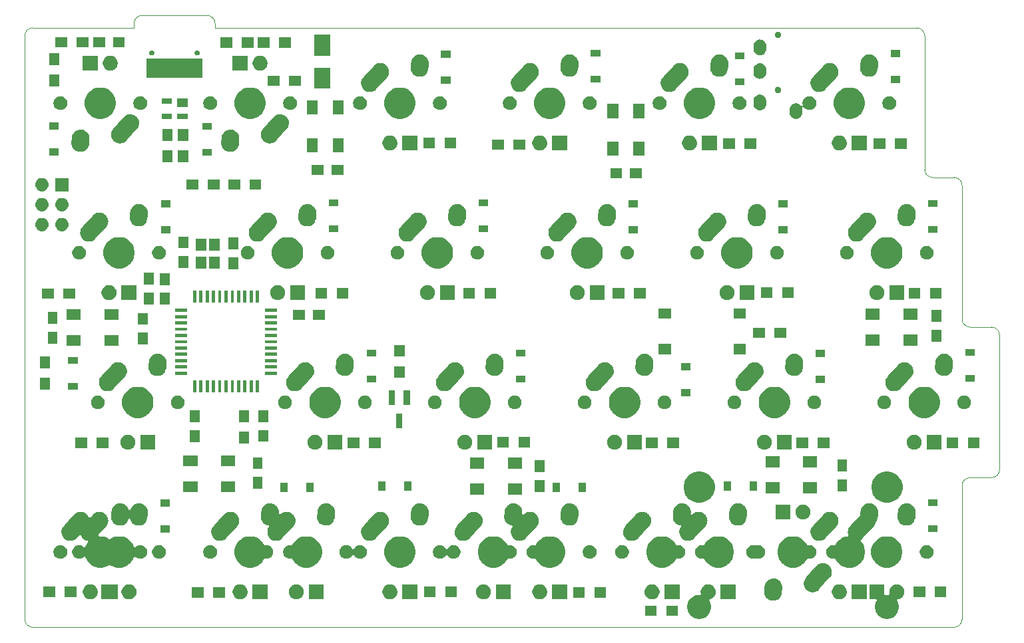
<source format=gbr>
%TF.GenerationSoftware,KiCad,Pcbnew,(6.0.0-rc1-dev-1291-g61b749f0b)*%
%TF.CreationDate,2018-12-05T20:52:08+02:00*%
%TF.ProjectId,TS48_left,54533438-5f6c-4656-9674-2e6b69636164,rev?*%
%TF.SameCoordinates,Original*%
%TF.FileFunction,Soldermask,Bot*%
%TF.FilePolarity,Negative*%
%FSLAX46Y46*%
G04 Gerber Fmt 4.6, Leading zero omitted, Abs format (unit mm)*
G04 Created by KiCad (PCBNEW (6.0.0-rc1-dev-1291-g61b749f0b)) date 12/5/2018 8:52:08 PM*
%MOMM*%
%LPD*%
G01*
G04 APERTURE LIST*
%ADD10C,0.100000*%
G04 APERTURE END LIST*
D10*
X90995500Y-142938500D02*
X208153000Y-142938500D01*
X89979500Y-67627500D02*
X89979500Y-141922500D01*
X103886000Y-66611500D02*
X90995500Y-66611500D01*
X114173000Y-66611500D02*
X203390500Y-66611500D01*
X204406500Y-84645500D02*
X204406500Y-67627500D01*
X208153000Y-85661500D02*
X205422500Y-85661500D01*
X209169000Y-103695500D02*
X209169000Y-86677500D01*
X212915500Y-104711500D02*
X210185000Y-104711500D01*
X213931500Y-122872500D02*
X213931500Y-105727500D01*
X212915500Y-123888500D02*
X210185000Y-123888500D01*
X209169000Y-141922500D02*
X209169000Y-124904500D01*
X209169000Y-141922500D02*
G75*
G02X208151731Y-142939769I-1017269J0D01*
G01*
X90995500Y-142938500D02*
G75*
G02X89978231Y-141921231I0J1017269D01*
G01*
X89979500Y-67627500D02*
G75*
G02X90996769Y-66610231I1017269J0D01*
G01*
X114173000Y-66040000D02*
X114173000Y-66611500D01*
X104902000Y-65024000D02*
X113157000Y-65024000D01*
X103886000Y-66040000D02*
X103886000Y-66611500D01*
X103884731Y-66041269D02*
G75*
G02X104902000Y-65024000I1017269J0D01*
G01*
X113155731Y-65022731D02*
G75*
G02X114173000Y-66040000I0J-1017269D01*
G01*
X203389231Y-66610231D02*
G75*
G02X204406500Y-67627500I0J-1017269D01*
G01*
X205422500Y-85661500D02*
G75*
G02X204405231Y-84644231I0J1017269D01*
G01*
X208153000Y-85661500D02*
G75*
G02X209170269Y-86678769I0J-1017269D01*
G01*
X210185000Y-104711500D02*
G75*
G02X209167731Y-103694231I0J1017269D01*
G01*
X212915500Y-104711500D02*
G75*
G02X213932769Y-105728769I0J-1017269D01*
G01*
X209167731Y-124905769D02*
G75*
G02X210185000Y-123888500I1017269J0D01*
G01*
X213931500Y-122872500D02*
G75*
G02X212914231Y-123889769I-1017269J0D01*
G01*
G36*
X199269500Y-138697554D02*
X199271902Y-138721940D01*
X199279015Y-138745389D01*
X199290566Y-138767000D01*
X199306112Y-138785942D01*
X199325054Y-138801488D01*
X199346665Y-138813039D01*
X199370114Y-138820152D01*
X199394500Y-138822554D01*
X199418885Y-138820152D01*
X199464897Y-138811000D01*
X199765101Y-138811000D01*
X199786243Y-138815205D01*
X199810625Y-138817607D01*
X199835011Y-138815205D01*
X199858460Y-138808092D01*
X199880071Y-138796541D01*
X199899014Y-138780996D01*
X199914559Y-138762054D01*
X199926110Y-138740444D01*
X199933224Y-138716994D01*
X199935626Y-138692608D01*
X199933224Y-138668221D01*
X199904500Y-138523815D01*
X199904500Y-138336185D01*
X199941103Y-138152169D01*
X199945128Y-138142451D01*
X200012905Y-137978822D01*
X200117145Y-137822816D01*
X200249816Y-137690145D01*
X200405822Y-137585905D01*
X200579166Y-137514104D01*
X200579167Y-137514104D01*
X200579169Y-137514103D01*
X200763185Y-137477500D01*
X200950815Y-137477500D01*
X201134831Y-137514103D01*
X201134833Y-137514104D01*
X201134834Y-137514104D01*
X201308178Y-137585905D01*
X201464184Y-137690145D01*
X201596855Y-137822816D01*
X201701095Y-137978822D01*
X201768872Y-138142451D01*
X201772897Y-138152169D01*
X201809500Y-138336185D01*
X201809500Y-138523815D01*
X201787359Y-138635126D01*
X201772896Y-138707834D01*
X201701095Y-138881178D01*
X201596855Y-139037184D01*
X201464184Y-139169855D01*
X201308178Y-139274095D01*
X201174103Y-139329630D01*
X201134832Y-139345897D01*
X201011289Y-139370471D01*
X200987840Y-139377584D01*
X200966229Y-139389135D01*
X200947287Y-139404680D01*
X200931742Y-139423622D01*
X200920190Y-139445233D01*
X200913077Y-139468682D01*
X200910675Y-139493069D01*
X200913077Y-139517455D01*
X200920190Y-139540904D01*
X200931741Y-139562514D01*
X200965551Y-139613115D01*
X201080434Y-139890466D01*
X201139000Y-140184899D01*
X201139000Y-140485101D01*
X201080434Y-140779534D01*
X200965551Y-141056885D01*
X200798766Y-141306496D01*
X200586496Y-141518766D01*
X200586493Y-141518768D01*
X200336885Y-141685551D01*
X200059534Y-141800434D01*
X199863245Y-141839478D01*
X199765102Y-141859000D01*
X199464898Y-141859000D01*
X199366755Y-141839478D01*
X199170466Y-141800434D01*
X198893115Y-141685551D01*
X198643507Y-141518768D01*
X198643504Y-141518766D01*
X198431234Y-141306496D01*
X198264449Y-141056885D01*
X198149566Y-140779534D01*
X198091000Y-140485101D01*
X198091000Y-140184899D01*
X198149566Y-139890466D01*
X198264449Y-139613115D01*
X198288616Y-139576946D01*
X198300167Y-139555335D01*
X198307280Y-139531885D01*
X198309682Y-139507499D01*
X198307280Y-139483113D01*
X198300167Y-139459664D01*
X198288615Y-139438053D01*
X198273070Y-139419111D01*
X198254128Y-139403566D01*
X198232517Y-139392015D01*
X198209067Y-139384902D01*
X198184682Y-139382500D01*
X197364500Y-139382500D01*
X197364500Y-137477500D01*
X199269500Y-137477500D01*
X199269500Y-138697554D01*
X199269500Y-138697554D01*
G37*
G36*
X177164831Y-137514103D02*
X177164833Y-137514104D01*
X177164834Y-137514104D01*
X177338178Y-137585905D01*
X177494184Y-137690145D01*
X177626855Y-137822816D01*
X177731095Y-137978822D01*
X177798872Y-138142451D01*
X177802897Y-138152169D01*
X177839500Y-138336185D01*
X177839500Y-138523815D01*
X177817359Y-138635126D01*
X177802896Y-138707834D01*
X177731095Y-138881178D01*
X177626855Y-139037184D01*
X177494184Y-139169855D01*
X177338178Y-139274095D01*
X177204103Y-139329630D01*
X177164832Y-139345897D01*
X177124261Y-139353967D01*
X177100812Y-139361080D01*
X177079201Y-139372631D01*
X177060259Y-139388176D01*
X177044714Y-139407118D01*
X177033162Y-139428729D01*
X177026049Y-139452178D01*
X177023647Y-139476564D01*
X177026049Y-139500951D01*
X177033162Y-139524400D01*
X177044713Y-139546011D01*
X177089551Y-139613115D01*
X177204434Y-139890466D01*
X177263000Y-140184899D01*
X177263000Y-140485101D01*
X177204434Y-140779534D01*
X177089551Y-141056885D01*
X176922766Y-141306496D01*
X176710496Y-141518766D01*
X176710493Y-141518768D01*
X176460885Y-141685551D01*
X176183534Y-141800434D01*
X175987245Y-141839478D01*
X175889102Y-141859000D01*
X175588898Y-141859000D01*
X175490755Y-141839478D01*
X175294466Y-141800434D01*
X175017115Y-141685551D01*
X174767507Y-141518768D01*
X174767504Y-141518766D01*
X174555234Y-141306496D01*
X174388449Y-141056885D01*
X174273566Y-140779534D01*
X174215000Y-140485101D01*
X174215000Y-140184899D01*
X174273566Y-139890466D01*
X174388449Y-139613115D01*
X174555232Y-139363507D01*
X174555234Y-139363504D01*
X174767504Y-139151234D01*
X175017115Y-138984449D01*
X175056783Y-138968018D01*
X175294466Y-138869566D01*
X175490755Y-138830522D01*
X175588898Y-138811000D01*
X175839312Y-138811000D01*
X175863698Y-138808598D01*
X175887147Y-138801485D01*
X175908758Y-138789934D01*
X175927700Y-138774388D01*
X175943246Y-138755446D01*
X175954797Y-138733835D01*
X175961910Y-138710386D01*
X175964312Y-138686000D01*
X175961910Y-138661614D01*
X175934500Y-138523815D01*
X175934500Y-138336185D01*
X175971103Y-138152169D01*
X175975128Y-138142451D01*
X176042905Y-137978822D01*
X176147145Y-137822816D01*
X176279816Y-137690145D01*
X176435822Y-137585905D01*
X176609166Y-137514104D01*
X176609167Y-137514104D01*
X176609169Y-137514103D01*
X176793185Y-137477500D01*
X176980815Y-137477500D01*
X177164831Y-137514103D01*
X177164831Y-137514103D01*
G37*
G36*
X173042000Y-141467600D02*
X171542000Y-141467600D01*
X171542000Y-140167600D01*
X173042000Y-140167600D01*
X173042000Y-141467600D01*
X173042000Y-141467600D01*
G37*
G36*
X170342000Y-141467600D02*
X168842000Y-141467600D01*
X168842000Y-140167600D01*
X170342000Y-140167600D01*
X170342000Y-141467600D01*
X170342000Y-141467600D01*
G37*
G36*
X185473297Y-136759079D02*
X185680433Y-136837846D01*
X185730294Y-136869088D01*
X185868224Y-136955511D01*
X186029445Y-137107546D01*
X186157912Y-137288116D01*
X186235447Y-137460803D01*
X186248682Y-137490280D01*
X186298268Y-137706267D01*
X186303136Y-137872269D01*
X186289696Y-138067145D01*
X186262296Y-138464449D01*
X186262000Y-138473049D01*
X186262000Y-138540804D01*
X186243955Y-138631522D01*
X186243293Y-138635126D01*
X186237845Y-138667435D01*
X186227921Y-138726297D01*
X186225731Y-138732055D01*
X186219972Y-138752090D01*
X186218767Y-138758150D01*
X186183354Y-138843645D01*
X186182027Y-138846987D01*
X186170446Y-138877442D01*
X186149154Y-138933434D01*
X186145880Y-138938659D01*
X186136323Y-138957187D01*
X186133962Y-138962887D01*
X186082581Y-139039783D01*
X186080596Y-139042850D01*
X186057319Y-139080000D01*
X186031490Y-139121221D01*
X186027262Y-139125705D01*
X186014271Y-139142017D01*
X186010844Y-139147146D01*
X185945448Y-139212542D01*
X185942895Y-139215171D01*
X185920944Y-139238448D01*
X185879453Y-139282446D01*
X185874425Y-139286023D01*
X185858506Y-139299484D01*
X185854148Y-139303842D01*
X185854145Y-139303844D01*
X185791209Y-139345897D01*
X185777242Y-139355229D01*
X185774225Y-139357310D01*
X185698883Y-139410912D01*
X185693259Y-139413437D01*
X185675018Y-139423534D01*
X185669889Y-139426961D01*
X185669888Y-139426962D01*
X185669887Y-139426962D01*
X185584410Y-139462368D01*
X185581102Y-139463795D01*
X185538208Y-139483054D01*
X185496721Y-139501682D01*
X185494157Y-139502270D01*
X185490709Y-139503062D01*
X185470849Y-139509406D01*
X185465150Y-139511767D01*
X185374413Y-139529816D01*
X185370904Y-139530567D01*
X185280733Y-139551268D01*
X185274573Y-139551449D01*
X185253852Y-139553797D01*
X185247803Y-139555000D01*
X185155298Y-139555000D01*
X185151634Y-139555054D01*
X185059224Y-139557764D01*
X185053150Y-139556740D01*
X185032368Y-139555000D01*
X185026197Y-139555000D01*
X184935440Y-139536947D01*
X184931881Y-139536294D01*
X184840703Y-139520921D01*
X184834940Y-139518730D01*
X184814910Y-139512972D01*
X184808850Y-139511767D01*
X184723355Y-139476354D01*
X184720013Y-139475027D01*
X184686260Y-139462192D01*
X184633566Y-139442154D01*
X184628341Y-139438880D01*
X184609811Y-139429322D01*
X184604113Y-139426962D01*
X184527197Y-139375568D01*
X184524141Y-139373590D01*
X184519163Y-139370471D01*
X184445780Y-139324491D01*
X184441295Y-139320262D01*
X184424983Y-139307271D01*
X184419854Y-139303844D01*
X184354458Y-139238448D01*
X184351829Y-139235895D01*
X184284558Y-139172457D01*
X184284558Y-139172456D01*
X184284554Y-139172453D01*
X184280977Y-139167425D01*
X184267516Y-139151506D01*
X184263158Y-139147148D01*
X184211771Y-139070242D01*
X184209690Y-139067225D01*
X184156088Y-138991883D01*
X184153563Y-138986259D01*
X184143466Y-138968018D01*
X184140039Y-138962889D01*
X184137678Y-138957189D01*
X184104632Y-138877410D01*
X184103194Y-138874076D01*
X184065318Y-138789721D01*
X184063939Y-138783712D01*
X184057593Y-138763847D01*
X184055233Y-138758150D01*
X184051711Y-138740444D01*
X184037184Y-138667413D01*
X184036433Y-138663904D01*
X184015732Y-138573733D01*
X184015551Y-138567573D01*
X184013203Y-138546850D01*
X184012000Y-138540803D01*
X184012000Y-138448291D01*
X184011946Y-138444627D01*
X184010864Y-138407736D01*
X184010864Y-138407731D01*
X184011704Y-138395544D01*
X184012000Y-138386958D01*
X184012000Y-138319198D01*
X184015681Y-138300692D01*
X184018052Y-138288774D01*
X184020157Y-138272991D01*
X184020358Y-138270081D01*
X184047060Y-137882887D01*
X184058469Y-137717459D01*
X184076876Y-137608290D01*
X184086079Y-137553702D01*
X184164846Y-137346567D01*
X184282509Y-137158779D01*
X184434547Y-136997554D01*
X184573030Y-136899031D01*
X184615117Y-136869088D01*
X184779852Y-136795123D01*
X184817280Y-136778318D01*
X185033268Y-136728732D01*
X185254776Y-136722236D01*
X185473297Y-136759079D01*
X185473297Y-136759079D01*
G37*
G36*
X124778206Y-137514103D02*
X124778208Y-137514104D01*
X124778209Y-137514104D01*
X124951553Y-137585905D01*
X125107559Y-137690145D01*
X125240230Y-137822816D01*
X125344470Y-137978822D01*
X125412247Y-138142451D01*
X125416272Y-138152169D01*
X125452875Y-138336185D01*
X125452875Y-138523815D01*
X125430734Y-138635126D01*
X125416271Y-138707834D01*
X125344470Y-138881178D01*
X125240230Y-139037184D01*
X125107559Y-139169855D01*
X124951553Y-139274095D01*
X124778209Y-139345896D01*
X124778208Y-139345896D01*
X124778206Y-139345897D01*
X124594190Y-139382500D01*
X124406560Y-139382500D01*
X124222544Y-139345897D01*
X124222542Y-139345896D01*
X124222541Y-139345896D01*
X124049197Y-139274095D01*
X123893191Y-139169855D01*
X123760520Y-139037184D01*
X123656280Y-138881178D01*
X123584479Y-138707834D01*
X123570017Y-138635126D01*
X123547875Y-138523815D01*
X123547875Y-138336185D01*
X123584478Y-138152169D01*
X123588503Y-138142451D01*
X123656280Y-137978822D01*
X123760520Y-137822816D01*
X123893191Y-137690145D01*
X124049197Y-137585905D01*
X124222541Y-137514104D01*
X124222542Y-137514104D01*
X124222544Y-137514103D01*
X124406560Y-137477500D01*
X124594190Y-137477500D01*
X124778206Y-137514103D01*
X124778206Y-137514103D01*
G37*
G36*
X193838206Y-137514103D02*
X193838208Y-137514104D01*
X193838209Y-137514104D01*
X194011553Y-137585905D01*
X194167559Y-137690145D01*
X194300230Y-137822816D01*
X194404470Y-137978822D01*
X194472247Y-138142451D01*
X194476272Y-138152169D01*
X194512875Y-138336185D01*
X194512875Y-138523815D01*
X194490734Y-138635126D01*
X194476271Y-138707834D01*
X194404470Y-138881178D01*
X194300230Y-139037184D01*
X194167559Y-139169855D01*
X194011553Y-139274095D01*
X193838209Y-139345896D01*
X193838208Y-139345896D01*
X193838206Y-139345897D01*
X193654190Y-139382500D01*
X193466560Y-139382500D01*
X193282544Y-139345897D01*
X193282542Y-139345896D01*
X193282541Y-139345896D01*
X193109197Y-139274095D01*
X192953191Y-139169855D01*
X192820520Y-139037184D01*
X192716280Y-138881178D01*
X192644479Y-138707834D01*
X192630017Y-138635126D01*
X192607875Y-138523815D01*
X192607875Y-138336185D01*
X192644478Y-138152169D01*
X192648503Y-138142451D01*
X192716280Y-137978822D01*
X192820520Y-137822816D01*
X192953191Y-137690145D01*
X193109197Y-137585905D01*
X193282541Y-137514104D01*
X193282542Y-137514104D01*
X193282544Y-137514103D01*
X193466560Y-137477500D01*
X193654190Y-137477500D01*
X193838206Y-137514103D01*
X193838206Y-137514103D01*
G37*
G36*
X197052875Y-139382500D02*
X195147875Y-139382500D01*
X195147875Y-137477500D01*
X197052875Y-137477500D01*
X197052875Y-139382500D01*
X197052875Y-139382500D01*
G37*
G36*
X151802875Y-139382500D02*
X149897875Y-139382500D01*
X149897875Y-137477500D01*
X151802875Y-137477500D01*
X151802875Y-139382500D01*
X151802875Y-139382500D01*
G37*
G36*
X148588206Y-137514103D02*
X148588208Y-137514104D01*
X148588209Y-137514104D01*
X148761553Y-137585905D01*
X148917559Y-137690145D01*
X149050230Y-137822816D01*
X149154470Y-137978822D01*
X149222247Y-138142451D01*
X149226272Y-138152169D01*
X149262875Y-138336185D01*
X149262875Y-138523815D01*
X149240734Y-138635126D01*
X149226271Y-138707834D01*
X149154470Y-138881178D01*
X149050230Y-139037184D01*
X148917559Y-139169855D01*
X148761553Y-139274095D01*
X148588209Y-139345896D01*
X148588208Y-139345896D01*
X148588206Y-139345897D01*
X148404190Y-139382500D01*
X148216560Y-139382500D01*
X148032544Y-139345897D01*
X148032542Y-139345896D01*
X148032541Y-139345896D01*
X147859197Y-139274095D01*
X147703191Y-139169855D01*
X147570520Y-139037184D01*
X147466280Y-138881178D01*
X147394479Y-138707834D01*
X147380017Y-138635126D01*
X147357875Y-138523815D01*
X147357875Y-138336185D01*
X147394478Y-138152169D01*
X147398503Y-138142451D01*
X147466280Y-137978822D01*
X147570520Y-137822816D01*
X147703191Y-137690145D01*
X147859197Y-137585905D01*
X148032541Y-137514104D01*
X148032542Y-137514104D01*
X148032544Y-137514103D01*
X148216560Y-137477500D01*
X148404190Y-137477500D01*
X148588206Y-137514103D01*
X148588206Y-137514103D01*
G37*
G36*
X170018206Y-137514103D02*
X170018208Y-137514104D01*
X170018209Y-137514104D01*
X170191553Y-137585905D01*
X170347559Y-137690145D01*
X170480230Y-137822816D01*
X170584470Y-137978822D01*
X170652247Y-138142451D01*
X170656272Y-138152169D01*
X170692875Y-138336185D01*
X170692875Y-138523815D01*
X170670734Y-138635126D01*
X170656271Y-138707834D01*
X170584470Y-138881178D01*
X170480230Y-139037184D01*
X170347559Y-139169855D01*
X170191553Y-139274095D01*
X170018209Y-139345896D01*
X170018208Y-139345896D01*
X170018206Y-139345897D01*
X169834190Y-139382500D01*
X169646560Y-139382500D01*
X169462544Y-139345897D01*
X169462542Y-139345896D01*
X169462541Y-139345896D01*
X169289197Y-139274095D01*
X169133191Y-139169855D01*
X169000520Y-139037184D01*
X168896280Y-138881178D01*
X168824479Y-138707834D01*
X168810017Y-138635126D01*
X168787875Y-138523815D01*
X168787875Y-138336185D01*
X168824478Y-138152169D01*
X168828503Y-138142451D01*
X168896280Y-137978822D01*
X169000520Y-137822816D01*
X169133191Y-137690145D01*
X169289197Y-137585905D01*
X169462541Y-137514104D01*
X169462542Y-137514104D01*
X169462544Y-137514103D01*
X169646560Y-137477500D01*
X169834190Y-137477500D01*
X170018206Y-137514103D01*
X170018206Y-137514103D01*
G37*
G36*
X173232875Y-139382500D02*
X171327875Y-139382500D01*
X171327875Y-137477500D01*
X173232875Y-137477500D01*
X173232875Y-139382500D01*
X173232875Y-139382500D01*
G37*
G36*
X127992875Y-139382500D02*
X126087875Y-139382500D01*
X126087875Y-137477500D01*
X127992875Y-137477500D01*
X127992875Y-139382500D01*
X127992875Y-139382500D01*
G37*
G36*
X103508206Y-137514103D02*
X103508208Y-137514104D01*
X103508209Y-137514104D01*
X103681553Y-137585905D01*
X103837559Y-137690145D01*
X103970230Y-137822816D01*
X104074470Y-137978822D01*
X104142247Y-138142451D01*
X104146272Y-138152169D01*
X104182875Y-138336185D01*
X104182875Y-138523815D01*
X104160734Y-138635126D01*
X104146271Y-138707834D01*
X104074470Y-138881178D01*
X103970230Y-139037184D01*
X103837559Y-139169855D01*
X103681553Y-139274095D01*
X103508209Y-139345896D01*
X103508208Y-139345896D01*
X103508206Y-139345897D01*
X103324190Y-139382500D01*
X103136560Y-139382500D01*
X102952544Y-139345897D01*
X102952542Y-139345896D01*
X102952541Y-139345896D01*
X102779197Y-139274095D01*
X102623191Y-139169855D01*
X102490520Y-139037184D01*
X102386280Y-138881178D01*
X102314479Y-138707834D01*
X102300017Y-138635126D01*
X102277875Y-138523815D01*
X102277875Y-138336185D01*
X102314478Y-138152169D01*
X102318503Y-138142451D01*
X102386280Y-137978822D01*
X102490520Y-137822816D01*
X102623191Y-137690145D01*
X102779197Y-137585905D01*
X102952541Y-137514104D01*
X102952542Y-137514104D01*
X102952544Y-137514103D01*
X103136560Y-137477500D01*
X103324190Y-137477500D01*
X103508206Y-137514103D01*
X103508206Y-137514103D01*
G37*
G36*
X101799500Y-139382500D02*
X99737875Y-139382500D01*
X99737875Y-137477500D01*
X101799500Y-137477500D01*
X101799500Y-139382500D01*
X101799500Y-139382500D01*
G37*
G36*
X155734831Y-137514103D02*
X155734833Y-137514104D01*
X155734834Y-137514104D01*
X155908178Y-137585905D01*
X156064184Y-137690145D01*
X156196855Y-137822816D01*
X156301095Y-137978822D01*
X156368872Y-138142451D01*
X156372897Y-138152169D01*
X156409500Y-138336185D01*
X156409500Y-138523815D01*
X156387359Y-138635126D01*
X156372896Y-138707834D01*
X156301095Y-138881178D01*
X156196855Y-139037184D01*
X156064184Y-139169855D01*
X155908178Y-139274095D01*
X155734834Y-139345896D01*
X155734833Y-139345896D01*
X155734831Y-139345897D01*
X155550815Y-139382500D01*
X155363185Y-139382500D01*
X155179169Y-139345897D01*
X155179167Y-139345896D01*
X155179166Y-139345896D01*
X155005822Y-139274095D01*
X154849816Y-139169855D01*
X154717145Y-139037184D01*
X154612905Y-138881178D01*
X154541104Y-138707834D01*
X154526642Y-138635126D01*
X154504500Y-138523815D01*
X154504500Y-138336185D01*
X154541103Y-138152169D01*
X154545128Y-138142451D01*
X154612905Y-137978822D01*
X154717145Y-137822816D01*
X154849816Y-137690145D01*
X155005822Y-137585905D01*
X155179166Y-137514104D01*
X155179167Y-137514104D01*
X155179169Y-137514103D01*
X155363185Y-137477500D01*
X155550815Y-137477500D01*
X155734831Y-137514103D01*
X155734831Y-137514103D01*
G37*
G36*
X158949500Y-139382500D02*
X157044500Y-139382500D01*
X157044500Y-137477500D01*
X158949500Y-137477500D01*
X158949500Y-139382500D01*
X158949500Y-139382500D01*
G37*
G36*
X136684831Y-137514103D02*
X136684833Y-137514104D01*
X136684834Y-137514104D01*
X136858178Y-137585905D01*
X137014184Y-137690145D01*
X137146855Y-137822816D01*
X137251095Y-137978822D01*
X137318872Y-138142451D01*
X137322897Y-138152169D01*
X137359500Y-138336185D01*
X137359500Y-138523815D01*
X137337359Y-138635126D01*
X137322896Y-138707834D01*
X137251095Y-138881178D01*
X137146855Y-139037184D01*
X137014184Y-139169855D01*
X136858178Y-139274095D01*
X136684834Y-139345896D01*
X136684833Y-139345896D01*
X136684831Y-139345897D01*
X136500815Y-139382500D01*
X136313185Y-139382500D01*
X136129169Y-139345897D01*
X136129167Y-139345896D01*
X136129166Y-139345896D01*
X135955822Y-139274095D01*
X135799816Y-139169855D01*
X135667145Y-139037184D01*
X135562905Y-138881178D01*
X135491104Y-138707834D01*
X135476642Y-138635126D01*
X135454500Y-138523815D01*
X135454500Y-138336185D01*
X135491103Y-138152169D01*
X135495128Y-138142451D01*
X135562905Y-137978822D01*
X135667145Y-137822816D01*
X135799816Y-137690145D01*
X135955822Y-137585905D01*
X136129166Y-137514104D01*
X136129167Y-137514104D01*
X136129169Y-137514103D01*
X136313185Y-137477500D01*
X136500815Y-137477500D01*
X136684831Y-137514103D01*
X136684831Y-137514103D01*
G37*
G36*
X139899500Y-139382500D02*
X137994500Y-139382500D01*
X137994500Y-137477500D01*
X139899500Y-137477500D01*
X139899500Y-139382500D01*
X139899500Y-139382500D01*
G37*
G36*
X120849500Y-139382500D02*
X118944500Y-139382500D01*
X118944500Y-137477500D01*
X120849500Y-137477500D01*
X120849500Y-139382500D01*
X120849500Y-139382500D01*
G37*
G36*
X117634831Y-137514103D02*
X117634833Y-137514104D01*
X117634834Y-137514104D01*
X117808178Y-137585905D01*
X117964184Y-137690145D01*
X118096855Y-137822816D01*
X118201095Y-137978822D01*
X118268872Y-138142451D01*
X118272897Y-138152169D01*
X118309500Y-138336185D01*
X118309500Y-138523815D01*
X118287359Y-138635126D01*
X118272896Y-138707834D01*
X118201095Y-138881178D01*
X118096855Y-139037184D01*
X117964184Y-139169855D01*
X117808178Y-139274095D01*
X117634834Y-139345896D01*
X117634833Y-139345896D01*
X117634831Y-139345897D01*
X117450815Y-139382500D01*
X117263185Y-139382500D01*
X117079169Y-139345897D01*
X117079167Y-139345896D01*
X117079166Y-139345896D01*
X116905822Y-139274095D01*
X116749816Y-139169855D01*
X116617145Y-139037184D01*
X116512905Y-138881178D01*
X116441104Y-138707834D01*
X116426642Y-138635126D01*
X116404500Y-138523815D01*
X116404500Y-138336185D01*
X116441103Y-138152169D01*
X116445128Y-138142451D01*
X116512905Y-137978822D01*
X116617145Y-137822816D01*
X116749816Y-137690145D01*
X116905822Y-137585905D01*
X117079166Y-137514104D01*
X117079167Y-137514104D01*
X117079169Y-137514103D01*
X117263185Y-137477500D01*
X117450815Y-137477500D01*
X117634831Y-137514103D01*
X117634831Y-137514103D01*
G37*
G36*
X98584831Y-137514103D02*
X98584833Y-137514104D01*
X98584834Y-137514104D01*
X98758178Y-137585905D01*
X98914184Y-137690145D01*
X99046855Y-137822816D01*
X99151095Y-137978822D01*
X99218872Y-138142451D01*
X99222897Y-138152169D01*
X99259500Y-138336185D01*
X99259500Y-138523815D01*
X99237359Y-138635126D01*
X99222896Y-138707834D01*
X99151095Y-138881178D01*
X99046855Y-139037184D01*
X98914184Y-139169855D01*
X98758178Y-139274095D01*
X98584834Y-139345896D01*
X98584833Y-139345896D01*
X98584831Y-139345897D01*
X98400815Y-139382500D01*
X98213185Y-139382500D01*
X98029169Y-139345897D01*
X98029167Y-139345896D01*
X98029166Y-139345896D01*
X97855822Y-139274095D01*
X97699816Y-139169855D01*
X97567145Y-139037184D01*
X97462905Y-138881178D01*
X97391104Y-138707834D01*
X97376642Y-138635126D01*
X97354500Y-138523815D01*
X97354500Y-138336185D01*
X97391103Y-138152169D01*
X97395128Y-138142451D01*
X97462905Y-137978822D01*
X97567145Y-137822816D01*
X97699816Y-137690145D01*
X97855822Y-137585905D01*
X98029166Y-137514104D01*
X98029167Y-137514104D01*
X98029169Y-137514103D01*
X98213185Y-137477500D01*
X98400815Y-137477500D01*
X98584831Y-137514103D01*
X98584831Y-137514103D01*
G37*
G36*
X180379500Y-139382500D02*
X178474500Y-139382500D01*
X178474500Y-137477500D01*
X180379500Y-137477500D01*
X180379500Y-139382500D01*
X180379500Y-139382500D01*
G37*
G36*
X115447500Y-139143500D02*
X113947500Y-139143500D01*
X113947500Y-137843500D01*
X115447500Y-137843500D01*
X115447500Y-139143500D01*
X115447500Y-139143500D01*
G37*
G36*
X161198000Y-139143500D02*
X159698000Y-139143500D01*
X159698000Y-137843500D01*
X161198000Y-137843500D01*
X161198000Y-139143500D01*
X161198000Y-139143500D01*
G37*
G36*
X163898000Y-139143500D02*
X162398000Y-139143500D01*
X162398000Y-137843500D01*
X163898000Y-137843500D01*
X163898000Y-139143500D01*
X163898000Y-139143500D01*
G37*
G36*
X112747500Y-139143500D02*
X111247500Y-139143500D01*
X111247500Y-137843500D01*
X112747500Y-137843500D01*
X112747500Y-139143500D01*
X112747500Y-139143500D01*
G37*
G36*
X207179600Y-139080000D02*
X205679600Y-139080000D01*
X205679600Y-137780000D01*
X207179600Y-137780000D01*
X207179600Y-139080000D01*
X207179600Y-139080000D01*
G37*
G36*
X142228000Y-139080000D02*
X140728000Y-139080000D01*
X140728000Y-137780000D01*
X142228000Y-137780000D01*
X142228000Y-139080000D01*
X142228000Y-139080000D01*
G37*
G36*
X144928000Y-139080000D02*
X143428000Y-139080000D01*
X143428000Y-137780000D01*
X144928000Y-137780000D01*
X144928000Y-139080000D01*
X144928000Y-139080000D01*
G37*
G36*
X204479600Y-139080000D02*
X202979600Y-139080000D01*
X202979600Y-137780000D01*
X204479600Y-137780000D01*
X204479600Y-139080000D01*
X204479600Y-139080000D01*
G37*
G36*
X93824500Y-139080000D02*
X92324500Y-139080000D01*
X92324500Y-137780000D01*
X93824500Y-137780000D01*
X93824500Y-139080000D01*
X93824500Y-139080000D01*
G37*
G36*
X96524500Y-139080000D02*
X95024500Y-139080000D01*
X95024500Y-137780000D01*
X96524500Y-137780000D01*
X96524500Y-139080000D01*
X96524500Y-139080000D01*
G37*
G36*
X191647265Y-134770976D02*
X191719009Y-134788565D01*
X191862498Y-134823744D01*
X191990313Y-134883415D01*
X192063298Y-134917487D01*
X192063300Y-134917488D01*
X192063299Y-134917488D01*
X192241952Y-135048603D01*
X192304544Y-135116972D01*
X192391594Y-135212055D01*
X192425069Y-135267276D01*
X192506474Y-135401561D01*
X192582175Y-135609834D01*
X192615789Y-135828875D01*
X192606024Y-136050265D01*
X192553256Y-136265499D01*
X192512388Y-136353038D01*
X192459513Y-136466299D01*
X192380809Y-136573537D01*
X192361252Y-136600185D01*
X191073828Y-138035021D01*
X191062933Y-138049053D01*
X191050842Y-138067148D01*
X190996386Y-138121604D01*
X190991745Y-138126503D01*
X190977435Y-138142451D01*
X190957023Y-138161138D01*
X190953043Y-138164947D01*
X190894147Y-138223843D01*
X190881289Y-138232435D01*
X190866332Y-138244168D01*
X190854942Y-138254595D01*
X190783781Y-138297734D01*
X190779135Y-138300692D01*
X190709887Y-138346962D01*
X190695602Y-138352879D01*
X190678642Y-138361469D01*
X190665437Y-138369474D01*
X190587220Y-138397904D01*
X190582086Y-138399899D01*
X190505150Y-138431767D01*
X190489991Y-138434782D01*
X190471679Y-138439899D01*
X190457165Y-138445174D01*
X190374897Y-138457799D01*
X190369489Y-138458752D01*
X190287803Y-138475000D01*
X190272348Y-138475000D01*
X190253391Y-138476446D01*
X190244348Y-138477834D01*
X190238123Y-138478789D01*
X190238122Y-138478789D01*
X190154960Y-138475121D01*
X190149457Y-138475000D01*
X190066197Y-138475000D01*
X190051042Y-138471986D01*
X190032166Y-138469705D01*
X190018815Y-138469116D01*
X190016733Y-138469024D01*
X189984869Y-138461212D01*
X189935873Y-138449200D01*
X189930494Y-138448007D01*
X189913502Y-138444627D01*
X189848850Y-138431767D01*
X189834578Y-138425855D01*
X189816510Y-138419936D01*
X189801501Y-138416256D01*
X189726052Y-138381033D01*
X189721025Y-138378820D01*
X189644113Y-138346962D01*
X189631263Y-138338376D01*
X189614702Y-138329049D01*
X189600698Y-138322512D01*
X189533565Y-138273242D01*
X189529053Y-138270081D01*
X189459853Y-138223843D01*
X189448937Y-138212927D01*
X189434507Y-138200542D01*
X189422046Y-138191397D01*
X189365808Y-138129969D01*
X189361999Y-138125989D01*
X189303158Y-138067148D01*
X189294577Y-138054306D01*
X189282842Y-138039348D01*
X189272406Y-138027949D01*
X189229233Y-137956730D01*
X189226274Y-137952083D01*
X189189544Y-137897113D01*
X189180038Y-137882887D01*
X189174128Y-137868619D01*
X189165538Y-137851659D01*
X189157524Y-137838439D01*
X189129074Y-137760167D01*
X189127079Y-137755033D01*
X189106880Y-137706269D01*
X189095233Y-137678150D01*
X189092218Y-137662994D01*
X189087104Y-137644694D01*
X189081824Y-137630167D01*
X189069191Y-137547846D01*
X189068239Y-137542444D01*
X189052000Y-137460803D01*
X189052000Y-137445363D01*
X189050554Y-137426403D01*
X189048209Y-137411125D01*
X189050983Y-137348233D01*
X189051879Y-137327916D01*
X189052000Y-137322414D01*
X189052000Y-137239199D01*
X189055012Y-137224056D01*
X189057292Y-137205181D01*
X189057974Y-137189732D01*
X189077806Y-137108840D01*
X189079000Y-137103461D01*
X189095233Y-137021852D01*
X189095233Y-137021850D01*
X189101143Y-137007583D01*
X189107059Y-136989520D01*
X189110741Y-136974504D01*
X189145975Y-136899031D01*
X189148186Y-136894011D01*
X189180038Y-136817113D01*
X189188616Y-136804275D01*
X189197946Y-136787709D01*
X189204486Y-136773701D01*
X189253764Y-136706556D01*
X189256925Y-136702044D01*
X189303157Y-136632853D01*
X189357565Y-136578445D01*
X189362215Y-136573537D01*
X190413785Y-135401560D01*
X190686562Y-135097549D01*
X190809054Y-134985406D01*
X190951984Y-134898761D01*
X190998560Y-134870526D01*
X191206833Y-134794826D01*
X191425875Y-134761211D01*
X191647265Y-134770976D01*
X191647265Y-134770976D01*
G37*
G36*
X197454225Y-127143260D02*
X197475007Y-127145000D01*
X197481178Y-127145000D01*
X197571935Y-127163053D01*
X197575494Y-127163706D01*
X197666672Y-127179079D01*
X197672435Y-127181270D01*
X197692465Y-127187028D01*
X197698525Y-127188233D01*
X197784020Y-127223646D01*
X197787362Y-127224973D01*
X197816882Y-127236199D01*
X197873809Y-127257846D01*
X197879034Y-127261120D01*
X197897562Y-127270677D01*
X197903262Y-127273038D01*
X197980178Y-127324432D01*
X197983225Y-127326404D01*
X198061595Y-127375509D01*
X198061596Y-127375510D01*
X198066080Y-127379738D01*
X198082392Y-127392729D01*
X198087521Y-127396156D01*
X198152917Y-127461552D01*
X198155546Y-127464105D01*
X198180317Y-127487465D01*
X198222821Y-127527547D01*
X198226398Y-127532575D01*
X198239859Y-127548494D01*
X198244217Y-127552852D01*
X198295598Y-127629749D01*
X198297679Y-127632766D01*
X198351286Y-127708114D01*
X198353812Y-127713741D01*
X198363911Y-127731985D01*
X198367335Y-127737109D01*
X198367336Y-127737112D01*
X198367337Y-127737113D01*
X198401182Y-127818821D01*
X198402727Y-127822553D01*
X198404179Y-127825917D01*
X198417868Y-127856406D01*
X198442057Y-127910280D01*
X198443436Y-127916288D01*
X198449781Y-127936151D01*
X198452142Y-127941850D01*
X198462755Y-127995203D01*
X198470186Y-128032565D01*
X198470942Y-128036096D01*
X198491643Y-128126267D01*
X198491643Y-128126269D01*
X198491823Y-128132421D01*
X198494172Y-128153150D01*
X198495375Y-128159197D01*
X198495375Y-128251709D01*
X198495429Y-128255373D01*
X198495980Y-128274144D01*
X198496511Y-128292269D01*
X198495834Y-128302091D01*
X198495671Y-128304442D01*
X198495375Y-128313042D01*
X198495375Y-128380803D01*
X198491108Y-128402257D01*
X198489324Y-128411222D01*
X198487219Y-128427001D01*
X198472068Y-128646685D01*
X198448906Y-128982541D01*
X198434188Y-129069831D01*
X198421296Y-129146297D01*
X198342529Y-129353433D01*
X198275255Y-129460801D01*
X198224865Y-129541222D01*
X198212935Y-129553873D01*
X198197952Y-129573263D01*
X198187040Y-129595204D01*
X198181280Y-129615244D01*
X198168767Y-129678150D01*
X198162859Y-129692413D01*
X198156940Y-129710481D01*
X198153259Y-129725497D01*
X198118023Y-129800973D01*
X198115811Y-129805996D01*
X198083962Y-129882887D01*
X198075379Y-129895732D01*
X198066059Y-129912281D01*
X198059515Y-129926299D01*
X198010220Y-129993466D01*
X198007083Y-129997944D01*
X197965495Y-130060185D01*
X197960842Y-130067148D01*
X197906443Y-130121547D01*
X197901793Y-130126455D01*
X197814409Y-130223844D01*
X196577437Y-131602451D01*
X196468903Y-131701815D01*
X196454945Y-131714594D01*
X196317164Y-131798118D01*
X196297555Y-131812814D01*
X196281190Y-131831053D01*
X196268698Y-131852133D01*
X196260558Y-131875246D01*
X196257084Y-131899503D01*
X196258409Y-131923972D01*
X196264482Y-131947711D01*
X196275070Y-131969810D01*
X196293575Y-131993399D01*
X196379139Y-132078963D01*
X196597347Y-132405534D01*
X196747651Y-132768401D01*
X196824275Y-133153618D01*
X196824275Y-133546382D01*
X196747651Y-133931599D01*
X196597347Y-134294466D01*
X196379139Y-134621037D01*
X196101412Y-134898764D01*
X195774841Y-135116972D01*
X195411974Y-135267276D01*
X195026757Y-135343900D01*
X194633993Y-135343900D01*
X194248776Y-135267276D01*
X193885909Y-135116972D01*
X193559338Y-134898764D01*
X193281611Y-134621037D01*
X193063403Y-134294466D01*
X193059306Y-134284576D01*
X193047763Y-134262981D01*
X193032218Y-134244039D01*
X193013275Y-134228494D01*
X192991664Y-134216943D01*
X192968215Y-134209830D01*
X192943829Y-134207428D01*
X192919445Y-134209830D01*
X192843180Y-134225000D01*
X192670819Y-134225000D01*
X192501772Y-134191375D01*
X192342533Y-134125416D01*
X192199217Y-134029655D01*
X192077345Y-133907783D01*
X191981584Y-133764467D01*
X191915625Y-133605228D01*
X191882000Y-133436181D01*
X191882000Y-133263819D01*
X191915625Y-133094772D01*
X191981584Y-132935533D01*
X192077345Y-132792217D01*
X192199217Y-132670345D01*
X192342533Y-132574584D01*
X192501772Y-132508625D01*
X192670819Y-132475000D01*
X192843180Y-132475000D01*
X192919445Y-132490170D01*
X192943830Y-132492572D01*
X192968216Y-132490170D01*
X192991665Y-132483057D01*
X193013276Y-132471506D01*
X193032218Y-132455961D01*
X193047763Y-132437019D01*
X193059306Y-132415424D01*
X193063403Y-132405534D01*
X193281611Y-132078963D01*
X193559338Y-131801236D01*
X193885909Y-131583028D01*
X194248776Y-131432724D01*
X194625897Y-131357710D01*
X194649344Y-131350598D01*
X194670954Y-131339047D01*
X194689897Y-131323501D01*
X194705442Y-131304559D01*
X194716993Y-131282948D01*
X194724106Y-131259499D01*
X194726508Y-131235113D01*
X194724106Y-131210726D01*
X194718988Y-131192412D01*
X194681826Y-131090169D01*
X194648211Y-130871125D01*
X194657976Y-130649736D01*
X194710744Y-130434502D01*
X194804488Y-130233701D01*
X194902748Y-130099816D01*
X195012049Y-129978000D01*
X196188864Y-128666436D01*
X196203360Y-128646685D01*
X196213726Y-128624481D01*
X196220527Y-128591560D01*
X196221825Y-128572745D01*
X196231249Y-128436090D01*
X196245079Y-128235551D01*
X196245375Y-128226951D01*
X196245375Y-128159196D01*
X196263420Y-128068478D01*
X196264082Y-128064874D01*
X196274462Y-128003309D01*
X196279454Y-127973702D01*
X196281646Y-127967936D01*
X196287403Y-127947910D01*
X196288608Y-127941850D01*
X196324021Y-127856355D01*
X196325354Y-127852999D01*
X196338351Y-127818821D01*
X196358221Y-127766567D01*
X196361496Y-127761340D01*
X196371052Y-127742812D01*
X196373413Y-127737113D01*
X196424822Y-127660175D01*
X196426779Y-127657149D01*
X196475885Y-127578777D01*
X196480114Y-127574292D01*
X196493106Y-127557980D01*
X196496531Y-127552854D01*
X196561920Y-127487465D01*
X196564473Y-127484837D01*
X196627922Y-127417554D01*
X196632946Y-127413980D01*
X196648870Y-127400515D01*
X196653229Y-127396156D01*
X196730121Y-127344778D01*
X196733137Y-127342698D01*
X196808489Y-127289089D01*
X196814114Y-127286564D01*
X196832360Y-127276464D01*
X196837488Y-127273038D01*
X196922954Y-127237637D01*
X196926286Y-127236199D01*
X197010652Y-127198319D01*
X197010654Y-127198319D01*
X197010655Y-127198318D01*
X197016666Y-127196938D01*
X197036526Y-127190594D01*
X197042225Y-127188233D01*
X197132962Y-127170184D01*
X197136479Y-127169432D01*
X197226643Y-127148732D01*
X197232801Y-127148551D01*
X197253523Y-127146203D01*
X197259572Y-127145000D01*
X197352077Y-127145000D01*
X197355741Y-127144946D01*
X197448151Y-127142236D01*
X197454225Y-127143260D01*
X197454225Y-127143260D01*
G37*
G36*
X200168599Y-131432724D02*
X200531466Y-131583028D01*
X200858037Y-131801236D01*
X201135764Y-132078963D01*
X201353972Y-132405534D01*
X201504276Y-132768401D01*
X201580900Y-133153618D01*
X201580900Y-133546382D01*
X201504276Y-133931599D01*
X201353972Y-134294466D01*
X201135764Y-134621037D01*
X200858037Y-134898764D01*
X200531466Y-135116972D01*
X200168599Y-135267276D01*
X199783382Y-135343900D01*
X199390618Y-135343900D01*
X199005401Y-135267276D01*
X198642534Y-135116972D01*
X198315963Y-134898764D01*
X198038236Y-134621037D01*
X197820028Y-134294466D01*
X197669724Y-133931599D01*
X197593100Y-133546382D01*
X197593100Y-133153618D01*
X197669724Y-132768401D01*
X197820028Y-132405534D01*
X198038236Y-132078963D01*
X198315963Y-131801236D01*
X198642534Y-131583028D01*
X199005401Y-131432724D01*
X199390618Y-131356100D01*
X199783382Y-131356100D01*
X200168599Y-131432724D01*
X200168599Y-131432724D01*
G37*
G36*
X119208599Y-131432724D02*
X119571466Y-131583028D01*
X119898037Y-131801236D01*
X120175764Y-132078963D01*
X120393972Y-132405534D01*
X120397308Y-132413587D01*
X120408848Y-132435178D01*
X120424393Y-132454121D01*
X120443335Y-132469666D01*
X120464945Y-132481218D01*
X120488394Y-132488332D01*
X120512780Y-132490734D01*
X120537169Y-132488332D01*
X120604194Y-132475000D01*
X120776556Y-132475000D01*
X120945603Y-132508625D01*
X121104842Y-132574584D01*
X121248158Y-132670345D01*
X121370030Y-132792217D01*
X121465791Y-132935533D01*
X121531750Y-133094772D01*
X121565375Y-133263819D01*
X121565375Y-133436181D01*
X121531750Y-133605228D01*
X121465791Y-133764467D01*
X121370030Y-133907783D01*
X121248158Y-134029655D01*
X121104842Y-134125416D01*
X120945603Y-134191375D01*
X120776556Y-134225000D01*
X120604194Y-134225000D01*
X120537169Y-134211668D01*
X120512783Y-134209266D01*
X120488396Y-134211668D01*
X120464947Y-134218781D01*
X120443337Y-134230332D01*
X120424394Y-134245878D01*
X120408849Y-134264820D01*
X120397308Y-134286413D01*
X120393972Y-134294466D01*
X120175764Y-134621037D01*
X119898037Y-134898764D01*
X119571466Y-135116972D01*
X119208599Y-135267276D01*
X118823382Y-135343900D01*
X118430618Y-135343900D01*
X118045401Y-135267276D01*
X117682534Y-135116972D01*
X117355963Y-134898764D01*
X117078236Y-134621037D01*
X116860028Y-134294466D01*
X116709724Y-133931599D01*
X116633100Y-133546382D01*
X116633100Y-133153618D01*
X116709724Y-132768401D01*
X116860028Y-132405534D01*
X117078236Y-132078963D01*
X117355963Y-131801236D01*
X117682534Y-131583028D01*
X118045401Y-131432724D01*
X118430618Y-131356100D01*
X118823382Y-131356100D01*
X119208599Y-131432724D01*
X119208599Y-131432724D01*
G37*
G36*
X178738599Y-131432724D02*
X179101466Y-131583028D01*
X179428037Y-131801236D01*
X179705764Y-132078963D01*
X179923972Y-132405534D01*
X180074276Y-132768401D01*
X180150900Y-133153618D01*
X180150900Y-133546382D01*
X180074276Y-133931599D01*
X179923972Y-134294466D01*
X179705764Y-134621037D01*
X179428037Y-134898764D01*
X179101466Y-135116972D01*
X178738599Y-135267276D01*
X178353382Y-135343900D01*
X177960618Y-135343900D01*
X177575401Y-135267276D01*
X177212534Y-135116972D01*
X176885963Y-134898764D01*
X176608236Y-134621037D01*
X176390028Y-134294466D01*
X176386447Y-134285821D01*
X176374902Y-134264222D01*
X176359356Y-134245280D01*
X176340414Y-134229735D01*
X176318803Y-134218184D01*
X176295354Y-134211071D01*
X176270968Y-134208669D01*
X176246583Y-134211071D01*
X176176556Y-134225000D01*
X176004194Y-134225000D01*
X175835147Y-134191375D01*
X175675908Y-134125416D01*
X175532592Y-134029655D01*
X175410720Y-133907783D01*
X175314959Y-133764467D01*
X175249000Y-133605228D01*
X175215375Y-133436181D01*
X175215375Y-133263819D01*
X175249000Y-133094772D01*
X175314959Y-132935533D01*
X175410720Y-132792217D01*
X175532592Y-132670345D01*
X175675908Y-132574584D01*
X175835147Y-132508625D01*
X176004194Y-132475000D01*
X176176556Y-132475000D01*
X176246583Y-132488929D01*
X176270969Y-132491331D01*
X176295356Y-132488929D01*
X176318805Y-132481816D01*
X176340416Y-132470264D01*
X176359358Y-132454719D01*
X176374903Y-132435777D01*
X176386447Y-132414179D01*
X176390028Y-132405534D01*
X176608236Y-132078963D01*
X176885963Y-131801236D01*
X177212534Y-131583028D01*
X177575401Y-131432724D01*
X177960618Y-131356100D01*
X178353382Y-131356100D01*
X178738599Y-131432724D01*
X178738599Y-131432724D01*
G37*
G36*
X97099040Y-128224879D02*
X97104542Y-128225000D01*
X97187803Y-128225000D01*
X97202958Y-128228014D01*
X97221834Y-128230295D01*
X97235205Y-128230885D01*
X97237267Y-128230976D01*
X97269131Y-128238788D01*
X97318127Y-128250800D01*
X97323506Y-128251993D01*
X97405150Y-128268233D01*
X97419420Y-128274144D01*
X97437490Y-128280064D01*
X97452499Y-128283744D01*
X97527948Y-128318967D01*
X97532975Y-128321180D01*
X97609887Y-128353038D01*
X97622737Y-128361624D01*
X97639290Y-128370947D01*
X97653300Y-128377487D01*
X97653302Y-128377488D01*
X97720435Y-128426758D01*
X97724947Y-128429919D01*
X97794147Y-128476157D01*
X97805063Y-128487073D01*
X97819493Y-128499458D01*
X97831954Y-128508603D01*
X97888192Y-128570031D01*
X97892001Y-128574011D01*
X97950842Y-128632852D01*
X97959423Y-128645694D01*
X97971158Y-128660652D01*
X97981594Y-128672051D01*
X98024771Y-128743276D01*
X98027721Y-128747909D01*
X98073962Y-128817113D01*
X98079874Y-128831386D01*
X98088461Y-128848339D01*
X98096476Y-128861560D01*
X98109039Y-128896125D01*
X98119627Y-128918224D01*
X98134322Y-128937832D01*
X98152561Y-128954197D01*
X98173642Y-128966690D01*
X98196755Y-128974829D01*
X98221011Y-128978304D01*
X98245480Y-128976979D01*
X98269220Y-128970906D01*
X98291319Y-128960318D01*
X98310927Y-128945623D01*
X98319558Y-128936905D01*
X98563557Y-128664967D01*
X98574442Y-128650948D01*
X98586531Y-128632855D01*
X98586532Y-128632854D01*
X98586534Y-128632851D01*
X98640980Y-128578405D01*
X98645620Y-128573507D01*
X98659939Y-128557549D01*
X98680374Y-128538840D01*
X98684342Y-128535043D01*
X98743227Y-128476158D01*
X98756080Y-128467570D01*
X98771043Y-128455832D01*
X98782431Y-128445406D01*
X98853609Y-128402257D01*
X98858244Y-128399306D01*
X98927488Y-128353038D01*
X98941767Y-128347123D01*
X98958725Y-128338534D01*
X98971934Y-128330527D01*
X99050170Y-128302091D01*
X99055265Y-128300111D01*
X99132225Y-128268233D01*
X99147384Y-128265218D01*
X99165694Y-128260101D01*
X99180208Y-128254826D01*
X99262480Y-128242200D01*
X99267905Y-128241244D01*
X99349571Y-128225000D01*
X99365026Y-128225000D01*
X99383983Y-128223554D01*
X99393026Y-128222166D01*
X99399251Y-128221211D01*
X99399252Y-128221211D01*
X99482415Y-128224879D01*
X99487917Y-128225000D01*
X99571178Y-128225000D01*
X99586333Y-128228014D01*
X99605209Y-128230295D01*
X99618580Y-128230885D01*
X99620642Y-128230976D01*
X99652506Y-128238788D01*
X99701502Y-128250800D01*
X99706881Y-128251993D01*
X99788525Y-128268233D01*
X99802795Y-128274144D01*
X99820865Y-128280064D01*
X99835874Y-128283744D01*
X99911323Y-128318967D01*
X99916350Y-128321180D01*
X99993262Y-128353038D01*
X100006112Y-128361624D01*
X100022665Y-128370947D01*
X100036675Y-128377487D01*
X100036677Y-128377488D01*
X100103810Y-128426758D01*
X100108322Y-128429919D01*
X100177522Y-128476157D01*
X100188438Y-128487073D01*
X100202868Y-128499458D01*
X100215329Y-128508603D01*
X100271567Y-128570031D01*
X100275376Y-128574011D01*
X100334217Y-128632852D01*
X100342798Y-128645694D01*
X100354533Y-128660652D01*
X100364969Y-128672051D01*
X100408146Y-128743276D01*
X100411096Y-128747909D01*
X100457337Y-128817113D01*
X100463249Y-128831386D01*
X100471836Y-128848339D01*
X100479853Y-128861563D01*
X100508306Y-128939845D01*
X100510301Y-128944979D01*
X100537173Y-129009853D01*
X100542142Y-129021851D01*
X100545153Y-129036988D01*
X100550271Y-129055304D01*
X100555551Y-129069831D01*
X100562404Y-129114491D01*
X100567364Y-129146807D01*
X100568184Y-129152154D01*
X100569136Y-129157556D01*
X100585375Y-129239197D01*
X100585375Y-129254637D01*
X100586821Y-129273592D01*
X100589166Y-129288875D01*
X100586319Y-129353433D01*
X100585496Y-129372078D01*
X100585375Y-129377586D01*
X100585375Y-129460801D01*
X100582363Y-129475944D01*
X100580083Y-129494820D01*
X100579401Y-129510269D01*
X100559568Y-129591165D01*
X100558378Y-129596525D01*
X100542142Y-129678150D01*
X100536234Y-129692413D01*
X100530315Y-129710481D01*
X100526634Y-129725497D01*
X100491398Y-129800973D01*
X100489186Y-129805996D01*
X100457337Y-129882887D01*
X100448754Y-129895732D01*
X100439434Y-129912281D01*
X100432890Y-129926299D01*
X100383595Y-129993466D01*
X100380458Y-129997944D01*
X100338870Y-130060185D01*
X100334217Y-130067148D01*
X100279818Y-130121547D01*
X100275168Y-130126455D01*
X100187784Y-130223844D01*
X99358911Y-131147624D01*
X99344415Y-131167375D01*
X99334050Y-131189579D01*
X99328215Y-131213378D01*
X99327135Y-131237859D01*
X99330852Y-131262080D01*
X99339222Y-131285110D01*
X99351925Y-131306064D01*
X99368472Y-131324138D01*
X99388227Y-131338637D01*
X99410431Y-131349002D01*
X99434230Y-131354837D01*
X99451952Y-131356100D01*
X99773382Y-131356100D01*
X100158599Y-131432724D01*
X100521466Y-131583028D01*
X100699252Y-131701821D01*
X100720852Y-131713366D01*
X100744301Y-131720479D01*
X100768687Y-131722881D01*
X100793074Y-131720479D01*
X100816523Y-131713366D01*
X100838127Y-131701818D01*
X101015909Y-131583028D01*
X101378776Y-131432724D01*
X101763993Y-131356100D01*
X102156757Y-131356100D01*
X102541974Y-131432724D01*
X102904841Y-131583028D01*
X103231412Y-131801236D01*
X103509139Y-132078963D01*
X103727347Y-132405534D01*
X103842241Y-132682912D01*
X103853786Y-132704512D01*
X103869332Y-132723454D01*
X103888274Y-132739000D01*
X103909885Y-132750551D01*
X103933334Y-132757664D01*
X103957720Y-132760066D01*
X103982106Y-132757664D01*
X104005556Y-132750551D01*
X104027166Y-132739000D01*
X104046108Y-132723454D01*
X104099217Y-132670345D01*
X104242533Y-132574584D01*
X104401772Y-132508625D01*
X104570819Y-132475000D01*
X104743181Y-132475000D01*
X104912228Y-132508625D01*
X105071467Y-132574584D01*
X105214783Y-132670345D01*
X105336655Y-132792217D01*
X105432416Y-132935533D01*
X105498375Y-133094772D01*
X105532000Y-133263819D01*
X105532000Y-133436181D01*
X105498375Y-133605228D01*
X105432416Y-133764467D01*
X105336655Y-133907783D01*
X105214783Y-134029655D01*
X105071467Y-134125416D01*
X104912228Y-134191375D01*
X104743181Y-134225000D01*
X104570819Y-134225000D01*
X104401772Y-134191375D01*
X104242533Y-134125416D01*
X104099217Y-134029655D01*
X104046108Y-133976546D01*
X104027166Y-133961000D01*
X104005555Y-133949449D01*
X103982106Y-133942336D01*
X103957720Y-133939934D01*
X103933334Y-133942336D01*
X103909885Y-133949449D01*
X103888274Y-133961000D01*
X103869332Y-133976546D01*
X103853786Y-133995488D01*
X103842241Y-134017088D01*
X103727347Y-134294466D01*
X103509139Y-134621037D01*
X103231412Y-134898764D01*
X102904841Y-135116972D01*
X102541974Y-135267276D01*
X102156757Y-135343900D01*
X101763993Y-135343900D01*
X101378776Y-135267276D01*
X101015909Y-135116972D01*
X100838123Y-134998179D01*
X100816523Y-134986634D01*
X100793074Y-134979521D01*
X100768688Y-134977119D01*
X100744301Y-134979521D01*
X100720852Y-134986634D01*
X100699248Y-134998182D01*
X100521466Y-135116972D01*
X100158599Y-135267276D01*
X99773382Y-135343900D01*
X99380618Y-135343900D01*
X98995401Y-135267276D01*
X98632534Y-135116972D01*
X98305963Y-134898764D01*
X98028236Y-134621037D01*
X97810028Y-134294466D01*
X97695134Y-134017088D01*
X97683589Y-133995488D01*
X97668043Y-133976546D01*
X97649101Y-133961000D01*
X97627490Y-133949449D01*
X97604041Y-133942336D01*
X97579655Y-133939934D01*
X97555269Y-133942336D01*
X97531819Y-133949449D01*
X97510209Y-133961000D01*
X97491267Y-133976546D01*
X97438158Y-134029655D01*
X97294842Y-134125416D01*
X97135603Y-134191375D01*
X96966556Y-134225000D01*
X96794194Y-134225000D01*
X96625147Y-134191375D01*
X96465908Y-134125416D01*
X96322592Y-134029655D01*
X96200720Y-133907783D01*
X96104959Y-133764467D01*
X96039000Y-133605228D01*
X96005375Y-133436181D01*
X96005375Y-133263819D01*
X96039000Y-133094772D01*
X96104959Y-132935533D01*
X96200720Y-132792217D01*
X96322592Y-132670345D01*
X96465908Y-132574584D01*
X96625147Y-132508625D01*
X96794194Y-132475000D01*
X96966556Y-132475000D01*
X97135603Y-132508625D01*
X97294842Y-132574584D01*
X97438158Y-132670345D01*
X97491267Y-132723454D01*
X97510209Y-132739000D01*
X97531820Y-132750551D01*
X97555269Y-132757664D01*
X97579655Y-132760066D01*
X97604041Y-132757664D01*
X97627490Y-132750551D01*
X97649101Y-132739000D01*
X97668043Y-132723454D01*
X97683589Y-132704512D01*
X97695134Y-132682912D01*
X97810028Y-132405534D01*
X98009824Y-132106519D01*
X98021372Y-132084913D01*
X98028485Y-132061464D01*
X98030887Y-132037078D01*
X98028485Y-132012691D01*
X98021372Y-131989242D01*
X98009821Y-131967631D01*
X97994275Y-131948689D01*
X97975333Y-131933144D01*
X97953722Y-131921593D01*
X97935652Y-131915673D01*
X97774877Y-131876256D01*
X97574076Y-131782512D01*
X97395423Y-131651397D01*
X97245781Y-131487945D01*
X97130901Y-131298439D01*
X97118337Y-131263873D01*
X97107749Y-131241774D01*
X97093054Y-131222166D01*
X97074815Y-131205801D01*
X97053734Y-131193309D01*
X97030621Y-131185169D01*
X97006364Y-131181695D01*
X96981896Y-131183021D01*
X96958156Y-131189094D01*
X96936057Y-131199682D01*
X96907822Y-131223092D01*
X96567437Y-131602451D01*
X96458903Y-131701815D01*
X96444945Y-131714594D01*
X96255439Y-131829474D01*
X96047169Y-131905174D01*
X95828125Y-131938789D01*
X95828124Y-131938789D01*
X95606735Y-131929024D01*
X95486324Y-131899503D01*
X95391502Y-131876256D01*
X95190701Y-131782512D01*
X95012048Y-131651397D01*
X94862406Y-131487945D01*
X94747526Y-131298439D01*
X94671826Y-131090169D01*
X94638211Y-130871125D01*
X94647976Y-130649736D01*
X94700744Y-130434502D01*
X94794488Y-130233701D01*
X94892748Y-130099816D01*
X95002049Y-129978000D01*
X96180182Y-128664967D01*
X96191067Y-128650948D01*
X96203156Y-128632855D01*
X96203157Y-128632854D01*
X96203159Y-128632851D01*
X96257605Y-128578405D01*
X96262245Y-128573507D01*
X96276564Y-128557549D01*
X96296999Y-128538840D01*
X96300967Y-128535043D01*
X96359852Y-128476158D01*
X96372705Y-128467570D01*
X96387668Y-128455832D01*
X96399056Y-128445406D01*
X96470234Y-128402257D01*
X96474869Y-128399306D01*
X96544113Y-128353038D01*
X96558392Y-128347123D01*
X96575350Y-128338534D01*
X96588559Y-128330527D01*
X96666795Y-128302091D01*
X96671890Y-128300111D01*
X96748850Y-128268233D01*
X96764009Y-128265218D01*
X96782319Y-128260101D01*
X96796833Y-128254826D01*
X96879105Y-128242200D01*
X96884530Y-128241244D01*
X96966196Y-128225000D01*
X96981651Y-128225000D01*
X97000608Y-128223554D01*
X97009651Y-128222166D01*
X97015876Y-128221211D01*
X97015877Y-128221211D01*
X97099040Y-128224879D01*
X97099040Y-128224879D01*
G37*
G36*
X138258599Y-131432724D02*
X138621466Y-131583028D01*
X138948037Y-131801236D01*
X139225764Y-132078963D01*
X139443972Y-132405534D01*
X139594276Y-132768401D01*
X139670900Y-133153618D01*
X139670900Y-133546382D01*
X139594276Y-133931599D01*
X139443972Y-134294466D01*
X139225764Y-134621037D01*
X138948037Y-134898764D01*
X138621466Y-135116972D01*
X138258599Y-135267276D01*
X137873382Y-135343900D01*
X137480618Y-135343900D01*
X137095401Y-135267276D01*
X136732534Y-135116972D01*
X136405963Y-134898764D01*
X136128236Y-134621037D01*
X135910028Y-134294466D01*
X135759724Y-133931599D01*
X135683100Y-133546382D01*
X135683100Y-133153618D01*
X135759724Y-132768401D01*
X135910028Y-132405534D01*
X136128236Y-132078963D01*
X136405963Y-131801236D01*
X136732534Y-131583028D01*
X137095401Y-131432724D01*
X137480618Y-131356100D01*
X137873382Y-131356100D01*
X138258599Y-131432724D01*
X138258599Y-131432724D01*
G37*
G36*
X157308599Y-131432724D02*
X157671466Y-131583028D01*
X157998037Y-131801236D01*
X158275764Y-132078963D01*
X158493972Y-132405534D01*
X158644276Y-132768401D01*
X158720900Y-133153618D01*
X158720900Y-133546382D01*
X158644276Y-133931599D01*
X158493972Y-134294466D01*
X158275764Y-134621037D01*
X157998037Y-134898764D01*
X157671466Y-135116972D01*
X157308599Y-135267276D01*
X156923382Y-135343900D01*
X156530618Y-135343900D01*
X156145401Y-135267276D01*
X155782534Y-135116972D01*
X155455963Y-134898764D01*
X155178236Y-134621037D01*
X154960028Y-134294466D01*
X154956447Y-134285821D01*
X154944902Y-134264222D01*
X154929356Y-134245280D01*
X154910414Y-134229735D01*
X154888803Y-134218184D01*
X154865354Y-134211071D01*
X154840968Y-134208669D01*
X154816583Y-134211071D01*
X154746556Y-134225000D01*
X154574194Y-134225000D01*
X154405147Y-134191375D01*
X154245908Y-134125416D01*
X154102592Y-134029655D01*
X153980720Y-133907783D01*
X153884959Y-133764467D01*
X153819000Y-133605228D01*
X153785375Y-133436181D01*
X153785375Y-133263819D01*
X153819000Y-133094772D01*
X153884959Y-132935533D01*
X153980720Y-132792217D01*
X154102592Y-132670345D01*
X154245908Y-132574584D01*
X154405147Y-132508625D01*
X154574194Y-132475000D01*
X154746556Y-132475000D01*
X154816583Y-132488929D01*
X154840969Y-132491331D01*
X154865356Y-132488929D01*
X154888805Y-132481816D01*
X154910416Y-132470264D01*
X154929358Y-132454719D01*
X154944903Y-132435777D01*
X154956447Y-132414179D01*
X154960028Y-132405534D01*
X155178236Y-132078963D01*
X155455963Y-131801236D01*
X155782534Y-131583028D01*
X156145401Y-131432724D01*
X156530618Y-131356100D01*
X156923382Y-131356100D01*
X157308599Y-131432724D01*
X157308599Y-131432724D01*
G37*
G36*
X188258599Y-131432724D02*
X188621466Y-131583028D01*
X188948037Y-131801236D01*
X189225764Y-132078963D01*
X189443972Y-132405534D01*
X189448069Y-132415424D01*
X189459612Y-132437019D01*
X189475157Y-132455961D01*
X189494100Y-132471506D01*
X189515711Y-132483057D01*
X189539160Y-132490170D01*
X189563546Y-132492572D01*
X189587930Y-132490170D01*
X189664195Y-132475000D01*
X189836556Y-132475000D01*
X190005603Y-132508625D01*
X190164842Y-132574584D01*
X190308158Y-132670345D01*
X190430030Y-132792217D01*
X190525791Y-132935533D01*
X190591750Y-133094772D01*
X190625375Y-133263819D01*
X190625375Y-133436181D01*
X190591750Y-133605228D01*
X190525791Y-133764467D01*
X190430030Y-133907783D01*
X190308158Y-134029655D01*
X190164842Y-134125416D01*
X190005603Y-134191375D01*
X189836556Y-134225000D01*
X189664195Y-134225000D01*
X189587930Y-134209830D01*
X189563545Y-134207428D01*
X189539159Y-134209830D01*
X189515710Y-134216943D01*
X189494099Y-134228494D01*
X189475157Y-134244039D01*
X189459612Y-134262981D01*
X189448069Y-134284576D01*
X189443972Y-134294466D01*
X189225764Y-134621037D01*
X188948037Y-134898764D01*
X188621466Y-135116972D01*
X188258599Y-135267276D01*
X187873382Y-135343900D01*
X187480618Y-135343900D01*
X187095401Y-135267276D01*
X186732534Y-135116972D01*
X186405963Y-134898764D01*
X186128236Y-134621037D01*
X185910028Y-134294466D01*
X185759724Y-133931599D01*
X185683100Y-133546382D01*
X185683100Y-133153618D01*
X185759724Y-132768401D01*
X185910028Y-132405534D01*
X186128236Y-132078963D01*
X186405963Y-131801236D01*
X186732534Y-131583028D01*
X187095401Y-131432724D01*
X187480618Y-131356100D01*
X187873382Y-131356100D01*
X188258599Y-131432724D01*
X188258599Y-131432724D01*
G37*
G36*
X126351974Y-131432724D02*
X126714841Y-131583028D01*
X127041412Y-131801236D01*
X127319139Y-132078963D01*
X127537347Y-132405534D01*
X127687651Y-132768401D01*
X127764275Y-133153618D01*
X127764275Y-133546382D01*
X127687651Y-133931599D01*
X127537347Y-134294466D01*
X127319139Y-134621037D01*
X127041412Y-134898764D01*
X126714841Y-135116972D01*
X126351974Y-135267276D01*
X125966757Y-135343900D01*
X125573993Y-135343900D01*
X125188776Y-135267276D01*
X124825909Y-135116972D01*
X124499338Y-134898764D01*
X124221611Y-134621037D01*
X124003403Y-134294466D01*
X124000067Y-134286413D01*
X123988527Y-134264822D01*
X123972982Y-134245879D01*
X123954040Y-134230334D01*
X123932430Y-134218782D01*
X123908981Y-134211668D01*
X123884595Y-134209266D01*
X123860206Y-134211668D01*
X123793181Y-134225000D01*
X123620819Y-134225000D01*
X123451772Y-134191375D01*
X123292533Y-134125416D01*
X123149217Y-134029655D01*
X123027345Y-133907783D01*
X122931584Y-133764467D01*
X122865625Y-133605228D01*
X122832000Y-133436181D01*
X122832000Y-133263819D01*
X122865625Y-133094772D01*
X122931584Y-132935533D01*
X123027345Y-132792217D01*
X123149217Y-132670345D01*
X123292533Y-132574584D01*
X123451772Y-132508625D01*
X123620819Y-132475000D01*
X123793181Y-132475000D01*
X123860206Y-132488332D01*
X123884592Y-132490734D01*
X123908979Y-132488332D01*
X123932428Y-132481219D01*
X123954038Y-132469668D01*
X123972981Y-132454122D01*
X123988526Y-132435180D01*
X124000067Y-132413587D01*
X124003403Y-132405534D01*
X124221611Y-132078963D01*
X124499338Y-131801236D01*
X124825909Y-131583028D01*
X125188776Y-131432724D01*
X125573993Y-131356100D01*
X125966757Y-131356100D01*
X126351974Y-131432724D01*
X126351974Y-131432724D01*
G37*
G36*
X171591974Y-131432724D02*
X171954841Y-131583028D01*
X172281412Y-131801236D01*
X172559139Y-132078963D01*
X172777347Y-132405534D01*
X172780928Y-132414179D01*
X172792473Y-132435778D01*
X172808019Y-132454720D01*
X172826961Y-132470265D01*
X172848572Y-132481816D01*
X172872021Y-132488929D01*
X172896407Y-132491331D01*
X172920792Y-132488929D01*
X172990819Y-132475000D01*
X173163181Y-132475000D01*
X173332228Y-132508625D01*
X173491467Y-132574584D01*
X173634783Y-132670345D01*
X173756655Y-132792217D01*
X173852416Y-132935533D01*
X173918375Y-133094772D01*
X173952000Y-133263819D01*
X173952000Y-133436181D01*
X173918375Y-133605228D01*
X173852416Y-133764467D01*
X173756655Y-133907783D01*
X173634783Y-134029655D01*
X173491467Y-134125416D01*
X173332228Y-134191375D01*
X173163181Y-134225000D01*
X172990819Y-134225000D01*
X172920792Y-134211071D01*
X172896406Y-134208669D01*
X172872019Y-134211071D01*
X172848570Y-134218184D01*
X172826959Y-134229736D01*
X172808017Y-134245281D01*
X172792472Y-134264223D01*
X172780928Y-134285821D01*
X172777347Y-134294466D01*
X172559139Y-134621037D01*
X172281412Y-134898764D01*
X171954841Y-135116972D01*
X171591974Y-135267276D01*
X171206757Y-135343900D01*
X170813993Y-135343900D01*
X170428776Y-135267276D01*
X170065909Y-135116972D01*
X169739338Y-134898764D01*
X169461611Y-134621037D01*
X169243403Y-134294466D01*
X169093099Y-133931599D01*
X169016475Y-133546382D01*
X169016475Y-133153618D01*
X169093099Y-132768401D01*
X169243403Y-132405534D01*
X169461611Y-132078963D01*
X169739338Y-131801236D01*
X170065909Y-131583028D01*
X170428776Y-131432724D01*
X170813993Y-131356100D01*
X171206757Y-131356100D01*
X171591974Y-131432724D01*
X171591974Y-131432724D01*
G37*
G36*
X150161974Y-131432724D02*
X150524841Y-131583028D01*
X150851412Y-131801236D01*
X151129139Y-132078963D01*
X151347347Y-132405534D01*
X151350928Y-132414179D01*
X151362473Y-132435778D01*
X151378019Y-132454720D01*
X151396961Y-132470265D01*
X151418572Y-132481816D01*
X151442021Y-132488929D01*
X151466407Y-132491331D01*
X151490792Y-132488929D01*
X151560819Y-132475000D01*
X151733181Y-132475000D01*
X151902228Y-132508625D01*
X152061467Y-132574584D01*
X152204783Y-132670345D01*
X152326655Y-132792217D01*
X152422416Y-132935533D01*
X152488375Y-133094772D01*
X152522000Y-133263819D01*
X152522000Y-133436181D01*
X152488375Y-133605228D01*
X152422416Y-133764467D01*
X152326655Y-133907783D01*
X152204783Y-134029655D01*
X152061467Y-134125416D01*
X151902228Y-134191375D01*
X151733181Y-134225000D01*
X151560819Y-134225000D01*
X151490792Y-134211071D01*
X151466406Y-134208669D01*
X151442019Y-134211071D01*
X151418570Y-134218184D01*
X151396959Y-134229736D01*
X151378017Y-134245281D01*
X151362472Y-134264223D01*
X151350928Y-134285821D01*
X151347347Y-134294466D01*
X151129139Y-134621037D01*
X150851412Y-134898764D01*
X150524841Y-135116972D01*
X150161974Y-135267276D01*
X149776757Y-135343900D01*
X149383993Y-135343900D01*
X148998776Y-135267276D01*
X148635909Y-135116972D01*
X148309338Y-134898764D01*
X148031611Y-134621037D01*
X147813403Y-134294466D01*
X147663099Y-133931599D01*
X147586475Y-133546382D01*
X147586475Y-133153618D01*
X147663099Y-132768401D01*
X147813403Y-132405534D01*
X148031611Y-132078963D01*
X148309338Y-131801236D01*
X148635909Y-131583028D01*
X148998776Y-131432724D01*
X149383993Y-131356100D01*
X149776757Y-131356100D01*
X150161974Y-131432724D01*
X150161974Y-131432724D01*
G37*
G36*
X162062228Y-132508625D02*
X162221467Y-132574584D01*
X162364783Y-132670345D01*
X162486655Y-132792217D01*
X162582416Y-132935533D01*
X162648375Y-133094772D01*
X162682000Y-133263819D01*
X162682000Y-133436181D01*
X162648375Y-133605228D01*
X162582416Y-133764467D01*
X162486655Y-133907783D01*
X162364783Y-134029655D01*
X162221467Y-134125416D01*
X162062228Y-134191375D01*
X161893181Y-134225000D01*
X161720819Y-134225000D01*
X161551772Y-134191375D01*
X161392533Y-134125416D01*
X161249217Y-134029655D01*
X161127345Y-133907783D01*
X161031584Y-133764467D01*
X160965625Y-133605228D01*
X160932000Y-133436181D01*
X160932000Y-133263819D01*
X160965625Y-133094772D01*
X161031584Y-132935533D01*
X161127345Y-132792217D01*
X161249217Y-132670345D01*
X161392533Y-132574584D01*
X161551772Y-132508625D01*
X161720819Y-132475000D01*
X161893181Y-132475000D01*
X162062228Y-132508625D01*
X162062228Y-132508625D01*
G37*
G36*
X113802228Y-132508625D02*
X113961467Y-132574584D01*
X114104783Y-132670345D01*
X114226655Y-132792217D01*
X114322416Y-132935533D01*
X114388375Y-133094772D01*
X114422000Y-133263819D01*
X114422000Y-133436181D01*
X114388375Y-133605228D01*
X114322416Y-133764467D01*
X114226655Y-133907783D01*
X114104783Y-134029655D01*
X113961467Y-134125416D01*
X113802228Y-134191375D01*
X113633181Y-134225000D01*
X113460819Y-134225000D01*
X113291772Y-134191375D01*
X113132533Y-134125416D01*
X112989217Y-134029655D01*
X112867345Y-133907783D01*
X112771584Y-133764467D01*
X112705625Y-133605228D01*
X112672000Y-133436181D01*
X112672000Y-133263819D01*
X112705625Y-133094772D01*
X112771584Y-132935533D01*
X112867345Y-132792217D01*
X112989217Y-132670345D01*
X113132533Y-132574584D01*
X113291772Y-132508625D01*
X113460819Y-132475000D01*
X113633181Y-132475000D01*
X113802228Y-132508625D01*
X113802228Y-132508625D01*
G37*
G36*
X94752228Y-132508625D02*
X94911467Y-132574584D01*
X95054783Y-132670345D01*
X95176655Y-132792217D01*
X95272416Y-132935533D01*
X95338375Y-133094772D01*
X95372000Y-133263819D01*
X95372000Y-133436181D01*
X95338375Y-133605228D01*
X95272416Y-133764467D01*
X95176655Y-133907783D01*
X95054783Y-134029655D01*
X94911467Y-134125416D01*
X94752228Y-134191375D01*
X94583181Y-134225000D01*
X94410819Y-134225000D01*
X94241772Y-134191375D01*
X94082533Y-134125416D01*
X93939217Y-134029655D01*
X93817345Y-133907783D01*
X93721584Y-133764467D01*
X93655625Y-133605228D01*
X93622000Y-133436181D01*
X93622000Y-133263819D01*
X93655625Y-133094772D01*
X93721584Y-132935533D01*
X93817345Y-132792217D01*
X93939217Y-132670345D01*
X94082533Y-132574584D01*
X94241772Y-132508625D01*
X94410819Y-132475000D01*
X94583181Y-132475000D01*
X94752228Y-132508625D01*
X94752228Y-132508625D01*
G37*
G36*
X131105603Y-132508625D02*
X131264842Y-132574584D01*
X131408158Y-132670345D01*
X131530032Y-132792219D01*
X131619755Y-132926498D01*
X131635300Y-132945440D01*
X131654242Y-132960985D01*
X131675853Y-132972536D01*
X131699302Y-132979649D01*
X131723688Y-132982051D01*
X131748075Y-132979649D01*
X131771524Y-132972536D01*
X131793135Y-132960984D01*
X131812077Y-132945439D01*
X131827622Y-132926497D01*
X131917345Y-132792217D01*
X132039217Y-132670345D01*
X132182533Y-132574584D01*
X132341772Y-132508625D01*
X132510819Y-132475000D01*
X132683181Y-132475000D01*
X132852228Y-132508625D01*
X133011467Y-132574584D01*
X133154783Y-132670345D01*
X133276655Y-132792217D01*
X133372416Y-132935533D01*
X133438375Y-133094772D01*
X133472000Y-133263819D01*
X133472000Y-133436181D01*
X133438375Y-133605228D01*
X133372416Y-133764467D01*
X133276655Y-133907783D01*
X133154783Y-134029655D01*
X133011467Y-134125416D01*
X132852228Y-134191375D01*
X132683181Y-134225000D01*
X132510819Y-134225000D01*
X132341772Y-134191375D01*
X132182533Y-134125416D01*
X132039217Y-134029655D01*
X131917343Y-133907781D01*
X131827620Y-133773502D01*
X131812075Y-133754560D01*
X131793133Y-133739015D01*
X131771522Y-133727464D01*
X131748073Y-133720351D01*
X131723687Y-133717949D01*
X131699300Y-133720351D01*
X131675851Y-133727464D01*
X131654240Y-133739016D01*
X131635298Y-133754561D01*
X131619753Y-133773503D01*
X131530030Y-133907783D01*
X131408158Y-134029655D01*
X131264842Y-134125416D01*
X131105603Y-134191375D01*
X130936556Y-134225000D01*
X130764194Y-134225000D01*
X130595147Y-134191375D01*
X130435908Y-134125416D01*
X130292592Y-134029655D01*
X130170720Y-133907783D01*
X130074959Y-133764467D01*
X130009000Y-133605228D01*
X129975375Y-133436181D01*
X129975375Y-133263819D01*
X130009000Y-133094772D01*
X130074959Y-132935533D01*
X130170720Y-132792217D01*
X130292592Y-132670345D01*
X130435908Y-132574584D01*
X130595147Y-132508625D01*
X130764194Y-132475000D01*
X130936556Y-132475000D01*
X131105603Y-132508625D01*
X131105603Y-132508625D01*
G37*
G36*
X143012228Y-132508625D02*
X143171467Y-132574584D01*
X143314783Y-132670345D01*
X143436657Y-132792219D01*
X143524755Y-132924066D01*
X143540300Y-132943008D01*
X143559242Y-132958553D01*
X143580853Y-132970104D01*
X143604302Y-132977217D01*
X143628689Y-132979619D01*
X143653075Y-132977217D01*
X143676524Y-132970104D01*
X143698135Y-132958552D01*
X143717077Y-132943007D01*
X143732622Y-132924065D01*
X143820720Y-132792217D01*
X143942592Y-132670345D01*
X144085908Y-132574584D01*
X144245147Y-132508625D01*
X144414194Y-132475000D01*
X144586556Y-132475000D01*
X144755603Y-132508625D01*
X144914842Y-132574584D01*
X145058158Y-132670345D01*
X145180030Y-132792217D01*
X145275791Y-132935533D01*
X145341750Y-133094772D01*
X145375375Y-133263819D01*
X145375375Y-133436181D01*
X145341750Y-133605228D01*
X145275791Y-133764467D01*
X145180030Y-133907783D01*
X145058158Y-134029655D01*
X144914842Y-134125416D01*
X144755603Y-134191375D01*
X144586556Y-134225000D01*
X144414194Y-134225000D01*
X144245147Y-134191375D01*
X144085908Y-134125416D01*
X143942592Y-134029655D01*
X143820720Y-133907783D01*
X143732622Y-133775935D01*
X143717076Y-133756993D01*
X143698134Y-133741447D01*
X143676524Y-133729896D01*
X143653074Y-133722783D01*
X143628688Y-133720381D01*
X143604302Y-133722783D01*
X143580853Y-133729896D01*
X143559242Y-133741447D01*
X143540300Y-133756993D01*
X143524755Y-133775934D01*
X143436657Y-133907781D01*
X143314783Y-134029655D01*
X143171467Y-134125416D01*
X143012228Y-134191375D01*
X142843181Y-134225000D01*
X142670819Y-134225000D01*
X142501772Y-134191375D01*
X142342533Y-134125416D01*
X142199217Y-134029655D01*
X142077345Y-133907783D01*
X141981584Y-133764467D01*
X141915625Y-133605228D01*
X141882000Y-133436181D01*
X141882000Y-133263819D01*
X141915625Y-133094772D01*
X141981584Y-132935533D01*
X142077345Y-132792217D01*
X142199217Y-132670345D01*
X142342533Y-132574584D01*
X142501772Y-132508625D01*
X142670819Y-132475000D01*
X142843181Y-132475000D01*
X143012228Y-132508625D01*
X143012228Y-132508625D01*
G37*
G36*
X204922228Y-132508625D02*
X205081467Y-132574584D01*
X205224783Y-132670345D01*
X205346655Y-132792217D01*
X205442416Y-132935533D01*
X205508375Y-133094772D01*
X205542000Y-133263819D01*
X205542000Y-133436181D01*
X205508375Y-133605228D01*
X205442416Y-133764467D01*
X205346655Y-133907783D01*
X205224783Y-134029655D01*
X205081467Y-134125416D01*
X204922228Y-134191375D01*
X204753181Y-134225000D01*
X204580819Y-134225000D01*
X204411772Y-134191375D01*
X204252533Y-134125416D01*
X204109217Y-134029655D01*
X203987345Y-133907783D01*
X203891584Y-133764467D01*
X203825625Y-133605228D01*
X203792000Y-133436181D01*
X203792000Y-133263819D01*
X203825625Y-133094772D01*
X203891584Y-132935533D01*
X203987345Y-132792217D01*
X204109217Y-132670345D01*
X204252533Y-132574584D01*
X204411772Y-132508625D01*
X204580819Y-132475000D01*
X204753181Y-132475000D01*
X204922228Y-132508625D01*
X204922228Y-132508625D01*
G37*
G36*
X182852225Y-132508625D02*
X182852227Y-132508626D01*
X182852228Y-132508626D01*
X182864894Y-132513872D01*
X182869164Y-132515641D01*
X182892613Y-132522754D01*
X182916999Y-132525156D01*
X182941386Y-132522754D01*
X182964836Y-132515641D01*
X182969106Y-132513872D01*
X182981772Y-132508626D01*
X182981773Y-132508626D01*
X182981775Y-132508625D01*
X183150819Y-132475000D01*
X183323181Y-132475000D01*
X183492228Y-132508625D01*
X183651467Y-132574584D01*
X183794783Y-132670345D01*
X183916655Y-132792217D01*
X184012416Y-132935533D01*
X184078375Y-133094772D01*
X184112000Y-133263819D01*
X184112000Y-133436181D01*
X184078375Y-133605228D01*
X184012416Y-133764467D01*
X183916655Y-133907783D01*
X183794783Y-134029655D01*
X183651467Y-134125416D01*
X183492228Y-134191375D01*
X183323181Y-134225000D01*
X183150819Y-134225000D01*
X182981775Y-134191375D01*
X182981773Y-134191374D01*
X182981772Y-134191374D01*
X182964837Y-134184359D01*
X182941387Y-134177246D01*
X182917001Y-134174844D01*
X182892614Y-134177246D01*
X182869163Y-134184359D01*
X182852228Y-134191374D01*
X182852227Y-134191374D01*
X182852225Y-134191375D01*
X182683181Y-134225000D01*
X182510819Y-134225000D01*
X182341772Y-134191375D01*
X182182533Y-134125416D01*
X182039217Y-134029655D01*
X181917345Y-133907783D01*
X181821584Y-133764467D01*
X181755625Y-133605228D01*
X181722000Y-133436181D01*
X181722000Y-133263819D01*
X181755625Y-133094772D01*
X181821584Y-132935533D01*
X181917345Y-132792217D01*
X182039217Y-132670345D01*
X182182533Y-132574584D01*
X182341772Y-132508625D01*
X182510819Y-132475000D01*
X182683181Y-132475000D01*
X182852225Y-132508625D01*
X182852225Y-132508625D01*
G37*
G36*
X166185603Y-132508625D02*
X166344842Y-132574584D01*
X166488158Y-132670345D01*
X166610030Y-132792217D01*
X166705791Y-132935533D01*
X166771750Y-133094772D01*
X166805375Y-133263819D01*
X166805375Y-133436181D01*
X166771750Y-133605228D01*
X166705791Y-133764467D01*
X166610030Y-133907783D01*
X166488158Y-134029655D01*
X166344842Y-134125416D01*
X166185603Y-134191375D01*
X166016556Y-134225000D01*
X165844194Y-134225000D01*
X165675147Y-134191375D01*
X165515908Y-134125416D01*
X165372592Y-134029655D01*
X165250720Y-133907783D01*
X165154959Y-133764467D01*
X165089000Y-133605228D01*
X165055375Y-133436181D01*
X165055375Y-133263819D01*
X165089000Y-133094772D01*
X165154959Y-132935533D01*
X165250720Y-132792217D01*
X165372592Y-132670345D01*
X165515908Y-132574584D01*
X165675147Y-132508625D01*
X165844194Y-132475000D01*
X166016556Y-132475000D01*
X166185603Y-132508625D01*
X166185603Y-132508625D01*
G37*
G36*
X107295603Y-132508625D02*
X107454842Y-132574584D01*
X107598158Y-132670345D01*
X107720030Y-132792217D01*
X107815791Y-132935533D01*
X107881750Y-133094772D01*
X107915375Y-133263819D01*
X107915375Y-133436181D01*
X107881750Y-133605228D01*
X107815791Y-133764467D01*
X107720030Y-133907783D01*
X107598158Y-134029655D01*
X107454842Y-134125416D01*
X107295603Y-134191375D01*
X107126556Y-134225000D01*
X106954194Y-134225000D01*
X106785147Y-134191375D01*
X106625908Y-134125416D01*
X106482592Y-134029655D01*
X106360720Y-133907783D01*
X106264959Y-133764467D01*
X106199000Y-133605228D01*
X106165375Y-133436181D01*
X106165375Y-133263819D01*
X106199000Y-133094772D01*
X106264959Y-132935533D01*
X106360720Y-132792217D01*
X106482592Y-132670345D01*
X106625908Y-132574584D01*
X106785147Y-132508625D01*
X106954194Y-132475000D01*
X107126556Y-132475000D01*
X107295603Y-132508625D01*
X107295603Y-132508625D01*
G37*
G36*
X121250850Y-127143260D02*
X121271632Y-127145000D01*
X121277803Y-127145000D01*
X121368560Y-127163053D01*
X121372119Y-127163706D01*
X121463297Y-127179079D01*
X121469060Y-127181270D01*
X121489090Y-127187028D01*
X121495150Y-127188233D01*
X121580645Y-127223646D01*
X121583987Y-127224973D01*
X121613507Y-127236199D01*
X121670434Y-127257846D01*
X121675659Y-127261120D01*
X121694187Y-127270677D01*
X121699887Y-127273038D01*
X121776803Y-127324432D01*
X121779850Y-127326404D01*
X121858220Y-127375509D01*
X121858221Y-127375510D01*
X121862705Y-127379738D01*
X121879017Y-127392729D01*
X121884146Y-127396156D01*
X121949542Y-127461552D01*
X121952171Y-127464105D01*
X121976942Y-127487465D01*
X122019446Y-127527547D01*
X122023023Y-127532575D01*
X122036484Y-127548494D01*
X122040842Y-127552852D01*
X122092223Y-127629749D01*
X122094304Y-127632766D01*
X122147911Y-127708114D01*
X122150437Y-127713741D01*
X122160536Y-127731985D01*
X122163960Y-127737109D01*
X122163961Y-127737112D01*
X122163962Y-127737113D01*
X122197807Y-127818821D01*
X122199352Y-127822553D01*
X122200804Y-127825917D01*
X122214493Y-127856406D01*
X122238682Y-127910280D01*
X122240061Y-127916288D01*
X122246406Y-127936151D01*
X122248767Y-127941850D01*
X122259380Y-127995203D01*
X122266811Y-128032565D01*
X122267567Y-128036096D01*
X122288268Y-128126267D01*
X122288268Y-128126269D01*
X122288448Y-128132421D01*
X122290797Y-128153150D01*
X122292000Y-128159197D01*
X122292000Y-128251709D01*
X122292054Y-128255373D01*
X122292605Y-128274144D01*
X122293136Y-128292269D01*
X122292459Y-128302091D01*
X122292296Y-128304442D01*
X122292000Y-128313042D01*
X122292000Y-128380803D01*
X122287733Y-128402257D01*
X122285949Y-128411222D01*
X122283844Y-128427005D01*
X122283217Y-128436090D01*
X122283936Y-128460583D01*
X122289419Y-128484466D01*
X122299456Y-128506820D01*
X122313662Y-128526787D01*
X122331490Y-128543599D01*
X122352255Y-128556609D01*
X122375159Y-128565318D01*
X122399323Y-128569392D01*
X122423816Y-128568673D01*
X122447699Y-128563190D01*
X122470053Y-128553153D01*
X122496309Y-128533076D01*
X122553227Y-128476158D01*
X122566080Y-128467570D01*
X122581043Y-128455832D01*
X122592431Y-128445406D01*
X122663609Y-128402257D01*
X122668244Y-128399306D01*
X122737488Y-128353038D01*
X122751767Y-128347123D01*
X122768725Y-128338534D01*
X122781934Y-128330527D01*
X122860170Y-128302091D01*
X122865265Y-128300111D01*
X122942225Y-128268233D01*
X122957384Y-128265218D01*
X122975694Y-128260101D01*
X122990208Y-128254826D01*
X123072480Y-128242200D01*
X123077905Y-128241244D01*
X123159571Y-128225000D01*
X123175026Y-128225000D01*
X123193983Y-128223554D01*
X123203026Y-128222166D01*
X123209251Y-128221211D01*
X123209252Y-128221211D01*
X123292415Y-128224879D01*
X123297917Y-128225000D01*
X123381178Y-128225000D01*
X123396333Y-128228014D01*
X123415209Y-128230295D01*
X123428580Y-128230885D01*
X123430642Y-128230976D01*
X123462506Y-128238788D01*
X123511502Y-128250800D01*
X123516881Y-128251993D01*
X123598525Y-128268233D01*
X123612795Y-128274144D01*
X123630865Y-128280064D01*
X123645874Y-128283744D01*
X123721323Y-128318967D01*
X123726350Y-128321180D01*
X123803262Y-128353038D01*
X123816112Y-128361624D01*
X123832665Y-128370947D01*
X123846675Y-128377487D01*
X123846677Y-128377488D01*
X123913810Y-128426758D01*
X123918322Y-128429919D01*
X123987522Y-128476157D01*
X123998438Y-128487073D01*
X124012868Y-128499458D01*
X124025329Y-128508603D01*
X124081567Y-128570031D01*
X124085376Y-128574011D01*
X124144217Y-128632852D01*
X124152798Y-128645694D01*
X124164533Y-128660652D01*
X124174969Y-128672051D01*
X124218146Y-128743276D01*
X124221096Y-128747909D01*
X124267337Y-128817113D01*
X124273249Y-128831386D01*
X124281836Y-128848339D01*
X124289853Y-128861563D01*
X124318306Y-128939845D01*
X124320301Y-128944979D01*
X124347173Y-129009853D01*
X124352142Y-129021851D01*
X124355153Y-129036988D01*
X124360271Y-129055304D01*
X124365551Y-129069831D01*
X124372404Y-129114491D01*
X124377364Y-129146807D01*
X124378184Y-129152154D01*
X124379136Y-129157556D01*
X124395375Y-129239197D01*
X124395375Y-129254637D01*
X124396821Y-129273592D01*
X124399166Y-129288875D01*
X124396319Y-129353433D01*
X124395496Y-129372078D01*
X124395375Y-129377586D01*
X124395375Y-129460801D01*
X124392363Y-129475944D01*
X124390083Y-129494820D01*
X124389401Y-129510269D01*
X124369568Y-129591165D01*
X124368378Y-129596525D01*
X124352142Y-129678150D01*
X124346234Y-129692413D01*
X124340315Y-129710481D01*
X124336634Y-129725497D01*
X124301398Y-129800973D01*
X124299186Y-129805996D01*
X124267337Y-129882887D01*
X124258754Y-129895732D01*
X124249434Y-129912281D01*
X124242890Y-129926299D01*
X124193595Y-129993466D01*
X124190458Y-129997944D01*
X124148870Y-130060185D01*
X124144217Y-130067148D01*
X124089818Y-130121547D01*
X124085168Y-130126455D01*
X123997784Y-130223844D01*
X122760812Y-131602451D01*
X122652278Y-131701815D01*
X122638320Y-131714594D01*
X122448814Y-131829474D01*
X122240544Y-131905174D01*
X122021500Y-131938789D01*
X122021499Y-131938789D01*
X121800110Y-131929024D01*
X121679699Y-131899503D01*
X121584877Y-131876256D01*
X121384076Y-131782512D01*
X121205423Y-131651397D01*
X121055781Y-131487945D01*
X120940901Y-131298439D01*
X120865201Y-131090169D01*
X120831586Y-130871125D01*
X120841351Y-130649736D01*
X120894119Y-130434502D01*
X120987861Y-130233704D01*
X121041777Y-130160241D01*
X121054269Y-130139160D01*
X121062409Y-130116047D01*
X121065883Y-130091790D01*
X121064558Y-130067322D01*
X121058485Y-130043582D01*
X121047897Y-130021483D01*
X121033201Y-130001874D01*
X121014963Y-129985509D01*
X120993882Y-129973017D01*
X120961786Y-129963022D01*
X120914449Y-129955041D01*
X120830703Y-129940921D01*
X120623567Y-129862154D01*
X120519704Y-129797076D01*
X120435776Y-129744489D01*
X120274555Y-129592454D01*
X120260902Y-129573263D01*
X120216085Y-129510269D01*
X120146088Y-129411883D01*
X120055318Y-129209722D01*
X120023203Y-129069834D01*
X120005732Y-128993733D01*
X120000864Y-128827731D01*
X120027231Y-128445406D01*
X120041704Y-128235551D01*
X120042000Y-128226951D01*
X120042000Y-128159196D01*
X120060045Y-128068478D01*
X120060707Y-128064874D01*
X120071087Y-128003309D01*
X120076079Y-127973702D01*
X120078271Y-127967936D01*
X120084028Y-127947910D01*
X120085233Y-127941850D01*
X120120646Y-127856355D01*
X120121979Y-127852999D01*
X120134976Y-127818821D01*
X120154846Y-127766567D01*
X120158121Y-127761340D01*
X120167677Y-127742812D01*
X120170038Y-127737113D01*
X120221447Y-127660175D01*
X120223404Y-127657149D01*
X120272510Y-127578777D01*
X120276739Y-127574292D01*
X120289731Y-127557980D01*
X120293156Y-127552854D01*
X120358545Y-127487465D01*
X120361098Y-127484837D01*
X120424547Y-127417554D01*
X120429571Y-127413980D01*
X120445495Y-127400515D01*
X120449854Y-127396156D01*
X120526746Y-127344778D01*
X120529762Y-127342698D01*
X120605114Y-127289089D01*
X120610739Y-127286564D01*
X120628985Y-127276464D01*
X120634113Y-127273038D01*
X120719579Y-127237637D01*
X120722911Y-127236199D01*
X120807277Y-127198319D01*
X120807279Y-127198319D01*
X120807280Y-127198318D01*
X120813291Y-127196938D01*
X120833151Y-127190594D01*
X120838850Y-127188233D01*
X120929587Y-127170184D01*
X120933104Y-127169432D01*
X121023268Y-127148732D01*
X121029426Y-127148551D01*
X121050148Y-127146203D01*
X121056197Y-127145000D01*
X121148702Y-127145000D01*
X121152366Y-127144946D01*
X121244776Y-127142236D01*
X121250850Y-127143260D01*
X121250850Y-127143260D01*
G37*
G36*
X173634225Y-127143260D02*
X173655007Y-127145000D01*
X173661178Y-127145000D01*
X173751935Y-127163053D01*
X173755494Y-127163706D01*
X173846672Y-127179079D01*
X173852435Y-127181270D01*
X173872465Y-127187028D01*
X173878525Y-127188233D01*
X173964020Y-127223646D01*
X173967362Y-127224973D01*
X173996882Y-127236199D01*
X174053809Y-127257846D01*
X174059034Y-127261120D01*
X174077562Y-127270677D01*
X174083262Y-127273038D01*
X174160178Y-127324432D01*
X174163225Y-127326404D01*
X174241595Y-127375509D01*
X174241596Y-127375510D01*
X174246080Y-127379738D01*
X174262392Y-127392729D01*
X174267521Y-127396156D01*
X174332917Y-127461552D01*
X174335546Y-127464105D01*
X174360317Y-127487465D01*
X174402821Y-127527547D01*
X174406398Y-127532575D01*
X174419859Y-127548494D01*
X174424217Y-127552852D01*
X174475598Y-127629749D01*
X174477679Y-127632766D01*
X174531286Y-127708114D01*
X174533812Y-127713741D01*
X174543911Y-127731985D01*
X174547335Y-127737109D01*
X174547336Y-127737112D01*
X174547337Y-127737113D01*
X174581182Y-127818821D01*
X174582727Y-127822553D01*
X174584179Y-127825917D01*
X174597868Y-127856406D01*
X174622057Y-127910280D01*
X174623436Y-127916288D01*
X174629781Y-127936151D01*
X174632142Y-127941850D01*
X174642755Y-127995203D01*
X174650186Y-128032565D01*
X174650942Y-128036096D01*
X174671643Y-128126267D01*
X174671643Y-128126269D01*
X174671823Y-128132421D01*
X174674172Y-128153150D01*
X174675375Y-128159197D01*
X174675375Y-128251709D01*
X174675429Y-128255373D01*
X174675980Y-128274144D01*
X174676511Y-128292269D01*
X174675834Y-128302091D01*
X174675671Y-128304442D01*
X174675375Y-128313042D01*
X174675375Y-128380803D01*
X174671108Y-128402257D01*
X174669324Y-128411222D01*
X174667218Y-128427013D01*
X174666361Y-128439445D01*
X174667080Y-128463938D01*
X174672564Y-128487821D01*
X174682601Y-128510175D01*
X174696807Y-128530141D01*
X174714635Y-128546953D01*
X174735401Y-128559963D01*
X174758305Y-128568672D01*
X174782469Y-128572745D01*
X174806962Y-128572026D01*
X174830845Y-128566542D01*
X174853199Y-128556505D01*
X174875466Y-128540244D01*
X174877003Y-128538837D01*
X174880967Y-128535043D01*
X174939852Y-128476158D01*
X174952705Y-128467570D01*
X174967668Y-128455832D01*
X174979056Y-128445406D01*
X175050234Y-128402257D01*
X175054869Y-128399306D01*
X175124113Y-128353038D01*
X175138392Y-128347123D01*
X175155350Y-128338534D01*
X175168559Y-128330527D01*
X175246795Y-128302091D01*
X175251890Y-128300111D01*
X175328850Y-128268233D01*
X175344009Y-128265218D01*
X175362319Y-128260101D01*
X175376833Y-128254826D01*
X175459105Y-128242200D01*
X175464530Y-128241244D01*
X175546196Y-128225000D01*
X175561651Y-128225000D01*
X175580608Y-128223554D01*
X175589651Y-128222166D01*
X175595876Y-128221211D01*
X175595877Y-128221211D01*
X175679040Y-128224879D01*
X175684542Y-128225000D01*
X175767803Y-128225000D01*
X175782958Y-128228014D01*
X175801834Y-128230295D01*
X175815205Y-128230885D01*
X175817267Y-128230976D01*
X175849131Y-128238788D01*
X175898127Y-128250800D01*
X175903506Y-128251993D01*
X175985150Y-128268233D01*
X175999420Y-128274144D01*
X176017490Y-128280064D01*
X176032499Y-128283744D01*
X176107948Y-128318967D01*
X176112975Y-128321180D01*
X176189887Y-128353038D01*
X176202737Y-128361624D01*
X176219290Y-128370947D01*
X176233300Y-128377487D01*
X176233302Y-128377488D01*
X176300435Y-128426758D01*
X176304947Y-128429919D01*
X176374147Y-128476157D01*
X176385063Y-128487073D01*
X176399493Y-128499458D01*
X176411954Y-128508603D01*
X176468192Y-128570031D01*
X176472001Y-128574011D01*
X176530842Y-128632852D01*
X176539423Y-128645694D01*
X176551158Y-128660652D01*
X176561594Y-128672051D01*
X176604771Y-128743276D01*
X176607721Y-128747909D01*
X176653962Y-128817113D01*
X176659874Y-128831386D01*
X176668461Y-128848339D01*
X176676478Y-128861563D01*
X176704931Y-128939845D01*
X176706926Y-128944979D01*
X176733798Y-129009853D01*
X176738767Y-129021851D01*
X176741778Y-129036988D01*
X176746896Y-129055304D01*
X176752176Y-129069831D01*
X176759029Y-129114491D01*
X176763989Y-129146807D01*
X176764809Y-129152154D01*
X176765761Y-129157556D01*
X176782000Y-129239197D01*
X176782000Y-129254637D01*
X176783446Y-129273592D01*
X176785791Y-129288875D01*
X176782944Y-129353433D01*
X176782121Y-129372078D01*
X176782000Y-129377586D01*
X176782000Y-129460801D01*
X176778988Y-129475944D01*
X176776708Y-129494820D01*
X176776026Y-129510269D01*
X176756193Y-129591165D01*
X176755003Y-129596525D01*
X176738767Y-129678150D01*
X176732859Y-129692413D01*
X176726940Y-129710481D01*
X176723259Y-129725497D01*
X176688023Y-129800973D01*
X176685811Y-129805996D01*
X176653962Y-129882887D01*
X176645379Y-129895732D01*
X176636059Y-129912281D01*
X176629515Y-129926299D01*
X176580220Y-129993466D01*
X176577083Y-129997944D01*
X176535495Y-130060185D01*
X176530842Y-130067148D01*
X176476443Y-130121547D01*
X176471793Y-130126455D01*
X176384409Y-130223844D01*
X175147437Y-131602451D01*
X175038903Y-131701815D01*
X175024945Y-131714594D01*
X174835439Y-131829474D01*
X174627169Y-131905174D01*
X174408125Y-131938789D01*
X174408124Y-131938789D01*
X174186735Y-131929024D01*
X174066324Y-131899503D01*
X173971502Y-131876256D01*
X173770701Y-131782512D01*
X173592048Y-131651397D01*
X173442406Y-131487945D01*
X173327526Y-131298439D01*
X173251826Y-131090169D01*
X173218211Y-130871125D01*
X173227976Y-130649736D01*
X173280744Y-130434502D01*
X173374488Y-130233701D01*
X173428044Y-130160727D01*
X173440536Y-130139646D01*
X173448676Y-130116533D01*
X173452150Y-130092276D01*
X173450825Y-130067808D01*
X173444751Y-130044068D01*
X173434164Y-130021969D01*
X173419468Y-130002361D01*
X173401229Y-129985996D01*
X173380148Y-129973504D01*
X173348056Y-129963510D01*
X173214078Y-129940921D01*
X173006942Y-129862154D01*
X172903079Y-129797076D01*
X172819151Y-129744489D01*
X172657930Y-129592454D01*
X172644277Y-129573263D01*
X172599460Y-129510269D01*
X172529463Y-129411883D01*
X172438693Y-129209722D01*
X172406578Y-129069834D01*
X172389107Y-128993733D01*
X172384239Y-128827731D01*
X172410606Y-128445406D01*
X172425079Y-128235551D01*
X172425375Y-128226951D01*
X172425375Y-128159196D01*
X172443420Y-128068478D01*
X172444082Y-128064874D01*
X172454462Y-128003309D01*
X172459454Y-127973702D01*
X172461646Y-127967936D01*
X172467403Y-127947910D01*
X172468608Y-127941850D01*
X172504021Y-127856355D01*
X172505354Y-127852999D01*
X172518351Y-127818821D01*
X172538221Y-127766567D01*
X172541496Y-127761340D01*
X172551052Y-127742812D01*
X172553413Y-127737113D01*
X172604822Y-127660175D01*
X172606779Y-127657149D01*
X172655885Y-127578777D01*
X172660114Y-127574292D01*
X172673106Y-127557980D01*
X172676531Y-127552854D01*
X172741920Y-127487465D01*
X172744473Y-127484837D01*
X172807922Y-127417554D01*
X172812946Y-127413980D01*
X172828870Y-127400515D01*
X172833229Y-127396156D01*
X172910121Y-127344778D01*
X172913137Y-127342698D01*
X172988489Y-127289089D01*
X172994114Y-127286564D01*
X173012360Y-127276464D01*
X173017488Y-127273038D01*
X173102954Y-127237637D01*
X173106286Y-127236199D01*
X173190652Y-127198319D01*
X173190654Y-127198319D01*
X173190655Y-127198318D01*
X173196666Y-127196938D01*
X173216526Y-127190594D01*
X173222225Y-127188233D01*
X173312962Y-127170184D01*
X173316479Y-127169432D01*
X173406643Y-127148732D01*
X173412801Y-127148551D01*
X173433523Y-127146203D01*
X173439572Y-127145000D01*
X173532077Y-127145000D01*
X173535741Y-127144946D01*
X173628151Y-127142236D01*
X173634225Y-127143260D01*
X173634225Y-127143260D01*
G37*
G36*
X192352415Y-128224879D02*
X192357917Y-128225000D01*
X192441178Y-128225000D01*
X192456333Y-128228014D01*
X192475209Y-128230295D01*
X192488580Y-128230885D01*
X192490642Y-128230976D01*
X192522506Y-128238788D01*
X192571502Y-128250800D01*
X192576881Y-128251993D01*
X192658525Y-128268233D01*
X192672795Y-128274144D01*
X192690865Y-128280064D01*
X192705874Y-128283744D01*
X192781323Y-128318967D01*
X192786350Y-128321180D01*
X192863262Y-128353038D01*
X192876112Y-128361624D01*
X192892665Y-128370947D01*
X192906675Y-128377487D01*
X192906677Y-128377488D01*
X192973810Y-128426758D01*
X192978322Y-128429919D01*
X193047522Y-128476157D01*
X193058438Y-128487073D01*
X193072868Y-128499458D01*
X193085329Y-128508603D01*
X193141567Y-128570031D01*
X193145376Y-128574011D01*
X193204217Y-128632852D01*
X193212798Y-128645694D01*
X193224533Y-128660652D01*
X193234969Y-128672051D01*
X193278146Y-128743276D01*
X193281096Y-128747909D01*
X193327337Y-128817113D01*
X193333249Y-128831386D01*
X193341836Y-128848339D01*
X193349853Y-128861563D01*
X193378306Y-128939845D01*
X193380301Y-128944979D01*
X193407173Y-129009853D01*
X193412142Y-129021851D01*
X193415153Y-129036988D01*
X193420271Y-129055304D01*
X193425551Y-129069831D01*
X193432404Y-129114491D01*
X193437364Y-129146807D01*
X193438184Y-129152154D01*
X193439136Y-129157556D01*
X193455375Y-129239197D01*
X193455375Y-129254637D01*
X193456821Y-129273592D01*
X193459166Y-129288875D01*
X193456319Y-129353433D01*
X193455496Y-129372078D01*
X193455375Y-129377586D01*
X193455375Y-129460801D01*
X193452363Y-129475944D01*
X193450083Y-129494820D01*
X193449401Y-129510269D01*
X193429568Y-129591165D01*
X193428378Y-129596525D01*
X193412142Y-129678150D01*
X193406234Y-129692413D01*
X193400315Y-129710481D01*
X193396634Y-129725497D01*
X193361398Y-129800973D01*
X193359186Y-129805996D01*
X193327337Y-129882887D01*
X193318754Y-129895732D01*
X193309434Y-129912281D01*
X193302890Y-129926299D01*
X193253595Y-129993466D01*
X193250458Y-129997944D01*
X193208870Y-130060185D01*
X193204217Y-130067148D01*
X193149818Y-130121547D01*
X193145168Y-130126455D01*
X193057784Y-130223844D01*
X191820812Y-131602451D01*
X191712278Y-131701815D01*
X191698320Y-131714594D01*
X191508814Y-131829474D01*
X191300544Y-131905174D01*
X191081500Y-131938789D01*
X191081499Y-131938789D01*
X190860110Y-131929024D01*
X190739699Y-131899503D01*
X190644877Y-131876256D01*
X190444076Y-131782512D01*
X190265423Y-131651397D01*
X190115781Y-131487945D01*
X190000901Y-131298439D01*
X189925201Y-131090169D01*
X189891586Y-130871125D01*
X189901351Y-130649736D01*
X189954119Y-130434502D01*
X190047863Y-130233701D01*
X190146123Y-130099816D01*
X190255424Y-129978000D01*
X191433557Y-128664967D01*
X191444442Y-128650948D01*
X191456531Y-128632855D01*
X191456532Y-128632854D01*
X191456534Y-128632851D01*
X191510980Y-128578405D01*
X191515620Y-128573507D01*
X191529939Y-128557549D01*
X191550374Y-128538840D01*
X191554342Y-128535043D01*
X191613227Y-128476158D01*
X191626080Y-128467570D01*
X191641043Y-128455832D01*
X191652431Y-128445406D01*
X191723609Y-128402257D01*
X191728244Y-128399306D01*
X191797488Y-128353038D01*
X191811767Y-128347123D01*
X191828725Y-128338534D01*
X191841934Y-128330527D01*
X191920170Y-128302091D01*
X191925265Y-128300111D01*
X192002225Y-128268233D01*
X192017384Y-128265218D01*
X192035694Y-128260101D01*
X192050208Y-128254826D01*
X192132480Y-128242200D01*
X192137905Y-128241244D01*
X192219571Y-128225000D01*
X192235026Y-128225000D01*
X192253983Y-128223554D01*
X192263026Y-128222166D01*
X192269251Y-128221211D01*
X192269252Y-128221211D01*
X192352415Y-128224879D01*
X192352415Y-128224879D01*
G37*
G36*
X168532415Y-128224879D02*
X168537917Y-128225000D01*
X168621178Y-128225000D01*
X168636333Y-128228014D01*
X168655209Y-128230295D01*
X168668580Y-128230885D01*
X168670642Y-128230976D01*
X168702506Y-128238788D01*
X168751502Y-128250800D01*
X168756881Y-128251993D01*
X168838525Y-128268233D01*
X168852795Y-128274144D01*
X168870865Y-128280064D01*
X168885874Y-128283744D01*
X168961323Y-128318967D01*
X168966350Y-128321180D01*
X169043262Y-128353038D01*
X169056112Y-128361624D01*
X169072665Y-128370947D01*
X169086675Y-128377487D01*
X169086677Y-128377488D01*
X169153810Y-128426758D01*
X169158322Y-128429919D01*
X169227522Y-128476157D01*
X169238438Y-128487073D01*
X169252868Y-128499458D01*
X169265329Y-128508603D01*
X169321567Y-128570031D01*
X169325376Y-128574011D01*
X169384217Y-128632852D01*
X169392798Y-128645694D01*
X169404533Y-128660652D01*
X169414969Y-128672051D01*
X169458146Y-128743276D01*
X169461096Y-128747909D01*
X169507337Y-128817113D01*
X169513249Y-128831386D01*
X169521836Y-128848339D01*
X169529853Y-128861563D01*
X169558306Y-128939845D01*
X169560301Y-128944979D01*
X169587173Y-129009853D01*
X169592142Y-129021851D01*
X169595153Y-129036988D01*
X169600271Y-129055304D01*
X169605551Y-129069831D01*
X169612404Y-129114491D01*
X169617364Y-129146807D01*
X169618184Y-129152154D01*
X169619136Y-129157556D01*
X169635375Y-129239197D01*
X169635375Y-129254637D01*
X169636821Y-129273592D01*
X169639166Y-129288875D01*
X169636319Y-129353433D01*
X169635496Y-129372078D01*
X169635375Y-129377586D01*
X169635375Y-129460801D01*
X169632363Y-129475944D01*
X169630083Y-129494820D01*
X169629401Y-129510269D01*
X169609568Y-129591165D01*
X169608378Y-129596525D01*
X169592142Y-129678150D01*
X169586234Y-129692413D01*
X169580315Y-129710481D01*
X169576634Y-129725497D01*
X169541398Y-129800973D01*
X169539186Y-129805996D01*
X169507337Y-129882887D01*
X169498754Y-129895732D01*
X169489434Y-129912281D01*
X169482890Y-129926299D01*
X169433595Y-129993466D01*
X169430458Y-129997944D01*
X169388870Y-130060185D01*
X169384217Y-130067148D01*
X169329818Y-130121547D01*
X169325168Y-130126455D01*
X169237784Y-130223844D01*
X168000812Y-131602451D01*
X167892278Y-131701815D01*
X167878320Y-131714594D01*
X167688814Y-131829474D01*
X167480544Y-131905174D01*
X167261500Y-131938789D01*
X167261499Y-131938789D01*
X167040110Y-131929024D01*
X166919699Y-131899503D01*
X166824877Y-131876256D01*
X166624076Y-131782512D01*
X166445423Y-131651397D01*
X166295781Y-131487945D01*
X166180901Y-131298439D01*
X166105201Y-131090169D01*
X166071586Y-130871125D01*
X166081351Y-130649736D01*
X166134119Y-130434502D01*
X166227863Y-130233701D01*
X166326123Y-130099816D01*
X166435424Y-129978000D01*
X167613557Y-128664967D01*
X167624442Y-128650948D01*
X167636531Y-128632855D01*
X167636532Y-128632854D01*
X167636534Y-128632851D01*
X167690980Y-128578405D01*
X167695620Y-128573507D01*
X167709939Y-128557549D01*
X167730374Y-128538840D01*
X167734342Y-128535043D01*
X167793227Y-128476158D01*
X167806080Y-128467570D01*
X167821043Y-128455832D01*
X167832431Y-128445406D01*
X167903609Y-128402257D01*
X167908244Y-128399306D01*
X167977488Y-128353038D01*
X167991767Y-128347123D01*
X168008725Y-128338534D01*
X168021934Y-128330527D01*
X168100170Y-128302091D01*
X168105265Y-128300111D01*
X168182225Y-128268233D01*
X168197384Y-128265218D01*
X168215694Y-128260101D01*
X168230208Y-128254826D01*
X168312480Y-128242200D01*
X168317905Y-128241244D01*
X168399571Y-128225000D01*
X168415026Y-128225000D01*
X168433983Y-128223554D01*
X168443026Y-128222166D01*
X168449251Y-128221211D01*
X168449252Y-128221211D01*
X168532415Y-128224879D01*
X168532415Y-128224879D01*
G37*
G36*
X152204225Y-127143260D02*
X152225007Y-127145000D01*
X152231178Y-127145000D01*
X152321935Y-127163053D01*
X152325494Y-127163706D01*
X152416672Y-127179079D01*
X152422435Y-127181270D01*
X152442465Y-127187028D01*
X152448525Y-127188233D01*
X152534020Y-127223646D01*
X152537362Y-127224973D01*
X152566882Y-127236199D01*
X152623809Y-127257846D01*
X152629034Y-127261120D01*
X152647562Y-127270677D01*
X152653262Y-127273038D01*
X152730178Y-127324432D01*
X152733225Y-127326404D01*
X152811595Y-127375509D01*
X152811596Y-127375510D01*
X152816080Y-127379738D01*
X152832392Y-127392729D01*
X152837521Y-127396156D01*
X152902917Y-127461552D01*
X152905546Y-127464105D01*
X152930317Y-127487465D01*
X152972821Y-127527547D01*
X152976398Y-127532575D01*
X152989859Y-127548494D01*
X152994217Y-127552852D01*
X153045598Y-127629749D01*
X153047679Y-127632766D01*
X153101286Y-127708114D01*
X153103812Y-127713741D01*
X153113911Y-127731985D01*
X153117335Y-127737109D01*
X153117336Y-127737112D01*
X153117337Y-127737113D01*
X153151182Y-127818821D01*
X153152727Y-127822553D01*
X153154179Y-127825917D01*
X153167868Y-127856406D01*
X153192057Y-127910280D01*
X153193436Y-127916288D01*
X153199781Y-127936151D01*
X153202142Y-127941850D01*
X153212755Y-127995203D01*
X153220186Y-128032565D01*
X153220942Y-128036096D01*
X153241643Y-128126267D01*
X153241643Y-128126269D01*
X153241823Y-128132421D01*
X153244172Y-128153150D01*
X153245375Y-128159197D01*
X153245375Y-128251709D01*
X153245429Y-128255373D01*
X153245980Y-128274144D01*
X153246511Y-128292269D01*
X153245834Y-128302091D01*
X153245671Y-128304442D01*
X153245375Y-128313042D01*
X153245375Y-128380803D01*
X153241108Y-128402257D01*
X153239324Y-128411222D01*
X153237218Y-128427013D01*
X153236361Y-128439445D01*
X153237080Y-128463938D01*
X153242564Y-128487821D01*
X153252601Y-128510175D01*
X153266807Y-128530141D01*
X153284635Y-128546953D01*
X153305401Y-128559963D01*
X153328305Y-128568672D01*
X153352469Y-128572745D01*
X153376962Y-128572026D01*
X153400845Y-128566542D01*
X153423199Y-128556505D01*
X153445466Y-128540244D01*
X153447003Y-128538837D01*
X153450967Y-128535043D01*
X153509852Y-128476158D01*
X153522705Y-128467570D01*
X153537668Y-128455832D01*
X153549056Y-128445406D01*
X153620234Y-128402257D01*
X153624869Y-128399306D01*
X153694113Y-128353038D01*
X153708392Y-128347123D01*
X153725350Y-128338534D01*
X153738559Y-128330527D01*
X153816795Y-128302091D01*
X153821890Y-128300111D01*
X153898850Y-128268233D01*
X153914009Y-128265218D01*
X153932319Y-128260101D01*
X153946833Y-128254826D01*
X154029105Y-128242200D01*
X154034530Y-128241244D01*
X154116196Y-128225000D01*
X154131651Y-128225000D01*
X154150608Y-128223554D01*
X154159651Y-128222166D01*
X154165876Y-128221211D01*
X154165877Y-128221211D01*
X154249040Y-128224879D01*
X154254542Y-128225000D01*
X154337803Y-128225000D01*
X154352958Y-128228014D01*
X154371834Y-128230295D01*
X154385205Y-128230885D01*
X154387267Y-128230976D01*
X154419131Y-128238788D01*
X154468127Y-128250800D01*
X154473506Y-128251993D01*
X154555150Y-128268233D01*
X154569420Y-128274144D01*
X154587490Y-128280064D01*
X154602499Y-128283744D01*
X154677948Y-128318967D01*
X154682975Y-128321180D01*
X154759887Y-128353038D01*
X154772737Y-128361624D01*
X154789290Y-128370947D01*
X154803300Y-128377487D01*
X154803302Y-128377488D01*
X154870435Y-128426758D01*
X154874947Y-128429919D01*
X154944147Y-128476157D01*
X154955063Y-128487073D01*
X154969493Y-128499458D01*
X154981954Y-128508603D01*
X155038192Y-128570031D01*
X155042001Y-128574011D01*
X155100842Y-128632852D01*
X155109423Y-128645694D01*
X155121158Y-128660652D01*
X155131594Y-128672051D01*
X155174771Y-128743276D01*
X155177721Y-128747909D01*
X155223962Y-128817113D01*
X155229874Y-128831386D01*
X155238461Y-128848339D01*
X155246478Y-128861563D01*
X155274931Y-128939845D01*
X155276926Y-128944979D01*
X155303798Y-129009853D01*
X155308767Y-129021851D01*
X155311778Y-129036988D01*
X155316896Y-129055304D01*
X155322176Y-129069831D01*
X155329029Y-129114491D01*
X155333989Y-129146807D01*
X155334809Y-129152154D01*
X155335761Y-129157556D01*
X155352000Y-129239197D01*
X155352000Y-129254637D01*
X155353446Y-129273592D01*
X155355791Y-129288875D01*
X155352944Y-129353433D01*
X155352121Y-129372078D01*
X155352000Y-129377586D01*
X155352000Y-129460801D01*
X155348988Y-129475944D01*
X155346708Y-129494820D01*
X155346026Y-129510269D01*
X155326193Y-129591165D01*
X155325003Y-129596525D01*
X155308767Y-129678150D01*
X155302859Y-129692413D01*
X155296940Y-129710481D01*
X155293259Y-129725497D01*
X155258023Y-129800973D01*
X155255811Y-129805996D01*
X155223962Y-129882887D01*
X155215379Y-129895732D01*
X155206059Y-129912281D01*
X155199515Y-129926299D01*
X155150220Y-129993466D01*
X155147083Y-129997944D01*
X155105495Y-130060185D01*
X155100842Y-130067148D01*
X155046443Y-130121547D01*
X155041793Y-130126455D01*
X154954409Y-130223844D01*
X153717437Y-131602451D01*
X153608903Y-131701815D01*
X153594945Y-131714594D01*
X153405439Y-131829474D01*
X153197169Y-131905174D01*
X152978125Y-131938789D01*
X152978124Y-131938789D01*
X152756735Y-131929024D01*
X152636324Y-131899503D01*
X152541502Y-131876256D01*
X152340701Y-131782512D01*
X152162048Y-131651397D01*
X152012406Y-131487945D01*
X151897526Y-131298439D01*
X151821826Y-131090169D01*
X151788211Y-130871125D01*
X151797976Y-130649736D01*
X151850744Y-130434502D01*
X151944488Y-130233701D01*
X151998044Y-130160727D01*
X152010536Y-130139646D01*
X152018676Y-130116533D01*
X152022150Y-130092276D01*
X152020825Y-130067808D01*
X152014751Y-130044068D01*
X152004164Y-130021969D01*
X151989468Y-130002361D01*
X151971229Y-129985996D01*
X151950148Y-129973504D01*
X151918056Y-129963510D01*
X151784078Y-129940921D01*
X151576942Y-129862154D01*
X151473079Y-129797076D01*
X151389151Y-129744489D01*
X151227930Y-129592454D01*
X151214277Y-129573263D01*
X151169460Y-129510269D01*
X151099463Y-129411883D01*
X151008693Y-129209722D01*
X150976578Y-129069834D01*
X150959107Y-128993733D01*
X150954239Y-128827731D01*
X150980606Y-128445406D01*
X150995079Y-128235551D01*
X150995375Y-128226951D01*
X150995375Y-128159196D01*
X151013420Y-128068478D01*
X151014082Y-128064874D01*
X151024462Y-128003309D01*
X151029454Y-127973702D01*
X151031646Y-127967936D01*
X151037403Y-127947910D01*
X151038608Y-127941850D01*
X151074021Y-127856355D01*
X151075354Y-127852999D01*
X151088351Y-127818821D01*
X151108221Y-127766567D01*
X151111496Y-127761340D01*
X151121052Y-127742812D01*
X151123413Y-127737113D01*
X151174822Y-127660175D01*
X151176779Y-127657149D01*
X151225885Y-127578777D01*
X151230114Y-127574292D01*
X151243106Y-127557980D01*
X151246531Y-127552854D01*
X151311920Y-127487465D01*
X151314473Y-127484837D01*
X151377922Y-127417554D01*
X151382946Y-127413980D01*
X151398870Y-127400515D01*
X151403229Y-127396156D01*
X151480121Y-127344778D01*
X151483137Y-127342698D01*
X151558489Y-127289089D01*
X151564114Y-127286564D01*
X151582360Y-127276464D01*
X151587488Y-127273038D01*
X151672954Y-127237637D01*
X151676286Y-127236199D01*
X151760652Y-127198319D01*
X151760654Y-127198319D01*
X151760655Y-127198318D01*
X151766666Y-127196938D01*
X151786526Y-127190594D01*
X151792225Y-127188233D01*
X151882962Y-127170184D01*
X151886479Y-127169432D01*
X151976643Y-127148732D01*
X151982801Y-127148551D01*
X152003523Y-127146203D01*
X152009572Y-127145000D01*
X152102077Y-127145000D01*
X152105741Y-127144946D01*
X152198151Y-127142236D01*
X152204225Y-127143260D01*
X152204225Y-127143260D01*
G37*
G36*
X147102415Y-128224879D02*
X147107917Y-128225000D01*
X147191178Y-128225000D01*
X147206333Y-128228014D01*
X147225209Y-128230295D01*
X147238580Y-128230885D01*
X147240642Y-128230976D01*
X147272506Y-128238788D01*
X147321502Y-128250800D01*
X147326881Y-128251993D01*
X147408525Y-128268233D01*
X147422795Y-128274144D01*
X147440865Y-128280064D01*
X147455874Y-128283744D01*
X147531323Y-128318967D01*
X147536350Y-128321180D01*
X147613262Y-128353038D01*
X147626112Y-128361624D01*
X147642665Y-128370947D01*
X147656675Y-128377487D01*
X147656677Y-128377488D01*
X147723810Y-128426758D01*
X147728322Y-128429919D01*
X147797522Y-128476157D01*
X147808438Y-128487073D01*
X147822868Y-128499458D01*
X147835329Y-128508603D01*
X147891567Y-128570031D01*
X147895376Y-128574011D01*
X147954217Y-128632852D01*
X147962798Y-128645694D01*
X147974533Y-128660652D01*
X147984969Y-128672051D01*
X148028146Y-128743276D01*
X148031096Y-128747909D01*
X148077337Y-128817113D01*
X148083249Y-128831386D01*
X148091836Y-128848339D01*
X148099853Y-128861563D01*
X148128306Y-128939845D01*
X148130301Y-128944979D01*
X148157173Y-129009853D01*
X148162142Y-129021851D01*
X148165153Y-129036988D01*
X148170271Y-129055304D01*
X148175551Y-129069831D01*
X148182404Y-129114491D01*
X148187364Y-129146807D01*
X148188184Y-129152154D01*
X148189136Y-129157556D01*
X148205375Y-129239197D01*
X148205375Y-129254637D01*
X148206821Y-129273592D01*
X148209166Y-129288875D01*
X148206319Y-129353433D01*
X148205496Y-129372078D01*
X148205375Y-129377586D01*
X148205375Y-129460801D01*
X148202363Y-129475944D01*
X148200083Y-129494820D01*
X148199401Y-129510269D01*
X148179568Y-129591165D01*
X148178378Y-129596525D01*
X148162142Y-129678150D01*
X148156234Y-129692413D01*
X148150315Y-129710481D01*
X148146634Y-129725497D01*
X148111398Y-129800973D01*
X148109186Y-129805996D01*
X148077337Y-129882887D01*
X148068754Y-129895732D01*
X148059434Y-129912281D01*
X148052890Y-129926299D01*
X148003595Y-129993466D01*
X148000458Y-129997944D01*
X147958870Y-130060185D01*
X147954217Y-130067148D01*
X147899818Y-130121547D01*
X147895168Y-130126455D01*
X147807784Y-130223844D01*
X146570812Y-131602451D01*
X146462278Y-131701815D01*
X146448320Y-131714594D01*
X146258814Y-131829474D01*
X146050544Y-131905174D01*
X145831500Y-131938789D01*
X145831499Y-131938789D01*
X145610110Y-131929024D01*
X145489699Y-131899503D01*
X145394877Y-131876256D01*
X145194076Y-131782512D01*
X145015423Y-131651397D01*
X144865781Y-131487945D01*
X144750901Y-131298439D01*
X144675201Y-131090169D01*
X144641586Y-130871125D01*
X144651351Y-130649736D01*
X144704119Y-130434502D01*
X144797863Y-130233701D01*
X144896123Y-130099816D01*
X145005424Y-129978000D01*
X146183557Y-128664967D01*
X146194442Y-128650948D01*
X146206531Y-128632855D01*
X146206532Y-128632854D01*
X146206534Y-128632851D01*
X146260980Y-128578405D01*
X146265620Y-128573507D01*
X146279939Y-128557549D01*
X146300374Y-128538840D01*
X146304342Y-128535043D01*
X146363227Y-128476158D01*
X146376080Y-128467570D01*
X146391043Y-128455832D01*
X146402431Y-128445406D01*
X146473609Y-128402257D01*
X146478244Y-128399306D01*
X146547488Y-128353038D01*
X146561767Y-128347123D01*
X146578725Y-128338534D01*
X146591934Y-128330527D01*
X146670170Y-128302091D01*
X146675265Y-128300111D01*
X146752225Y-128268233D01*
X146767384Y-128265218D01*
X146785694Y-128260101D01*
X146800208Y-128254826D01*
X146882480Y-128242200D01*
X146887905Y-128241244D01*
X146969571Y-128225000D01*
X146985026Y-128225000D01*
X147003983Y-128223554D01*
X147013026Y-128222166D01*
X147019251Y-128221211D01*
X147019252Y-128221211D01*
X147102415Y-128224879D01*
X147102415Y-128224879D01*
G37*
G36*
X116149040Y-128224879D02*
X116154542Y-128225000D01*
X116237803Y-128225000D01*
X116252958Y-128228014D01*
X116271834Y-128230295D01*
X116285205Y-128230885D01*
X116287267Y-128230976D01*
X116319131Y-128238788D01*
X116368127Y-128250800D01*
X116373506Y-128251993D01*
X116455150Y-128268233D01*
X116469420Y-128274144D01*
X116487490Y-128280064D01*
X116502499Y-128283744D01*
X116577948Y-128318967D01*
X116582975Y-128321180D01*
X116659887Y-128353038D01*
X116672737Y-128361624D01*
X116689290Y-128370947D01*
X116703300Y-128377487D01*
X116703302Y-128377488D01*
X116770435Y-128426758D01*
X116774947Y-128429919D01*
X116844147Y-128476157D01*
X116855063Y-128487073D01*
X116869493Y-128499458D01*
X116881954Y-128508603D01*
X116938192Y-128570031D01*
X116942001Y-128574011D01*
X117000842Y-128632852D01*
X117009423Y-128645694D01*
X117021158Y-128660652D01*
X117031594Y-128672051D01*
X117074771Y-128743276D01*
X117077721Y-128747909D01*
X117123962Y-128817113D01*
X117129874Y-128831386D01*
X117138461Y-128848339D01*
X117146478Y-128861563D01*
X117174931Y-128939845D01*
X117176926Y-128944979D01*
X117203798Y-129009853D01*
X117208767Y-129021851D01*
X117211778Y-129036988D01*
X117216896Y-129055304D01*
X117222176Y-129069831D01*
X117229029Y-129114491D01*
X117233989Y-129146807D01*
X117234809Y-129152154D01*
X117235761Y-129157556D01*
X117252000Y-129239197D01*
X117252000Y-129254637D01*
X117253446Y-129273592D01*
X117255791Y-129288875D01*
X117252944Y-129353433D01*
X117252121Y-129372078D01*
X117252000Y-129377586D01*
X117252000Y-129460801D01*
X117248988Y-129475944D01*
X117246708Y-129494820D01*
X117246026Y-129510269D01*
X117226193Y-129591165D01*
X117225003Y-129596525D01*
X117208767Y-129678150D01*
X117202859Y-129692413D01*
X117196940Y-129710481D01*
X117193259Y-129725497D01*
X117158023Y-129800973D01*
X117155811Y-129805996D01*
X117123962Y-129882887D01*
X117115379Y-129895732D01*
X117106059Y-129912281D01*
X117099515Y-129926299D01*
X117050220Y-129993466D01*
X117047083Y-129997944D01*
X117005495Y-130060185D01*
X117000842Y-130067148D01*
X116946443Y-130121547D01*
X116941793Y-130126455D01*
X116854409Y-130223844D01*
X115617437Y-131602451D01*
X115508903Y-131701815D01*
X115494945Y-131714594D01*
X115305439Y-131829474D01*
X115097169Y-131905174D01*
X114878125Y-131938789D01*
X114878124Y-131938789D01*
X114656735Y-131929024D01*
X114536324Y-131899503D01*
X114441502Y-131876256D01*
X114240701Y-131782512D01*
X114062048Y-131651397D01*
X113912406Y-131487945D01*
X113797526Y-131298439D01*
X113721826Y-131090169D01*
X113688211Y-130871125D01*
X113697976Y-130649736D01*
X113750744Y-130434502D01*
X113844488Y-130233701D01*
X113942748Y-130099816D01*
X114052049Y-129978000D01*
X115230182Y-128664967D01*
X115241067Y-128650948D01*
X115253156Y-128632855D01*
X115253157Y-128632854D01*
X115253159Y-128632851D01*
X115307605Y-128578405D01*
X115312245Y-128573507D01*
X115326564Y-128557549D01*
X115346999Y-128538840D01*
X115350967Y-128535043D01*
X115409852Y-128476158D01*
X115422705Y-128467570D01*
X115437668Y-128455832D01*
X115449056Y-128445406D01*
X115520234Y-128402257D01*
X115524869Y-128399306D01*
X115594113Y-128353038D01*
X115608392Y-128347123D01*
X115625350Y-128338534D01*
X115638559Y-128330527D01*
X115716795Y-128302091D01*
X115721890Y-128300111D01*
X115798850Y-128268233D01*
X115814009Y-128265218D01*
X115832319Y-128260101D01*
X115846833Y-128254826D01*
X115929105Y-128242200D01*
X115934530Y-128241244D01*
X116016196Y-128225000D01*
X116031651Y-128225000D01*
X116050608Y-128223554D01*
X116059651Y-128222166D01*
X116065876Y-128221211D01*
X116065877Y-128221211D01*
X116149040Y-128224879D01*
X116149040Y-128224879D01*
G37*
G36*
X135199040Y-128224879D02*
X135204542Y-128225000D01*
X135287803Y-128225000D01*
X135302958Y-128228014D01*
X135321834Y-128230295D01*
X135335205Y-128230885D01*
X135337267Y-128230976D01*
X135369131Y-128238788D01*
X135418127Y-128250800D01*
X135423506Y-128251993D01*
X135505150Y-128268233D01*
X135519420Y-128274144D01*
X135537490Y-128280064D01*
X135552499Y-128283744D01*
X135627948Y-128318967D01*
X135632975Y-128321180D01*
X135709887Y-128353038D01*
X135722737Y-128361624D01*
X135739290Y-128370947D01*
X135753300Y-128377487D01*
X135753302Y-128377488D01*
X135820435Y-128426758D01*
X135824947Y-128429919D01*
X135894147Y-128476157D01*
X135905063Y-128487073D01*
X135919493Y-128499458D01*
X135931954Y-128508603D01*
X135988192Y-128570031D01*
X135992001Y-128574011D01*
X136050842Y-128632852D01*
X136059423Y-128645694D01*
X136071158Y-128660652D01*
X136081594Y-128672051D01*
X136124771Y-128743276D01*
X136127721Y-128747909D01*
X136173962Y-128817113D01*
X136179874Y-128831386D01*
X136188461Y-128848339D01*
X136196478Y-128861563D01*
X136224931Y-128939845D01*
X136226926Y-128944979D01*
X136253798Y-129009853D01*
X136258767Y-129021851D01*
X136261778Y-129036988D01*
X136266896Y-129055304D01*
X136272176Y-129069831D01*
X136279029Y-129114491D01*
X136283989Y-129146807D01*
X136284809Y-129152154D01*
X136285761Y-129157556D01*
X136302000Y-129239197D01*
X136302000Y-129254637D01*
X136303446Y-129273592D01*
X136305791Y-129288875D01*
X136302944Y-129353433D01*
X136302121Y-129372078D01*
X136302000Y-129377586D01*
X136302000Y-129460801D01*
X136298988Y-129475944D01*
X136296708Y-129494820D01*
X136296026Y-129510269D01*
X136276193Y-129591165D01*
X136275003Y-129596525D01*
X136258767Y-129678150D01*
X136252859Y-129692413D01*
X136246940Y-129710481D01*
X136243259Y-129725497D01*
X136208023Y-129800973D01*
X136205811Y-129805996D01*
X136173962Y-129882887D01*
X136165379Y-129895732D01*
X136156059Y-129912281D01*
X136149515Y-129926299D01*
X136100220Y-129993466D01*
X136097083Y-129997944D01*
X136055495Y-130060185D01*
X136050842Y-130067148D01*
X135996443Y-130121547D01*
X135991793Y-130126455D01*
X135904409Y-130223844D01*
X134667437Y-131602451D01*
X134558903Y-131701815D01*
X134544945Y-131714594D01*
X134355439Y-131829474D01*
X134147169Y-131905174D01*
X133928125Y-131938789D01*
X133928124Y-131938789D01*
X133706735Y-131929024D01*
X133586324Y-131899503D01*
X133491502Y-131876256D01*
X133290701Y-131782512D01*
X133112048Y-131651397D01*
X132962406Y-131487945D01*
X132847526Y-131298439D01*
X132771826Y-131090169D01*
X132738211Y-130871125D01*
X132747976Y-130649736D01*
X132800744Y-130434502D01*
X132894488Y-130233701D01*
X132992748Y-130099816D01*
X133102049Y-129978000D01*
X134280182Y-128664967D01*
X134291067Y-128650948D01*
X134303156Y-128632855D01*
X134303157Y-128632854D01*
X134303159Y-128632851D01*
X134357605Y-128578405D01*
X134362245Y-128573507D01*
X134376564Y-128557549D01*
X134396999Y-128538840D01*
X134400967Y-128535043D01*
X134459852Y-128476158D01*
X134472705Y-128467570D01*
X134487668Y-128455832D01*
X134499056Y-128445406D01*
X134570234Y-128402257D01*
X134574869Y-128399306D01*
X134644113Y-128353038D01*
X134658392Y-128347123D01*
X134675350Y-128338534D01*
X134688559Y-128330527D01*
X134766795Y-128302091D01*
X134771890Y-128300111D01*
X134848850Y-128268233D01*
X134864009Y-128265218D01*
X134882319Y-128260101D01*
X134896833Y-128254826D01*
X134979105Y-128242200D01*
X134984530Y-128241244D01*
X135066196Y-128225000D01*
X135081651Y-128225000D01*
X135100608Y-128223554D01*
X135109651Y-128222166D01*
X135115876Y-128221211D01*
X135115877Y-128221211D01*
X135199040Y-128224879D01*
X135199040Y-128224879D01*
G37*
G36*
X108423000Y-130878000D02*
X107223000Y-130878000D01*
X107223000Y-129978000D01*
X108423000Y-129978000D01*
X108423000Y-130878000D01*
X108423000Y-130878000D01*
G37*
G36*
X206022500Y-130814500D02*
X204822500Y-130814500D01*
X204822500Y-129914500D01*
X206022500Y-129914500D01*
X206022500Y-130814500D01*
X206022500Y-130814500D01*
G37*
G36*
X104584225Y-127143260D02*
X104605007Y-127145000D01*
X104611178Y-127145000D01*
X104701935Y-127163053D01*
X104705494Y-127163706D01*
X104796672Y-127179079D01*
X104802435Y-127181270D01*
X104822465Y-127187028D01*
X104828525Y-127188233D01*
X104914020Y-127223646D01*
X104917362Y-127224973D01*
X104946882Y-127236199D01*
X105003809Y-127257846D01*
X105009034Y-127261120D01*
X105027562Y-127270677D01*
X105033262Y-127273038D01*
X105110178Y-127324432D01*
X105113225Y-127326404D01*
X105191595Y-127375509D01*
X105191596Y-127375510D01*
X105196080Y-127379738D01*
X105212392Y-127392729D01*
X105217521Y-127396156D01*
X105282917Y-127461552D01*
X105285546Y-127464105D01*
X105310317Y-127487465D01*
X105352821Y-127527547D01*
X105356398Y-127532575D01*
X105369859Y-127548494D01*
X105374217Y-127552852D01*
X105425598Y-127629749D01*
X105427679Y-127632766D01*
X105481286Y-127708114D01*
X105483812Y-127713741D01*
X105493911Y-127731985D01*
X105497335Y-127737109D01*
X105497336Y-127737112D01*
X105497337Y-127737113D01*
X105531182Y-127818821D01*
X105532727Y-127822553D01*
X105534179Y-127825917D01*
X105547868Y-127856406D01*
X105572057Y-127910280D01*
X105573436Y-127916288D01*
X105579781Y-127936151D01*
X105582142Y-127941850D01*
X105592755Y-127995203D01*
X105600186Y-128032565D01*
X105600942Y-128036096D01*
X105621643Y-128126267D01*
X105621643Y-128126269D01*
X105621823Y-128132421D01*
X105624172Y-128153150D01*
X105625375Y-128159197D01*
X105625375Y-128251709D01*
X105625429Y-128255373D01*
X105625980Y-128274144D01*
X105626511Y-128292269D01*
X105625834Y-128302091D01*
X105625671Y-128304442D01*
X105625375Y-128313042D01*
X105625375Y-128380803D01*
X105621108Y-128402257D01*
X105619324Y-128411222D01*
X105617219Y-128427001D01*
X105602068Y-128646685D01*
X105578906Y-128982541D01*
X105564188Y-129069831D01*
X105551296Y-129146297D01*
X105472529Y-129353433D01*
X105407451Y-129457296D01*
X105354864Y-129541224D01*
X105202829Y-129702445D01*
X105022258Y-129830912D01*
X104820097Y-129921682D01*
X104736294Y-129940921D01*
X104604108Y-129971268D01*
X104382599Y-129977764D01*
X104164078Y-129940921D01*
X103956942Y-129862154D01*
X103853079Y-129797076D01*
X103769151Y-129744489D01*
X103607930Y-129592454D01*
X103594277Y-129573263D01*
X103549460Y-129510269D01*
X103479463Y-129411883D01*
X103388666Y-129209660D01*
X103380907Y-129186547D01*
X103368726Y-129165285D01*
X103352632Y-129146807D01*
X103333241Y-129131824D01*
X103311301Y-129120913D01*
X103287653Y-129114491D01*
X103263207Y-129112806D01*
X103238901Y-129115923D01*
X103215671Y-129123721D01*
X103194409Y-129135902D01*
X103175931Y-129151996D01*
X103160948Y-129171387D01*
X103150040Y-129193318D01*
X103089154Y-129353433D01*
X103024076Y-129457296D01*
X102971489Y-129541224D01*
X102819454Y-129702445D01*
X102638883Y-129830912D01*
X102436722Y-129921682D01*
X102352919Y-129940921D01*
X102220733Y-129971268D01*
X101999224Y-129977764D01*
X101780703Y-129940921D01*
X101573567Y-129862154D01*
X101469704Y-129797076D01*
X101385776Y-129744489D01*
X101224555Y-129592454D01*
X101210902Y-129573263D01*
X101166085Y-129510269D01*
X101096088Y-129411883D01*
X101005318Y-129209722D01*
X100973203Y-129069834D01*
X100955732Y-128993733D01*
X100950864Y-128827731D01*
X100977231Y-128445406D01*
X100991704Y-128235551D01*
X100992000Y-128226951D01*
X100992000Y-128159196D01*
X101010045Y-128068478D01*
X101010707Y-128064874D01*
X101021087Y-128003309D01*
X101026079Y-127973702D01*
X101028271Y-127967936D01*
X101034028Y-127947910D01*
X101035233Y-127941850D01*
X101070646Y-127856355D01*
X101071979Y-127852999D01*
X101084976Y-127818821D01*
X101104846Y-127766567D01*
X101108121Y-127761340D01*
X101117677Y-127742812D01*
X101120038Y-127737113D01*
X101171447Y-127660175D01*
X101173404Y-127657149D01*
X101222510Y-127578777D01*
X101226739Y-127574292D01*
X101239731Y-127557980D01*
X101243156Y-127552854D01*
X101308545Y-127487465D01*
X101311098Y-127484837D01*
X101374547Y-127417554D01*
X101379571Y-127413980D01*
X101395495Y-127400515D01*
X101399854Y-127396156D01*
X101476746Y-127344778D01*
X101479762Y-127342698D01*
X101555114Y-127289089D01*
X101560739Y-127286564D01*
X101578985Y-127276464D01*
X101584113Y-127273038D01*
X101669579Y-127237637D01*
X101672911Y-127236199D01*
X101757277Y-127198319D01*
X101757279Y-127198319D01*
X101757280Y-127198318D01*
X101763291Y-127196938D01*
X101783151Y-127190594D01*
X101788850Y-127188233D01*
X101879587Y-127170184D01*
X101883104Y-127169432D01*
X101973268Y-127148732D01*
X101979426Y-127148551D01*
X102000148Y-127146203D01*
X102006197Y-127145000D01*
X102098702Y-127145000D01*
X102102366Y-127144946D01*
X102194776Y-127142236D01*
X102200850Y-127143260D01*
X102221632Y-127145000D01*
X102227803Y-127145000D01*
X102318560Y-127163053D01*
X102322119Y-127163706D01*
X102413297Y-127179079D01*
X102419060Y-127181270D01*
X102439090Y-127187028D01*
X102445150Y-127188233D01*
X102530645Y-127223646D01*
X102533987Y-127224973D01*
X102563507Y-127236199D01*
X102620434Y-127257846D01*
X102625659Y-127261120D01*
X102644187Y-127270677D01*
X102649887Y-127273038D01*
X102726803Y-127324432D01*
X102729850Y-127326404D01*
X102808220Y-127375509D01*
X102808221Y-127375510D01*
X102812705Y-127379738D01*
X102829017Y-127392729D01*
X102834146Y-127396156D01*
X102899542Y-127461552D01*
X102902171Y-127464105D01*
X102926942Y-127487465D01*
X102969446Y-127527547D01*
X102973023Y-127532575D01*
X102986484Y-127548494D01*
X102990842Y-127552852D01*
X103042223Y-127629749D01*
X103044304Y-127632766D01*
X103097911Y-127708114D01*
X103100437Y-127713741D01*
X103110536Y-127731985D01*
X103113960Y-127737109D01*
X103113961Y-127737112D01*
X103113962Y-127737113D01*
X103147807Y-127818821D01*
X103149352Y-127822553D01*
X103150804Y-127825917D01*
X103190342Y-127913977D01*
X103195577Y-127929569D01*
X103207757Y-127950831D01*
X103223852Y-127969309D01*
X103243243Y-127984291D01*
X103265183Y-127995203D01*
X103288831Y-128001624D01*
X103313278Y-128003309D01*
X103337583Y-128000192D01*
X103360813Y-127992393D01*
X103382075Y-127980213D01*
X103400553Y-127964118D01*
X103415535Y-127944727D01*
X103425088Y-127926205D01*
X103454012Y-127856378D01*
X103455354Y-127852999D01*
X103468351Y-127818821D01*
X103488221Y-127766567D01*
X103491496Y-127761340D01*
X103501052Y-127742812D01*
X103503413Y-127737113D01*
X103554822Y-127660175D01*
X103556779Y-127657149D01*
X103605885Y-127578777D01*
X103610114Y-127574292D01*
X103623106Y-127557980D01*
X103626531Y-127552854D01*
X103691920Y-127487465D01*
X103694473Y-127484837D01*
X103757922Y-127417554D01*
X103762946Y-127413980D01*
X103778870Y-127400515D01*
X103783229Y-127396156D01*
X103860121Y-127344778D01*
X103863137Y-127342698D01*
X103938489Y-127289089D01*
X103944114Y-127286564D01*
X103962360Y-127276464D01*
X103967488Y-127273038D01*
X104052954Y-127237637D01*
X104056286Y-127236199D01*
X104140652Y-127198319D01*
X104140654Y-127198319D01*
X104140655Y-127198318D01*
X104146666Y-127196938D01*
X104166526Y-127190594D01*
X104172225Y-127188233D01*
X104262962Y-127170184D01*
X104266479Y-127169432D01*
X104356643Y-127148732D01*
X104362801Y-127148551D01*
X104383523Y-127146203D01*
X104389572Y-127145000D01*
X104482077Y-127145000D01*
X104485741Y-127144946D01*
X104578151Y-127142236D01*
X104584225Y-127143260D01*
X104584225Y-127143260D01*
G37*
G36*
X202210850Y-127143260D02*
X202231632Y-127145000D01*
X202237803Y-127145000D01*
X202328560Y-127163053D01*
X202332119Y-127163706D01*
X202423297Y-127179079D01*
X202429060Y-127181270D01*
X202449090Y-127187028D01*
X202455150Y-127188233D01*
X202540645Y-127223646D01*
X202543987Y-127224973D01*
X202573507Y-127236199D01*
X202630434Y-127257846D01*
X202635659Y-127261120D01*
X202654187Y-127270677D01*
X202659887Y-127273038D01*
X202736803Y-127324432D01*
X202739850Y-127326404D01*
X202818220Y-127375509D01*
X202818221Y-127375510D01*
X202822705Y-127379738D01*
X202839017Y-127392729D01*
X202844146Y-127396156D01*
X202909542Y-127461552D01*
X202912171Y-127464105D01*
X202936942Y-127487465D01*
X202979446Y-127527547D01*
X202983023Y-127532575D01*
X202996484Y-127548494D01*
X203000842Y-127552852D01*
X203052223Y-127629749D01*
X203054304Y-127632766D01*
X203107911Y-127708114D01*
X203110437Y-127713741D01*
X203120536Y-127731985D01*
X203123960Y-127737109D01*
X203123961Y-127737112D01*
X203123962Y-127737113D01*
X203157807Y-127818821D01*
X203159352Y-127822553D01*
X203160804Y-127825917D01*
X203174493Y-127856406D01*
X203198682Y-127910280D01*
X203200061Y-127916288D01*
X203206406Y-127936151D01*
X203208767Y-127941850D01*
X203219380Y-127995203D01*
X203226811Y-128032565D01*
X203227567Y-128036096D01*
X203248268Y-128126267D01*
X203248268Y-128126269D01*
X203248448Y-128132421D01*
X203250797Y-128153150D01*
X203252000Y-128159197D01*
X203252000Y-128251709D01*
X203252054Y-128255373D01*
X203252605Y-128274144D01*
X203253136Y-128292269D01*
X203252459Y-128302091D01*
X203252296Y-128304442D01*
X203252000Y-128313042D01*
X203252000Y-128380803D01*
X203247733Y-128402257D01*
X203245949Y-128411222D01*
X203243844Y-128427001D01*
X203228693Y-128646685D01*
X203205531Y-128982541D01*
X203190813Y-129069831D01*
X203177921Y-129146297D01*
X203099154Y-129353433D01*
X203034076Y-129457296D01*
X202981489Y-129541224D01*
X202829454Y-129702445D01*
X202648883Y-129830912D01*
X202446722Y-129921682D01*
X202362919Y-129940921D01*
X202230733Y-129971268D01*
X202009224Y-129977764D01*
X201790703Y-129940921D01*
X201583567Y-129862154D01*
X201479704Y-129797076D01*
X201395776Y-129744489D01*
X201234555Y-129592454D01*
X201220902Y-129573263D01*
X201176085Y-129510269D01*
X201106088Y-129411883D01*
X201015318Y-129209722D01*
X200983203Y-129069834D01*
X200965732Y-128993733D01*
X200960864Y-128827731D01*
X200987231Y-128445406D01*
X201001704Y-128235551D01*
X201002000Y-128226951D01*
X201002000Y-128159196D01*
X201020045Y-128068478D01*
X201020707Y-128064874D01*
X201031087Y-128003309D01*
X201036079Y-127973702D01*
X201038271Y-127967936D01*
X201044028Y-127947910D01*
X201045233Y-127941850D01*
X201080646Y-127856355D01*
X201081979Y-127852999D01*
X201094976Y-127818821D01*
X201114846Y-127766567D01*
X201118121Y-127761340D01*
X201127677Y-127742812D01*
X201130038Y-127737113D01*
X201181447Y-127660175D01*
X201183404Y-127657149D01*
X201232510Y-127578777D01*
X201236739Y-127574292D01*
X201249731Y-127557980D01*
X201253156Y-127552854D01*
X201318545Y-127487465D01*
X201321098Y-127484837D01*
X201384547Y-127417554D01*
X201389571Y-127413980D01*
X201405495Y-127400515D01*
X201409854Y-127396156D01*
X201486746Y-127344778D01*
X201489762Y-127342698D01*
X201565114Y-127289089D01*
X201570739Y-127286564D01*
X201588985Y-127276464D01*
X201594113Y-127273038D01*
X201679579Y-127237637D01*
X201682911Y-127236199D01*
X201767277Y-127198319D01*
X201767279Y-127198319D01*
X201767280Y-127198318D01*
X201773291Y-127196938D01*
X201793151Y-127190594D01*
X201798850Y-127188233D01*
X201889587Y-127170184D01*
X201893104Y-127169432D01*
X201983268Y-127148732D01*
X201989426Y-127148551D01*
X202010148Y-127146203D01*
X202016197Y-127145000D01*
X202108702Y-127145000D01*
X202112366Y-127144946D01*
X202204776Y-127142236D01*
X202210850Y-127143260D01*
X202210850Y-127143260D01*
G37*
G36*
X159350850Y-127143260D02*
X159371632Y-127145000D01*
X159377803Y-127145000D01*
X159468560Y-127163053D01*
X159472119Y-127163706D01*
X159563297Y-127179079D01*
X159569060Y-127181270D01*
X159589090Y-127187028D01*
X159595150Y-127188233D01*
X159680645Y-127223646D01*
X159683987Y-127224973D01*
X159713507Y-127236199D01*
X159770434Y-127257846D01*
X159775659Y-127261120D01*
X159794187Y-127270677D01*
X159799887Y-127273038D01*
X159876803Y-127324432D01*
X159879850Y-127326404D01*
X159958220Y-127375509D01*
X159958221Y-127375510D01*
X159962705Y-127379738D01*
X159979017Y-127392729D01*
X159984146Y-127396156D01*
X160049542Y-127461552D01*
X160052171Y-127464105D01*
X160076942Y-127487465D01*
X160119446Y-127527547D01*
X160123023Y-127532575D01*
X160136484Y-127548494D01*
X160140842Y-127552852D01*
X160192223Y-127629749D01*
X160194304Y-127632766D01*
X160247911Y-127708114D01*
X160250437Y-127713741D01*
X160260536Y-127731985D01*
X160263960Y-127737109D01*
X160263961Y-127737112D01*
X160263962Y-127737113D01*
X160297807Y-127818821D01*
X160299352Y-127822553D01*
X160300804Y-127825917D01*
X160314493Y-127856406D01*
X160338682Y-127910280D01*
X160340061Y-127916288D01*
X160346406Y-127936151D01*
X160348767Y-127941850D01*
X160359380Y-127995203D01*
X160366811Y-128032565D01*
X160367567Y-128036096D01*
X160388268Y-128126267D01*
X160388268Y-128126269D01*
X160388448Y-128132421D01*
X160390797Y-128153150D01*
X160392000Y-128159197D01*
X160392000Y-128251709D01*
X160392054Y-128255373D01*
X160392605Y-128274144D01*
X160393136Y-128292269D01*
X160392459Y-128302091D01*
X160392296Y-128304442D01*
X160392000Y-128313042D01*
X160392000Y-128380803D01*
X160387733Y-128402257D01*
X160385949Y-128411222D01*
X160383844Y-128427001D01*
X160368693Y-128646685D01*
X160345531Y-128982541D01*
X160330813Y-129069831D01*
X160317921Y-129146297D01*
X160239154Y-129353433D01*
X160174076Y-129457296D01*
X160121489Y-129541224D01*
X159969454Y-129702445D01*
X159788883Y-129830912D01*
X159586722Y-129921682D01*
X159502919Y-129940921D01*
X159370733Y-129971268D01*
X159149224Y-129977764D01*
X158930703Y-129940921D01*
X158723567Y-129862154D01*
X158619704Y-129797076D01*
X158535776Y-129744489D01*
X158374555Y-129592454D01*
X158360902Y-129573263D01*
X158316085Y-129510269D01*
X158246088Y-129411883D01*
X158155318Y-129209722D01*
X158123203Y-129069834D01*
X158105732Y-128993733D01*
X158100864Y-128827731D01*
X158127231Y-128445406D01*
X158141704Y-128235551D01*
X158142000Y-128226951D01*
X158142000Y-128159196D01*
X158160045Y-128068478D01*
X158160707Y-128064874D01*
X158171087Y-128003309D01*
X158176079Y-127973702D01*
X158178271Y-127967936D01*
X158184028Y-127947910D01*
X158185233Y-127941850D01*
X158220646Y-127856355D01*
X158221979Y-127852999D01*
X158234976Y-127818821D01*
X158254846Y-127766567D01*
X158258121Y-127761340D01*
X158267677Y-127742812D01*
X158270038Y-127737113D01*
X158321447Y-127660175D01*
X158323404Y-127657149D01*
X158372510Y-127578777D01*
X158376739Y-127574292D01*
X158389731Y-127557980D01*
X158393156Y-127552854D01*
X158458545Y-127487465D01*
X158461098Y-127484837D01*
X158524547Y-127417554D01*
X158529571Y-127413980D01*
X158545495Y-127400515D01*
X158549854Y-127396156D01*
X158626746Y-127344778D01*
X158629762Y-127342698D01*
X158705114Y-127289089D01*
X158710739Y-127286564D01*
X158728985Y-127276464D01*
X158734113Y-127273038D01*
X158819579Y-127237637D01*
X158822911Y-127236199D01*
X158907277Y-127198319D01*
X158907279Y-127198319D01*
X158907280Y-127198318D01*
X158913291Y-127196938D01*
X158933151Y-127190594D01*
X158938850Y-127188233D01*
X159029587Y-127170184D01*
X159033104Y-127169432D01*
X159123268Y-127148732D01*
X159129426Y-127148551D01*
X159150148Y-127146203D01*
X159156197Y-127145000D01*
X159248702Y-127145000D01*
X159252366Y-127144946D01*
X159344776Y-127142236D01*
X159350850Y-127143260D01*
X159350850Y-127143260D01*
G37*
G36*
X128394225Y-127143260D02*
X128415007Y-127145000D01*
X128421178Y-127145000D01*
X128511935Y-127163053D01*
X128515494Y-127163706D01*
X128606672Y-127179079D01*
X128612435Y-127181270D01*
X128632465Y-127187028D01*
X128638525Y-127188233D01*
X128724020Y-127223646D01*
X128727362Y-127224973D01*
X128756882Y-127236199D01*
X128813809Y-127257846D01*
X128819034Y-127261120D01*
X128837562Y-127270677D01*
X128843262Y-127273038D01*
X128920178Y-127324432D01*
X128923225Y-127326404D01*
X129001595Y-127375509D01*
X129001596Y-127375510D01*
X129006080Y-127379738D01*
X129022392Y-127392729D01*
X129027521Y-127396156D01*
X129092917Y-127461552D01*
X129095546Y-127464105D01*
X129120317Y-127487465D01*
X129162821Y-127527547D01*
X129166398Y-127532575D01*
X129179859Y-127548494D01*
X129184217Y-127552852D01*
X129235598Y-127629749D01*
X129237679Y-127632766D01*
X129291286Y-127708114D01*
X129293812Y-127713741D01*
X129303911Y-127731985D01*
X129307335Y-127737109D01*
X129307336Y-127737112D01*
X129307337Y-127737113D01*
X129341182Y-127818821D01*
X129342727Y-127822553D01*
X129344179Y-127825917D01*
X129357868Y-127856406D01*
X129382057Y-127910280D01*
X129383436Y-127916288D01*
X129389781Y-127936151D01*
X129392142Y-127941850D01*
X129402755Y-127995203D01*
X129410186Y-128032565D01*
X129410942Y-128036096D01*
X129431643Y-128126267D01*
X129431643Y-128126269D01*
X129431823Y-128132421D01*
X129434172Y-128153150D01*
X129435375Y-128159197D01*
X129435375Y-128251709D01*
X129435429Y-128255373D01*
X129435980Y-128274144D01*
X129436511Y-128292269D01*
X129435834Y-128302091D01*
X129435671Y-128304442D01*
X129435375Y-128313042D01*
X129435375Y-128380803D01*
X129431108Y-128402257D01*
X129429324Y-128411222D01*
X129427219Y-128427001D01*
X129412068Y-128646685D01*
X129388906Y-128982541D01*
X129374188Y-129069831D01*
X129361296Y-129146297D01*
X129282529Y-129353433D01*
X129217451Y-129457296D01*
X129164864Y-129541224D01*
X129012829Y-129702445D01*
X128832258Y-129830912D01*
X128630097Y-129921682D01*
X128546294Y-129940921D01*
X128414108Y-129971268D01*
X128192599Y-129977764D01*
X127974078Y-129940921D01*
X127766942Y-129862154D01*
X127663079Y-129797076D01*
X127579151Y-129744489D01*
X127417930Y-129592454D01*
X127404277Y-129573263D01*
X127359460Y-129510269D01*
X127289463Y-129411883D01*
X127198693Y-129209722D01*
X127166578Y-129069834D01*
X127149107Y-128993733D01*
X127144239Y-128827731D01*
X127170606Y-128445406D01*
X127185079Y-128235551D01*
X127185375Y-128226951D01*
X127185375Y-128159196D01*
X127203420Y-128068478D01*
X127204082Y-128064874D01*
X127214462Y-128003309D01*
X127219454Y-127973702D01*
X127221646Y-127967936D01*
X127227403Y-127947910D01*
X127228608Y-127941850D01*
X127264021Y-127856355D01*
X127265354Y-127852999D01*
X127278351Y-127818821D01*
X127298221Y-127766567D01*
X127301496Y-127761340D01*
X127311052Y-127742812D01*
X127313413Y-127737113D01*
X127364822Y-127660175D01*
X127366779Y-127657149D01*
X127415885Y-127578777D01*
X127420114Y-127574292D01*
X127433106Y-127557980D01*
X127436531Y-127552854D01*
X127501920Y-127487465D01*
X127504473Y-127484837D01*
X127567922Y-127417554D01*
X127572946Y-127413980D01*
X127588870Y-127400515D01*
X127593229Y-127396156D01*
X127670121Y-127344778D01*
X127673137Y-127342698D01*
X127748489Y-127289089D01*
X127754114Y-127286564D01*
X127772360Y-127276464D01*
X127777488Y-127273038D01*
X127862954Y-127237637D01*
X127866286Y-127236199D01*
X127950652Y-127198319D01*
X127950654Y-127198319D01*
X127950655Y-127198318D01*
X127956666Y-127196938D01*
X127976526Y-127190594D01*
X127982225Y-127188233D01*
X128072962Y-127170184D01*
X128076479Y-127169432D01*
X128166643Y-127148732D01*
X128172801Y-127148551D01*
X128193523Y-127146203D01*
X128199572Y-127145000D01*
X128292077Y-127145000D01*
X128295741Y-127144946D01*
X128388151Y-127142236D01*
X128394225Y-127143260D01*
X128394225Y-127143260D01*
G37*
G36*
X180780850Y-127143260D02*
X180801632Y-127145000D01*
X180807803Y-127145000D01*
X180898560Y-127163053D01*
X180902119Y-127163706D01*
X180993297Y-127179079D01*
X180999060Y-127181270D01*
X181019090Y-127187028D01*
X181025150Y-127188233D01*
X181110645Y-127223646D01*
X181113987Y-127224973D01*
X181143507Y-127236199D01*
X181200434Y-127257846D01*
X181205659Y-127261120D01*
X181224187Y-127270677D01*
X181229887Y-127273038D01*
X181306803Y-127324432D01*
X181309850Y-127326404D01*
X181388220Y-127375509D01*
X181388221Y-127375510D01*
X181392705Y-127379738D01*
X181409017Y-127392729D01*
X181414146Y-127396156D01*
X181479542Y-127461552D01*
X181482171Y-127464105D01*
X181506942Y-127487465D01*
X181549446Y-127527547D01*
X181553023Y-127532575D01*
X181566484Y-127548494D01*
X181570842Y-127552852D01*
X181622223Y-127629749D01*
X181624304Y-127632766D01*
X181677911Y-127708114D01*
X181680437Y-127713741D01*
X181690536Y-127731985D01*
X181693960Y-127737109D01*
X181693961Y-127737112D01*
X181693962Y-127737113D01*
X181727807Y-127818821D01*
X181729352Y-127822553D01*
X181730804Y-127825917D01*
X181744493Y-127856406D01*
X181768682Y-127910280D01*
X181770061Y-127916288D01*
X181776406Y-127936151D01*
X181778767Y-127941850D01*
X181789380Y-127995203D01*
X181796811Y-128032565D01*
X181797567Y-128036096D01*
X181818268Y-128126267D01*
X181818268Y-128126269D01*
X181818448Y-128132421D01*
X181820797Y-128153150D01*
X181822000Y-128159197D01*
X181822000Y-128251709D01*
X181822054Y-128255373D01*
X181822605Y-128274144D01*
X181823136Y-128292269D01*
X181822459Y-128302091D01*
X181822296Y-128304442D01*
X181822000Y-128313042D01*
X181822000Y-128380803D01*
X181817733Y-128402257D01*
X181815949Y-128411222D01*
X181813844Y-128427001D01*
X181798693Y-128646685D01*
X181775531Y-128982541D01*
X181760813Y-129069831D01*
X181747921Y-129146297D01*
X181669154Y-129353433D01*
X181604076Y-129457296D01*
X181551489Y-129541224D01*
X181399454Y-129702445D01*
X181218883Y-129830912D01*
X181016722Y-129921682D01*
X180932919Y-129940921D01*
X180800733Y-129971268D01*
X180579224Y-129977764D01*
X180360703Y-129940921D01*
X180153567Y-129862154D01*
X180049704Y-129797076D01*
X179965776Y-129744489D01*
X179804555Y-129592454D01*
X179790902Y-129573263D01*
X179746085Y-129510269D01*
X179676088Y-129411883D01*
X179585318Y-129209722D01*
X179553203Y-129069834D01*
X179535732Y-128993733D01*
X179530864Y-128827731D01*
X179557231Y-128445406D01*
X179571704Y-128235551D01*
X179572000Y-128226951D01*
X179572000Y-128159196D01*
X179590045Y-128068478D01*
X179590707Y-128064874D01*
X179601087Y-128003309D01*
X179606079Y-127973702D01*
X179608271Y-127967936D01*
X179614028Y-127947910D01*
X179615233Y-127941850D01*
X179650646Y-127856355D01*
X179651979Y-127852999D01*
X179664976Y-127818821D01*
X179684846Y-127766567D01*
X179688121Y-127761340D01*
X179697677Y-127742812D01*
X179700038Y-127737113D01*
X179751447Y-127660175D01*
X179753404Y-127657149D01*
X179802510Y-127578777D01*
X179806739Y-127574292D01*
X179819731Y-127557980D01*
X179823156Y-127552854D01*
X179888545Y-127487465D01*
X179891098Y-127484837D01*
X179954547Y-127417554D01*
X179959571Y-127413980D01*
X179975495Y-127400515D01*
X179979854Y-127396156D01*
X180056746Y-127344778D01*
X180059762Y-127342698D01*
X180135114Y-127289089D01*
X180140739Y-127286564D01*
X180158985Y-127276464D01*
X180164113Y-127273038D01*
X180249579Y-127237637D01*
X180252911Y-127236199D01*
X180337277Y-127198319D01*
X180337279Y-127198319D01*
X180337280Y-127198318D01*
X180343291Y-127196938D01*
X180363151Y-127190594D01*
X180368850Y-127188233D01*
X180459587Y-127170184D01*
X180463104Y-127169432D01*
X180553268Y-127148732D01*
X180559426Y-127148551D01*
X180580148Y-127146203D01*
X180586197Y-127145000D01*
X180678702Y-127145000D01*
X180682366Y-127144946D01*
X180774776Y-127142236D01*
X180780850Y-127143260D01*
X180780850Y-127143260D01*
G37*
G36*
X140300850Y-127143260D02*
X140321632Y-127145000D01*
X140327803Y-127145000D01*
X140418560Y-127163053D01*
X140422119Y-127163706D01*
X140513297Y-127179079D01*
X140519060Y-127181270D01*
X140539090Y-127187028D01*
X140545150Y-127188233D01*
X140630645Y-127223646D01*
X140633987Y-127224973D01*
X140663507Y-127236199D01*
X140720434Y-127257846D01*
X140725659Y-127261120D01*
X140744187Y-127270677D01*
X140749887Y-127273038D01*
X140826803Y-127324432D01*
X140829850Y-127326404D01*
X140908220Y-127375509D01*
X140908221Y-127375510D01*
X140912705Y-127379738D01*
X140929017Y-127392729D01*
X140934146Y-127396156D01*
X140999542Y-127461552D01*
X141002171Y-127464105D01*
X141026942Y-127487465D01*
X141069446Y-127527547D01*
X141073023Y-127532575D01*
X141086484Y-127548494D01*
X141090842Y-127552852D01*
X141142223Y-127629749D01*
X141144304Y-127632766D01*
X141197911Y-127708114D01*
X141200437Y-127713741D01*
X141210536Y-127731985D01*
X141213960Y-127737109D01*
X141213961Y-127737112D01*
X141213962Y-127737113D01*
X141247807Y-127818821D01*
X141249352Y-127822553D01*
X141250804Y-127825917D01*
X141264493Y-127856406D01*
X141288682Y-127910280D01*
X141290061Y-127916288D01*
X141296406Y-127936151D01*
X141298767Y-127941850D01*
X141309380Y-127995203D01*
X141316811Y-128032565D01*
X141317567Y-128036096D01*
X141338268Y-128126267D01*
X141338268Y-128126269D01*
X141338448Y-128132421D01*
X141340797Y-128153150D01*
X141342000Y-128159197D01*
X141342000Y-128251709D01*
X141342054Y-128255373D01*
X141342605Y-128274144D01*
X141343136Y-128292269D01*
X141342459Y-128302091D01*
X141342296Y-128304442D01*
X141342000Y-128313042D01*
X141342000Y-128380803D01*
X141337733Y-128402257D01*
X141335949Y-128411222D01*
X141333844Y-128427001D01*
X141318693Y-128646685D01*
X141295531Y-128982541D01*
X141280813Y-129069831D01*
X141267921Y-129146297D01*
X141189154Y-129353433D01*
X141124076Y-129457296D01*
X141071489Y-129541224D01*
X140919454Y-129702445D01*
X140738883Y-129830912D01*
X140536722Y-129921682D01*
X140452919Y-129940921D01*
X140320733Y-129971268D01*
X140099224Y-129977764D01*
X139880703Y-129940921D01*
X139673567Y-129862154D01*
X139569704Y-129797076D01*
X139485776Y-129744489D01*
X139324555Y-129592454D01*
X139310902Y-129573263D01*
X139266085Y-129510269D01*
X139196088Y-129411883D01*
X139105318Y-129209722D01*
X139073203Y-129069834D01*
X139055732Y-128993733D01*
X139050864Y-128827731D01*
X139077231Y-128445406D01*
X139091704Y-128235551D01*
X139092000Y-128226951D01*
X139092000Y-128159196D01*
X139110045Y-128068478D01*
X139110707Y-128064874D01*
X139121087Y-128003309D01*
X139126079Y-127973702D01*
X139128271Y-127967936D01*
X139134028Y-127947910D01*
X139135233Y-127941850D01*
X139170646Y-127856355D01*
X139171979Y-127852999D01*
X139184976Y-127818821D01*
X139204846Y-127766567D01*
X139208121Y-127761340D01*
X139217677Y-127742812D01*
X139220038Y-127737113D01*
X139271447Y-127660175D01*
X139273404Y-127657149D01*
X139322510Y-127578777D01*
X139326739Y-127574292D01*
X139339731Y-127557980D01*
X139343156Y-127552854D01*
X139408545Y-127487465D01*
X139411098Y-127484837D01*
X139474547Y-127417554D01*
X139479571Y-127413980D01*
X139495495Y-127400515D01*
X139499854Y-127396156D01*
X139576746Y-127344778D01*
X139579762Y-127342698D01*
X139655114Y-127289089D01*
X139660739Y-127286564D01*
X139678985Y-127276464D01*
X139684113Y-127273038D01*
X139769579Y-127237637D01*
X139772911Y-127236199D01*
X139857277Y-127198319D01*
X139857279Y-127198319D01*
X139857280Y-127198318D01*
X139863291Y-127196938D01*
X139883151Y-127190594D01*
X139888850Y-127188233D01*
X139979587Y-127170184D01*
X139983104Y-127169432D01*
X140073268Y-127148732D01*
X140079426Y-127148551D01*
X140100148Y-127146203D01*
X140106197Y-127145000D01*
X140198702Y-127145000D01*
X140202366Y-127144946D01*
X140294776Y-127142236D01*
X140300850Y-127143260D01*
X140300850Y-127143260D01*
G37*
G36*
X189224831Y-127354103D02*
X189224833Y-127354104D01*
X189224834Y-127354104D01*
X189398178Y-127425905D01*
X189554184Y-127530145D01*
X189686855Y-127662816D01*
X189791095Y-127818822D01*
X189851278Y-127964118D01*
X189862897Y-127992169D01*
X189899500Y-128176185D01*
X189899500Y-128363815D01*
X189863072Y-128546953D01*
X189862896Y-128547834D01*
X189791095Y-128721178D01*
X189686855Y-128877184D01*
X189554184Y-129009855D01*
X189398178Y-129114095D01*
X189224834Y-129185896D01*
X189224833Y-129185896D01*
X189224831Y-129185897D01*
X189040815Y-129222500D01*
X188853185Y-129222500D01*
X188669169Y-129185897D01*
X188669167Y-129185896D01*
X188669166Y-129185896D01*
X188495822Y-129114095D01*
X188339816Y-129009855D01*
X188207145Y-128877184D01*
X188102905Y-128721178D01*
X188031104Y-128547834D01*
X188030929Y-128546953D01*
X187994500Y-128363815D01*
X187994500Y-128176185D01*
X188031103Y-127992169D01*
X188042722Y-127964118D01*
X188102905Y-127818822D01*
X188207145Y-127662816D01*
X188339816Y-127530145D01*
X188495822Y-127425905D01*
X188669166Y-127354104D01*
X188669167Y-127354104D01*
X188669169Y-127354103D01*
X188853185Y-127317500D01*
X189040815Y-127317500D01*
X189224831Y-127354103D01*
X189224831Y-127354103D01*
G37*
G36*
X187359500Y-129222500D02*
X185454500Y-129222500D01*
X185454500Y-127317500D01*
X187359500Y-127317500D01*
X187359500Y-129222500D01*
X187359500Y-129222500D01*
G37*
G36*
X108423000Y-127578000D02*
X107223000Y-127578000D01*
X107223000Y-126678000D01*
X108423000Y-126678000D01*
X108423000Y-127578000D01*
X108423000Y-127578000D01*
G37*
G36*
X206022500Y-127514500D02*
X204822500Y-127514500D01*
X204822500Y-126614500D01*
X206022500Y-126614500D01*
X206022500Y-127514500D01*
X206022500Y-127514500D01*
G37*
G36*
X200196599Y-123177724D02*
X200559466Y-123328028D01*
X200886037Y-123546236D01*
X201163764Y-123823963D01*
X201381972Y-124150534D01*
X201532276Y-124513401D01*
X201608900Y-124898618D01*
X201608900Y-125291382D01*
X201532276Y-125676599D01*
X201381972Y-126039466D01*
X201163764Y-126366037D01*
X200886037Y-126643764D01*
X200559466Y-126861972D01*
X200196599Y-127012276D01*
X199811382Y-127088900D01*
X199418618Y-127088900D01*
X199033401Y-127012276D01*
X198670534Y-126861972D01*
X198343963Y-126643764D01*
X198066236Y-126366037D01*
X197848028Y-126039466D01*
X197697724Y-125676599D01*
X197621100Y-125291382D01*
X197621100Y-124898618D01*
X197697724Y-124513401D01*
X197848028Y-124150534D01*
X198066236Y-123823963D01*
X198343963Y-123546236D01*
X198670534Y-123328028D01*
X199033401Y-123177724D01*
X199418618Y-123101100D01*
X199811382Y-123101100D01*
X200196599Y-123177724D01*
X200196599Y-123177724D01*
G37*
G36*
X176320599Y-123177724D02*
X176683466Y-123328028D01*
X177010037Y-123546236D01*
X177287764Y-123823963D01*
X177505972Y-124150534D01*
X177656276Y-124513401D01*
X177732900Y-124898618D01*
X177732900Y-125291382D01*
X177656276Y-125676599D01*
X177505972Y-126039466D01*
X177287764Y-126366037D01*
X177010037Y-126643764D01*
X176683466Y-126861972D01*
X176320599Y-127012276D01*
X175935382Y-127088900D01*
X175542618Y-127088900D01*
X175157401Y-127012276D01*
X174794534Y-126861972D01*
X174467963Y-126643764D01*
X174190236Y-126366037D01*
X173972028Y-126039466D01*
X173821724Y-125676599D01*
X173745100Y-125291382D01*
X173745100Y-124898618D01*
X173821724Y-124513401D01*
X173972028Y-124150534D01*
X174190236Y-123823963D01*
X174467963Y-123546236D01*
X174794534Y-123328028D01*
X175157401Y-123177724D01*
X175542618Y-123101100D01*
X175935382Y-123101100D01*
X176320599Y-123177724D01*
X176320599Y-123177724D01*
G37*
G36*
X153210800Y-126022600D02*
X151410800Y-126022600D01*
X151410800Y-124622600D01*
X153210800Y-124622600D01*
X153210800Y-126022600D01*
X153210800Y-126022600D01*
G37*
G36*
X148410800Y-126022600D02*
X146610800Y-126022600D01*
X146610800Y-124622600D01*
X148410800Y-124622600D01*
X148410800Y-126022600D01*
X148410800Y-126022600D01*
G37*
G36*
X190752000Y-125887980D02*
X188952000Y-125887980D01*
X188952000Y-124487980D01*
X190752000Y-124487980D01*
X190752000Y-125887980D01*
X190752000Y-125887980D01*
G37*
G36*
X185952000Y-125887980D02*
X184152000Y-125887980D01*
X184152000Y-124487980D01*
X185952000Y-124487980D01*
X185952000Y-125887980D01*
X185952000Y-125887980D01*
G37*
G36*
X116731320Y-125735580D02*
X114931320Y-125735580D01*
X114931320Y-124335580D01*
X116731320Y-124335580D01*
X116731320Y-125735580D01*
X116731320Y-125735580D01*
G37*
G36*
X111931320Y-125735580D02*
X110131320Y-125735580D01*
X110131320Y-124335580D01*
X111931320Y-124335580D01*
X111931320Y-125735580D01*
X111931320Y-125735580D01*
G37*
G36*
X156073000Y-125698000D02*
X154823000Y-125698000D01*
X154823000Y-124198000D01*
X156073000Y-124198000D01*
X156073000Y-125698000D01*
X156073000Y-125698000D01*
G37*
G36*
X157994500Y-125695000D02*
X157094500Y-125695000D01*
X157094500Y-124495000D01*
X157994500Y-124495000D01*
X157994500Y-125695000D01*
X157994500Y-125695000D01*
G37*
G36*
X161294500Y-125695000D02*
X160394500Y-125695000D01*
X160394500Y-124495000D01*
X161294500Y-124495000D01*
X161294500Y-125695000D01*
X161294500Y-125695000D01*
G37*
G36*
X123387000Y-125695000D02*
X122487000Y-125695000D01*
X122487000Y-124495000D01*
X123387000Y-124495000D01*
X123387000Y-125695000D01*
X123387000Y-125695000D01*
G37*
G36*
X126687000Y-125695000D02*
X125787000Y-125695000D01*
X125787000Y-124495000D01*
X126687000Y-124495000D01*
X126687000Y-125695000D01*
X126687000Y-125695000D01*
G37*
G36*
X194554000Y-125596400D02*
X193304000Y-125596400D01*
X193304000Y-124096400D01*
X194554000Y-124096400D01*
X194554000Y-125596400D01*
X194554000Y-125596400D01*
G37*
G36*
X135833000Y-125568000D02*
X134933000Y-125568000D01*
X134933000Y-124368000D01*
X135833000Y-124368000D01*
X135833000Y-125568000D01*
X135833000Y-125568000D01*
G37*
G36*
X183075000Y-125568000D02*
X182175000Y-125568000D01*
X182175000Y-124368000D01*
X183075000Y-124368000D01*
X183075000Y-125568000D01*
X183075000Y-125568000D01*
G37*
G36*
X139133000Y-125568000D02*
X138233000Y-125568000D01*
X138233000Y-124368000D01*
X139133000Y-124368000D01*
X139133000Y-125568000D01*
X139133000Y-125568000D01*
G37*
G36*
X179775000Y-125568000D02*
X178875000Y-125568000D01*
X178875000Y-124368000D01*
X179775000Y-124368000D01*
X179775000Y-125568000D01*
X179775000Y-125568000D01*
G37*
G36*
X120208200Y-125291600D02*
X118958200Y-125291600D01*
X118958200Y-123791600D01*
X120208200Y-123791600D01*
X120208200Y-125291600D01*
X120208200Y-125291600D01*
G37*
G36*
X156073000Y-123198000D02*
X154823000Y-123198000D01*
X154823000Y-121698000D01*
X156073000Y-121698000D01*
X156073000Y-123198000D01*
X156073000Y-123198000D01*
G37*
G36*
X194554000Y-123096400D02*
X193304000Y-123096400D01*
X193304000Y-121596400D01*
X194554000Y-121596400D01*
X194554000Y-123096400D01*
X194554000Y-123096400D01*
G37*
G36*
X120208200Y-122791600D02*
X118958200Y-122791600D01*
X118958200Y-121291600D01*
X120208200Y-121291600D01*
X120208200Y-122791600D01*
X120208200Y-122791600D01*
G37*
G36*
X153210800Y-122722600D02*
X151410800Y-122722600D01*
X151410800Y-121322600D01*
X153210800Y-121322600D01*
X153210800Y-122722600D01*
X153210800Y-122722600D01*
G37*
G36*
X148410800Y-122722600D02*
X146610800Y-122722600D01*
X146610800Y-121322600D01*
X148410800Y-121322600D01*
X148410800Y-122722600D01*
X148410800Y-122722600D01*
G37*
G36*
X190752000Y-122587980D02*
X188952000Y-122587980D01*
X188952000Y-121187980D01*
X190752000Y-121187980D01*
X190752000Y-122587980D01*
X190752000Y-122587980D01*
G37*
G36*
X185952000Y-122587980D02*
X184152000Y-122587980D01*
X184152000Y-121187980D01*
X185952000Y-121187980D01*
X185952000Y-122587980D01*
X185952000Y-122587980D01*
G37*
G36*
X116731320Y-122435580D02*
X114931320Y-122435580D01*
X114931320Y-121035580D01*
X116731320Y-121035580D01*
X116731320Y-122435580D01*
X116731320Y-122435580D01*
G37*
G36*
X111931320Y-122435580D02*
X110131320Y-122435580D01*
X110131320Y-121035580D01*
X111931320Y-121035580D01*
X111931320Y-122435580D01*
X111931320Y-122435580D01*
G37*
G36*
X203357831Y-118464103D02*
X203357833Y-118464104D01*
X203357834Y-118464104D01*
X203531178Y-118535905D01*
X203687184Y-118640145D01*
X203819855Y-118772816D01*
X203924095Y-118928822D01*
X203995896Y-119102166D01*
X204032500Y-119286187D01*
X204032500Y-119473813D01*
X203995896Y-119657834D01*
X203924095Y-119831178D01*
X203819855Y-119987184D01*
X203687184Y-120119855D01*
X203531178Y-120224095D01*
X203357834Y-120295896D01*
X203357833Y-120295896D01*
X203357831Y-120295897D01*
X203173815Y-120332500D01*
X202986185Y-120332500D01*
X202802169Y-120295897D01*
X202802167Y-120295896D01*
X202802166Y-120295896D01*
X202628822Y-120224095D01*
X202472816Y-120119855D01*
X202340145Y-119987184D01*
X202235905Y-119831178D01*
X202164104Y-119657834D01*
X202127500Y-119473813D01*
X202127500Y-119286187D01*
X202164104Y-119102166D01*
X202235905Y-118928822D01*
X202340145Y-118772816D01*
X202472816Y-118640145D01*
X202628822Y-118535905D01*
X202802166Y-118464104D01*
X202802167Y-118464104D01*
X202802169Y-118464103D01*
X202986185Y-118427500D01*
X203173815Y-118427500D01*
X203357831Y-118464103D01*
X203357831Y-118464103D01*
G37*
G36*
X106562500Y-120332500D02*
X104657500Y-120332500D01*
X104657500Y-118427500D01*
X106562500Y-118427500D01*
X106562500Y-120332500D01*
X106562500Y-120332500D01*
G37*
G36*
X127157831Y-118464103D02*
X127157833Y-118464104D01*
X127157834Y-118464104D01*
X127331178Y-118535905D01*
X127487184Y-118640145D01*
X127619855Y-118772816D01*
X127724095Y-118928822D01*
X127795896Y-119102166D01*
X127832500Y-119286187D01*
X127832500Y-119473813D01*
X127795896Y-119657834D01*
X127724095Y-119831178D01*
X127619855Y-119987184D01*
X127487184Y-120119855D01*
X127331178Y-120224095D01*
X127157834Y-120295896D01*
X127157833Y-120295896D01*
X127157831Y-120295897D01*
X126973815Y-120332500D01*
X126786185Y-120332500D01*
X126602169Y-120295897D01*
X126602167Y-120295896D01*
X126602166Y-120295896D01*
X126428822Y-120224095D01*
X126272816Y-120119855D01*
X126140145Y-119987184D01*
X126035905Y-119831178D01*
X125964104Y-119657834D01*
X125927500Y-119473813D01*
X125927500Y-119286187D01*
X125964104Y-119102166D01*
X126035905Y-118928822D01*
X126140145Y-118772816D01*
X126272816Y-118640145D01*
X126428822Y-118535905D01*
X126602166Y-118464104D01*
X126602167Y-118464104D01*
X126602169Y-118464103D01*
X126786185Y-118427500D01*
X126973815Y-118427500D01*
X127157831Y-118464103D01*
X127157831Y-118464103D01*
G37*
G36*
X184307831Y-118464103D02*
X184307833Y-118464104D01*
X184307834Y-118464104D01*
X184481178Y-118535905D01*
X184637184Y-118640145D01*
X184769855Y-118772816D01*
X184874095Y-118928822D01*
X184945896Y-119102166D01*
X184982500Y-119286187D01*
X184982500Y-119473813D01*
X184945896Y-119657834D01*
X184874095Y-119831178D01*
X184769855Y-119987184D01*
X184637184Y-120119855D01*
X184481178Y-120224095D01*
X184307834Y-120295896D01*
X184307833Y-120295896D01*
X184307831Y-120295897D01*
X184123815Y-120332500D01*
X183936185Y-120332500D01*
X183752169Y-120295897D01*
X183752167Y-120295896D01*
X183752166Y-120295896D01*
X183578822Y-120224095D01*
X183422816Y-120119855D01*
X183290145Y-119987184D01*
X183185905Y-119831178D01*
X183114104Y-119657834D01*
X183077500Y-119473813D01*
X183077500Y-119286187D01*
X183114104Y-119102166D01*
X183185905Y-118928822D01*
X183290145Y-118772816D01*
X183422816Y-118640145D01*
X183578822Y-118535905D01*
X183752166Y-118464104D01*
X183752167Y-118464104D01*
X183752169Y-118464103D01*
X183936185Y-118427500D01*
X184123815Y-118427500D01*
X184307831Y-118464103D01*
X184307831Y-118464103D01*
G37*
G36*
X187522500Y-120332500D02*
X185617500Y-120332500D01*
X185617500Y-118427500D01*
X187522500Y-118427500D01*
X187522500Y-120332500D01*
X187522500Y-120332500D01*
G37*
G36*
X206572500Y-120332500D02*
X204667500Y-120332500D01*
X204667500Y-118427500D01*
X206572500Y-118427500D01*
X206572500Y-120332500D01*
X206572500Y-120332500D01*
G37*
G36*
X168472500Y-120332500D02*
X166567500Y-120332500D01*
X166567500Y-118427500D01*
X168472500Y-118427500D01*
X168472500Y-120332500D01*
X168472500Y-120332500D01*
G37*
G36*
X103347831Y-118464103D02*
X103347833Y-118464104D01*
X103347834Y-118464104D01*
X103521178Y-118535905D01*
X103677184Y-118640145D01*
X103809855Y-118772816D01*
X103914095Y-118928822D01*
X103985896Y-119102166D01*
X104022500Y-119286187D01*
X104022500Y-119473813D01*
X103985896Y-119657834D01*
X103914095Y-119831178D01*
X103809855Y-119987184D01*
X103677184Y-120119855D01*
X103521178Y-120224095D01*
X103347834Y-120295896D01*
X103347833Y-120295896D01*
X103347831Y-120295897D01*
X103163815Y-120332500D01*
X102976185Y-120332500D01*
X102792169Y-120295897D01*
X102792167Y-120295896D01*
X102792166Y-120295896D01*
X102618822Y-120224095D01*
X102462816Y-120119855D01*
X102330145Y-119987184D01*
X102225905Y-119831178D01*
X102154104Y-119657834D01*
X102117500Y-119473813D01*
X102117500Y-119286187D01*
X102154104Y-119102166D01*
X102225905Y-118928822D01*
X102330145Y-118772816D01*
X102462816Y-118640145D01*
X102618822Y-118535905D01*
X102792166Y-118464104D01*
X102792167Y-118464104D01*
X102792169Y-118464103D01*
X102976185Y-118427500D01*
X103163815Y-118427500D01*
X103347831Y-118464103D01*
X103347831Y-118464103D01*
G37*
G36*
X149422500Y-120332500D02*
X147517500Y-120332500D01*
X147517500Y-118427500D01*
X149422500Y-118427500D01*
X149422500Y-120332500D01*
X149422500Y-120332500D01*
G37*
G36*
X165257831Y-118464103D02*
X165257833Y-118464104D01*
X165257834Y-118464104D01*
X165431178Y-118535905D01*
X165587184Y-118640145D01*
X165719855Y-118772816D01*
X165824095Y-118928822D01*
X165895896Y-119102166D01*
X165932500Y-119286187D01*
X165932500Y-119473813D01*
X165895896Y-119657834D01*
X165824095Y-119831178D01*
X165719855Y-119987184D01*
X165587184Y-120119855D01*
X165431178Y-120224095D01*
X165257834Y-120295896D01*
X165257833Y-120295896D01*
X165257831Y-120295897D01*
X165073815Y-120332500D01*
X164886185Y-120332500D01*
X164702169Y-120295897D01*
X164702167Y-120295896D01*
X164702166Y-120295896D01*
X164528822Y-120224095D01*
X164372816Y-120119855D01*
X164240145Y-119987184D01*
X164135905Y-119831178D01*
X164064104Y-119657834D01*
X164027500Y-119473813D01*
X164027500Y-119286187D01*
X164064104Y-119102166D01*
X164135905Y-118928822D01*
X164240145Y-118772816D01*
X164372816Y-118640145D01*
X164528822Y-118535905D01*
X164702166Y-118464104D01*
X164702167Y-118464104D01*
X164702169Y-118464103D01*
X164886185Y-118427500D01*
X165073815Y-118427500D01*
X165257831Y-118464103D01*
X165257831Y-118464103D01*
G37*
G36*
X130372500Y-120332500D02*
X128467500Y-120332500D01*
X128467500Y-118427500D01*
X130372500Y-118427500D01*
X130372500Y-120332500D01*
X130372500Y-120332500D01*
G37*
G36*
X146207831Y-118464103D02*
X146207833Y-118464104D01*
X146207834Y-118464104D01*
X146381178Y-118535905D01*
X146537184Y-118640145D01*
X146669855Y-118772816D01*
X146774095Y-118928822D01*
X146845896Y-119102166D01*
X146882500Y-119286187D01*
X146882500Y-119473813D01*
X146845896Y-119657834D01*
X146774095Y-119831178D01*
X146669855Y-119987184D01*
X146537184Y-120119855D01*
X146381178Y-120224095D01*
X146207834Y-120295896D01*
X146207833Y-120295896D01*
X146207831Y-120295897D01*
X146023815Y-120332500D01*
X145836185Y-120332500D01*
X145652169Y-120295897D01*
X145652167Y-120295896D01*
X145652166Y-120295896D01*
X145478822Y-120224095D01*
X145322816Y-120119855D01*
X145190145Y-119987184D01*
X145085905Y-119831178D01*
X145014104Y-119657834D01*
X144977500Y-119473813D01*
X144977500Y-119286187D01*
X145014104Y-119102166D01*
X145085905Y-118928822D01*
X145190145Y-118772816D01*
X145322816Y-118640145D01*
X145478822Y-118535905D01*
X145652166Y-118464104D01*
X145652167Y-118464104D01*
X145652169Y-118464103D01*
X145836185Y-118427500D01*
X146023815Y-118427500D01*
X146207831Y-118464103D01*
X146207831Y-118464103D01*
G37*
G36*
X135259500Y-120093500D02*
X133759500Y-120093500D01*
X133759500Y-118793500D01*
X135259500Y-118793500D01*
X135259500Y-120093500D01*
X135259500Y-120093500D01*
G37*
G36*
X173169000Y-120093500D02*
X171669000Y-120093500D01*
X171669000Y-118793500D01*
X173169000Y-118793500D01*
X173169000Y-120093500D01*
X173169000Y-120093500D01*
G37*
G36*
X170469000Y-120093500D02*
X168969000Y-120093500D01*
X168969000Y-118793500D01*
X170469000Y-118793500D01*
X170469000Y-120093500D01*
X170469000Y-120093500D01*
G37*
G36*
X97888500Y-120093500D02*
X96388500Y-120093500D01*
X96388500Y-118793500D01*
X97888500Y-118793500D01*
X97888500Y-120093500D01*
X97888500Y-120093500D01*
G37*
G36*
X100588500Y-120093500D02*
X99088500Y-120093500D01*
X99088500Y-118793500D01*
X100588500Y-118793500D01*
X100588500Y-120093500D01*
X100588500Y-120093500D01*
G37*
G36*
X189582500Y-120093500D02*
X188082500Y-120093500D01*
X188082500Y-118793500D01*
X189582500Y-118793500D01*
X189582500Y-120093500D01*
X189582500Y-120093500D01*
G37*
G36*
X192282500Y-120093500D02*
X190782500Y-120093500D01*
X190782500Y-118793500D01*
X192282500Y-118793500D01*
X192282500Y-120093500D01*
X192282500Y-120093500D01*
G37*
G36*
X208696000Y-120093500D02*
X207196000Y-120093500D01*
X207196000Y-118793500D01*
X208696000Y-118793500D01*
X208696000Y-120093500D01*
X208696000Y-120093500D01*
G37*
G36*
X132559500Y-120093500D02*
X131059500Y-120093500D01*
X131059500Y-118793500D01*
X132559500Y-118793500D01*
X132559500Y-120093500D01*
X132559500Y-120093500D01*
G37*
G36*
X211396000Y-120093500D02*
X209896000Y-120093500D01*
X209896000Y-118793500D01*
X211396000Y-118793500D01*
X211396000Y-120093500D01*
X211396000Y-120093500D01*
G37*
G36*
X154246000Y-120030000D02*
X152746000Y-120030000D01*
X152746000Y-118730000D01*
X154246000Y-118730000D01*
X154246000Y-120030000D01*
X154246000Y-120030000D01*
G37*
G36*
X151546000Y-120030000D02*
X150046000Y-120030000D01*
X150046000Y-118730000D01*
X151546000Y-118730000D01*
X151546000Y-120030000D01*
X151546000Y-120030000D01*
G37*
G36*
X118506000Y-119528000D02*
X117206000Y-119528000D01*
X117206000Y-118028000D01*
X118506000Y-118028000D01*
X118506000Y-119528000D01*
X118506000Y-119528000D01*
G37*
G36*
X112194500Y-119348000D02*
X110944500Y-119348000D01*
X110944500Y-117848000D01*
X112194500Y-117848000D01*
X112194500Y-119348000D01*
X112194500Y-119348000D01*
G37*
G36*
X120957500Y-119328000D02*
X119707500Y-119328000D01*
X119707500Y-117828000D01*
X120957500Y-117828000D01*
X120957500Y-119328000D01*
X120957500Y-119328000D01*
G37*
G36*
X137996880Y-117628840D02*
X137196880Y-117628840D01*
X137196880Y-115728840D01*
X137996880Y-115728840D01*
X137996880Y-117628840D01*
X137996880Y-117628840D01*
G37*
G36*
X112194500Y-116848000D02*
X110944500Y-116848000D01*
X110944500Y-115348000D01*
X112194500Y-115348000D01*
X112194500Y-116848000D01*
X112194500Y-116848000D01*
G37*
G36*
X120957500Y-116828000D02*
X119707500Y-116828000D01*
X119707500Y-115328000D01*
X120957500Y-115328000D01*
X120957500Y-116828000D01*
X120957500Y-116828000D01*
G37*
G36*
X118506000Y-116828000D02*
X117206000Y-116828000D01*
X117206000Y-115328000D01*
X118506000Y-115328000D01*
X118506000Y-116828000D01*
X118506000Y-116828000D01*
G37*
G36*
X147781599Y-112382724D02*
X148144466Y-112533028D01*
X148471037Y-112751236D01*
X148748764Y-113028963D01*
X148966972Y-113355534D01*
X149117276Y-113718401D01*
X149193900Y-114103618D01*
X149193900Y-114496382D01*
X149117276Y-114881599D01*
X148966972Y-115244466D01*
X148748764Y-115571037D01*
X148471037Y-115848764D01*
X148144466Y-116066972D01*
X147781599Y-116217276D01*
X147396382Y-116293900D01*
X147003618Y-116293900D01*
X146618401Y-116217276D01*
X146255534Y-116066972D01*
X145928963Y-115848764D01*
X145651236Y-115571037D01*
X145433028Y-115244466D01*
X145282724Y-114881599D01*
X145206100Y-114496382D01*
X145206100Y-114103618D01*
X145282724Y-113718401D01*
X145433028Y-113355534D01*
X145651236Y-113028963D01*
X145928963Y-112751236D01*
X146255534Y-112533028D01*
X146618401Y-112382724D01*
X147003618Y-112306100D01*
X147396382Y-112306100D01*
X147781599Y-112382724D01*
X147781599Y-112382724D01*
G37*
G36*
X104921599Y-112382724D02*
X105284466Y-112533028D01*
X105611037Y-112751236D01*
X105888764Y-113028963D01*
X106106972Y-113355534D01*
X106257276Y-113718401D01*
X106333900Y-114103618D01*
X106333900Y-114496382D01*
X106257276Y-114881599D01*
X106106972Y-115244466D01*
X105888764Y-115571037D01*
X105611037Y-115848764D01*
X105284466Y-116066972D01*
X104921599Y-116217276D01*
X104536382Y-116293900D01*
X104143618Y-116293900D01*
X103758401Y-116217276D01*
X103395534Y-116066972D01*
X103068963Y-115848764D01*
X102791236Y-115571037D01*
X102573028Y-115244466D01*
X102422724Y-114881599D01*
X102346100Y-114496382D01*
X102346100Y-114103618D01*
X102422724Y-113718401D01*
X102573028Y-113355534D01*
X102791236Y-113028963D01*
X103068963Y-112751236D01*
X103395534Y-112533028D01*
X103758401Y-112382724D01*
X104143618Y-112306100D01*
X104536382Y-112306100D01*
X104921599Y-112382724D01*
X104921599Y-112382724D01*
G37*
G36*
X204931599Y-112382724D02*
X205294466Y-112533028D01*
X205621037Y-112751236D01*
X205898764Y-113028963D01*
X206116972Y-113355534D01*
X206267276Y-113718401D01*
X206343900Y-114103618D01*
X206343900Y-114496382D01*
X206267276Y-114881599D01*
X206116972Y-115244466D01*
X205898764Y-115571037D01*
X205621037Y-115848764D01*
X205294466Y-116066972D01*
X204931599Y-116217276D01*
X204546382Y-116293900D01*
X204153618Y-116293900D01*
X203768401Y-116217276D01*
X203405534Y-116066972D01*
X203078963Y-115848764D01*
X202801236Y-115571037D01*
X202583028Y-115244466D01*
X202432724Y-114881599D01*
X202356100Y-114496382D01*
X202356100Y-114103618D01*
X202432724Y-113718401D01*
X202583028Y-113355534D01*
X202801236Y-113028963D01*
X203078963Y-112751236D01*
X203405534Y-112533028D01*
X203768401Y-112382724D01*
X204153618Y-112306100D01*
X204546382Y-112306100D01*
X204931599Y-112382724D01*
X204931599Y-112382724D01*
G37*
G36*
X128731599Y-112382724D02*
X129094466Y-112533028D01*
X129421037Y-112751236D01*
X129698764Y-113028963D01*
X129916972Y-113355534D01*
X130067276Y-113718401D01*
X130143900Y-114103618D01*
X130143900Y-114496382D01*
X130067276Y-114881599D01*
X129916972Y-115244466D01*
X129698764Y-115571037D01*
X129421037Y-115848764D01*
X129094466Y-116066972D01*
X128731599Y-116217276D01*
X128346382Y-116293900D01*
X127953618Y-116293900D01*
X127568401Y-116217276D01*
X127205534Y-116066972D01*
X126878963Y-115848764D01*
X126601236Y-115571037D01*
X126383028Y-115244466D01*
X126232724Y-114881599D01*
X126156100Y-114496382D01*
X126156100Y-114103618D01*
X126232724Y-113718401D01*
X126383028Y-113355534D01*
X126601236Y-113028963D01*
X126878963Y-112751236D01*
X127205534Y-112533028D01*
X127568401Y-112382724D01*
X127953618Y-112306100D01*
X128346382Y-112306100D01*
X128731599Y-112382724D01*
X128731599Y-112382724D01*
G37*
G36*
X185881599Y-112382724D02*
X186244466Y-112533028D01*
X186571037Y-112751236D01*
X186848764Y-113028963D01*
X187066972Y-113355534D01*
X187217276Y-113718401D01*
X187293900Y-114103618D01*
X187293900Y-114496382D01*
X187217276Y-114881599D01*
X187066972Y-115244466D01*
X186848764Y-115571037D01*
X186571037Y-115848764D01*
X186244466Y-116066972D01*
X185881599Y-116217276D01*
X185496382Y-116293900D01*
X185103618Y-116293900D01*
X184718401Y-116217276D01*
X184355534Y-116066972D01*
X184028963Y-115848764D01*
X183751236Y-115571037D01*
X183533028Y-115244466D01*
X183382724Y-114881599D01*
X183306100Y-114496382D01*
X183306100Y-114103618D01*
X183382724Y-113718401D01*
X183533028Y-113355534D01*
X183751236Y-113028963D01*
X184028963Y-112751236D01*
X184355534Y-112533028D01*
X184718401Y-112382724D01*
X185103618Y-112306100D01*
X185496382Y-112306100D01*
X185881599Y-112382724D01*
X185881599Y-112382724D01*
G37*
G36*
X166831599Y-112382724D02*
X167194466Y-112533028D01*
X167521037Y-112751236D01*
X167798764Y-113028963D01*
X168016972Y-113355534D01*
X168167276Y-113718401D01*
X168243900Y-114103618D01*
X168243900Y-114496382D01*
X168167276Y-114881599D01*
X168016972Y-115244466D01*
X167798764Y-115571037D01*
X167521037Y-115848764D01*
X167194466Y-116066972D01*
X166831599Y-116217276D01*
X166446382Y-116293900D01*
X166053618Y-116293900D01*
X165668401Y-116217276D01*
X165305534Y-116066972D01*
X164978963Y-115848764D01*
X164701236Y-115571037D01*
X164483028Y-115244466D01*
X164332724Y-114881599D01*
X164256100Y-114496382D01*
X164256100Y-114103618D01*
X164332724Y-113718401D01*
X164483028Y-113355534D01*
X164701236Y-113028963D01*
X164978963Y-112751236D01*
X165305534Y-112533028D01*
X165668401Y-112382724D01*
X166053618Y-112306100D01*
X166446382Y-112306100D01*
X166831599Y-112382724D01*
X166831599Y-112382724D01*
G37*
G36*
X123325228Y-113458625D02*
X123484467Y-113524584D01*
X123627783Y-113620345D01*
X123749655Y-113742217D01*
X123845416Y-113885533D01*
X123911375Y-114044772D01*
X123945000Y-114213819D01*
X123945000Y-114386181D01*
X123911375Y-114555228D01*
X123845416Y-114714467D01*
X123749655Y-114857783D01*
X123627783Y-114979655D01*
X123484467Y-115075416D01*
X123325228Y-115141375D01*
X123156181Y-115175000D01*
X122983819Y-115175000D01*
X122814772Y-115141375D01*
X122655533Y-115075416D01*
X122512217Y-114979655D01*
X122390345Y-114857783D01*
X122294584Y-114714467D01*
X122228625Y-114555228D01*
X122195000Y-114386181D01*
X122195000Y-114213819D01*
X122228625Y-114044772D01*
X122294584Y-113885533D01*
X122390345Y-113742217D01*
X122512217Y-113620345D01*
X122655533Y-113524584D01*
X122814772Y-113458625D01*
X122983819Y-113425000D01*
X123156181Y-113425000D01*
X123325228Y-113458625D01*
X123325228Y-113458625D01*
G37*
G36*
X199525228Y-113458625D02*
X199684467Y-113524584D01*
X199827783Y-113620345D01*
X199949655Y-113742217D01*
X200045416Y-113885533D01*
X200111375Y-114044772D01*
X200145000Y-114213819D01*
X200145000Y-114386181D01*
X200111375Y-114555228D01*
X200045416Y-114714467D01*
X199949655Y-114857783D01*
X199827783Y-114979655D01*
X199684467Y-115075416D01*
X199525228Y-115141375D01*
X199356181Y-115175000D01*
X199183819Y-115175000D01*
X199014772Y-115141375D01*
X198855533Y-115075416D01*
X198712217Y-114979655D01*
X198590345Y-114857783D01*
X198494584Y-114714467D01*
X198428625Y-114555228D01*
X198395000Y-114386181D01*
X198395000Y-114213819D01*
X198428625Y-114044772D01*
X198494584Y-113885533D01*
X198590345Y-113742217D01*
X198712217Y-113620345D01*
X198855533Y-113524584D01*
X199014772Y-113458625D01*
X199183819Y-113425000D01*
X199356181Y-113425000D01*
X199525228Y-113458625D01*
X199525228Y-113458625D01*
G37*
G36*
X190635228Y-113458625D02*
X190794467Y-113524584D01*
X190937783Y-113620345D01*
X191059655Y-113742217D01*
X191155416Y-113885533D01*
X191221375Y-114044772D01*
X191255000Y-114213819D01*
X191255000Y-114386181D01*
X191221375Y-114555228D01*
X191155416Y-114714467D01*
X191059655Y-114857783D01*
X190937783Y-114979655D01*
X190794467Y-115075416D01*
X190635228Y-115141375D01*
X190466181Y-115175000D01*
X190293819Y-115175000D01*
X190124772Y-115141375D01*
X189965533Y-115075416D01*
X189822217Y-114979655D01*
X189700345Y-114857783D01*
X189604584Y-114714467D01*
X189538625Y-114555228D01*
X189505000Y-114386181D01*
X189505000Y-114213819D01*
X189538625Y-114044772D01*
X189604584Y-113885533D01*
X189700345Y-113742217D01*
X189822217Y-113620345D01*
X189965533Y-113524584D01*
X190124772Y-113458625D01*
X190293819Y-113425000D01*
X190466181Y-113425000D01*
X190635228Y-113458625D01*
X190635228Y-113458625D01*
G37*
G36*
X180475228Y-113458625D02*
X180634467Y-113524584D01*
X180777783Y-113620345D01*
X180899655Y-113742217D01*
X180995416Y-113885533D01*
X181061375Y-114044772D01*
X181095000Y-114213819D01*
X181095000Y-114386181D01*
X181061375Y-114555228D01*
X180995416Y-114714467D01*
X180899655Y-114857783D01*
X180777783Y-114979655D01*
X180634467Y-115075416D01*
X180475228Y-115141375D01*
X180306181Y-115175000D01*
X180133819Y-115175000D01*
X179964772Y-115141375D01*
X179805533Y-115075416D01*
X179662217Y-114979655D01*
X179540345Y-114857783D01*
X179444584Y-114714467D01*
X179378625Y-114555228D01*
X179345000Y-114386181D01*
X179345000Y-114213819D01*
X179378625Y-114044772D01*
X179444584Y-113885533D01*
X179540345Y-113742217D01*
X179662217Y-113620345D01*
X179805533Y-113524584D01*
X179964772Y-113458625D01*
X180133819Y-113425000D01*
X180306181Y-113425000D01*
X180475228Y-113458625D01*
X180475228Y-113458625D01*
G37*
G36*
X171585228Y-113458625D02*
X171744467Y-113524584D01*
X171887783Y-113620345D01*
X172009655Y-113742217D01*
X172105416Y-113885533D01*
X172171375Y-114044772D01*
X172205000Y-114213819D01*
X172205000Y-114386181D01*
X172171375Y-114555228D01*
X172105416Y-114714467D01*
X172009655Y-114857783D01*
X171887783Y-114979655D01*
X171744467Y-115075416D01*
X171585228Y-115141375D01*
X171416181Y-115175000D01*
X171243819Y-115175000D01*
X171074772Y-115141375D01*
X170915533Y-115075416D01*
X170772217Y-114979655D01*
X170650345Y-114857783D01*
X170554584Y-114714467D01*
X170488625Y-114555228D01*
X170455000Y-114386181D01*
X170455000Y-114213819D01*
X170488625Y-114044772D01*
X170554584Y-113885533D01*
X170650345Y-113742217D01*
X170772217Y-113620345D01*
X170915533Y-113524584D01*
X171074772Y-113458625D01*
X171243819Y-113425000D01*
X171416181Y-113425000D01*
X171585228Y-113458625D01*
X171585228Y-113458625D01*
G37*
G36*
X161425228Y-113458625D02*
X161584467Y-113524584D01*
X161727783Y-113620345D01*
X161849655Y-113742217D01*
X161945416Y-113885533D01*
X162011375Y-114044772D01*
X162045000Y-114213819D01*
X162045000Y-114386181D01*
X162011375Y-114555228D01*
X161945416Y-114714467D01*
X161849655Y-114857783D01*
X161727783Y-114979655D01*
X161584467Y-115075416D01*
X161425228Y-115141375D01*
X161256181Y-115175000D01*
X161083819Y-115175000D01*
X160914772Y-115141375D01*
X160755533Y-115075416D01*
X160612217Y-114979655D01*
X160490345Y-114857783D01*
X160394584Y-114714467D01*
X160328625Y-114555228D01*
X160295000Y-114386181D01*
X160295000Y-114213819D01*
X160328625Y-114044772D01*
X160394584Y-113885533D01*
X160490345Y-113742217D01*
X160612217Y-113620345D01*
X160755533Y-113524584D01*
X160914772Y-113458625D01*
X161083819Y-113425000D01*
X161256181Y-113425000D01*
X161425228Y-113458625D01*
X161425228Y-113458625D01*
G37*
G36*
X152535228Y-113458625D02*
X152694467Y-113524584D01*
X152837783Y-113620345D01*
X152959655Y-113742217D01*
X153055416Y-113885533D01*
X153121375Y-114044772D01*
X153155000Y-114213819D01*
X153155000Y-114386181D01*
X153121375Y-114555228D01*
X153055416Y-114714467D01*
X152959655Y-114857783D01*
X152837783Y-114979655D01*
X152694467Y-115075416D01*
X152535228Y-115141375D01*
X152366181Y-115175000D01*
X152193819Y-115175000D01*
X152024772Y-115141375D01*
X151865533Y-115075416D01*
X151722217Y-114979655D01*
X151600345Y-114857783D01*
X151504584Y-114714467D01*
X151438625Y-114555228D01*
X151405000Y-114386181D01*
X151405000Y-114213819D01*
X151438625Y-114044772D01*
X151504584Y-113885533D01*
X151600345Y-113742217D01*
X151722217Y-113620345D01*
X151865533Y-113524584D01*
X152024772Y-113458625D01*
X152193819Y-113425000D01*
X152366181Y-113425000D01*
X152535228Y-113458625D01*
X152535228Y-113458625D01*
G37*
G36*
X142375228Y-113458625D02*
X142534467Y-113524584D01*
X142677783Y-113620345D01*
X142799655Y-113742217D01*
X142895416Y-113885533D01*
X142961375Y-114044772D01*
X142995000Y-114213819D01*
X142995000Y-114386181D01*
X142961375Y-114555228D01*
X142895416Y-114714467D01*
X142799655Y-114857783D01*
X142677783Y-114979655D01*
X142534467Y-115075416D01*
X142375228Y-115141375D01*
X142206181Y-115175000D01*
X142033819Y-115175000D01*
X141864772Y-115141375D01*
X141705533Y-115075416D01*
X141562217Y-114979655D01*
X141440345Y-114857783D01*
X141344584Y-114714467D01*
X141278625Y-114555228D01*
X141245000Y-114386181D01*
X141245000Y-114213819D01*
X141278625Y-114044772D01*
X141344584Y-113885533D01*
X141440345Y-113742217D01*
X141562217Y-113620345D01*
X141705533Y-113524584D01*
X141864772Y-113458625D01*
X142033819Y-113425000D01*
X142206181Y-113425000D01*
X142375228Y-113458625D01*
X142375228Y-113458625D01*
G37*
G36*
X133485228Y-113458625D02*
X133644467Y-113524584D01*
X133787783Y-113620345D01*
X133909655Y-113742217D01*
X134005416Y-113885533D01*
X134071375Y-114044772D01*
X134105000Y-114213819D01*
X134105000Y-114386181D01*
X134071375Y-114555228D01*
X134005416Y-114714467D01*
X133909655Y-114857783D01*
X133787783Y-114979655D01*
X133644467Y-115075416D01*
X133485228Y-115141375D01*
X133316181Y-115175000D01*
X133143819Y-115175000D01*
X132974772Y-115141375D01*
X132815533Y-115075416D01*
X132672217Y-114979655D01*
X132550345Y-114857783D01*
X132454584Y-114714467D01*
X132388625Y-114555228D01*
X132355000Y-114386181D01*
X132355000Y-114213819D01*
X132388625Y-114044772D01*
X132454584Y-113885533D01*
X132550345Y-113742217D01*
X132672217Y-113620345D01*
X132815533Y-113524584D01*
X132974772Y-113458625D01*
X133143819Y-113425000D01*
X133316181Y-113425000D01*
X133485228Y-113458625D01*
X133485228Y-113458625D01*
G37*
G36*
X209685228Y-113458625D02*
X209844467Y-113524584D01*
X209987783Y-113620345D01*
X210109655Y-113742217D01*
X210205416Y-113885533D01*
X210271375Y-114044772D01*
X210305000Y-114213819D01*
X210305000Y-114386181D01*
X210271375Y-114555228D01*
X210205416Y-114714467D01*
X210109655Y-114857783D01*
X209987783Y-114979655D01*
X209844467Y-115075416D01*
X209685228Y-115141375D01*
X209516181Y-115175000D01*
X209343819Y-115175000D01*
X209174772Y-115141375D01*
X209015533Y-115075416D01*
X208872217Y-114979655D01*
X208750345Y-114857783D01*
X208654584Y-114714467D01*
X208588625Y-114555228D01*
X208555000Y-114386181D01*
X208555000Y-114213819D01*
X208588625Y-114044772D01*
X208654584Y-113885533D01*
X208750345Y-113742217D01*
X208872217Y-113620345D01*
X209015533Y-113524584D01*
X209174772Y-113458625D01*
X209343819Y-113425000D01*
X209516181Y-113425000D01*
X209685228Y-113458625D01*
X209685228Y-113458625D01*
G37*
G36*
X109675228Y-113458625D02*
X109834467Y-113524584D01*
X109977783Y-113620345D01*
X110099655Y-113742217D01*
X110195416Y-113885533D01*
X110261375Y-114044772D01*
X110295000Y-114213819D01*
X110295000Y-114386181D01*
X110261375Y-114555228D01*
X110195416Y-114714467D01*
X110099655Y-114857783D01*
X109977783Y-114979655D01*
X109834467Y-115075416D01*
X109675228Y-115141375D01*
X109506181Y-115175000D01*
X109333819Y-115175000D01*
X109164772Y-115141375D01*
X109005533Y-115075416D01*
X108862217Y-114979655D01*
X108740345Y-114857783D01*
X108644584Y-114714467D01*
X108578625Y-114555228D01*
X108545000Y-114386181D01*
X108545000Y-114213819D01*
X108578625Y-114044772D01*
X108644584Y-113885533D01*
X108740345Y-113742217D01*
X108862217Y-113620345D01*
X109005533Y-113524584D01*
X109164772Y-113458625D01*
X109333819Y-113425000D01*
X109506181Y-113425000D01*
X109675228Y-113458625D01*
X109675228Y-113458625D01*
G37*
G36*
X99515228Y-113458625D02*
X99674467Y-113524584D01*
X99817783Y-113620345D01*
X99939655Y-113742217D01*
X100035416Y-113885533D01*
X100101375Y-114044772D01*
X100135000Y-114213819D01*
X100135000Y-114386181D01*
X100101375Y-114555228D01*
X100035416Y-114714467D01*
X99939655Y-114857783D01*
X99817783Y-114979655D01*
X99674467Y-115075416D01*
X99515228Y-115141375D01*
X99346181Y-115175000D01*
X99173819Y-115175000D01*
X99004772Y-115141375D01*
X98845533Y-115075416D01*
X98702217Y-114979655D01*
X98580345Y-114857783D01*
X98484584Y-114714467D01*
X98418625Y-114555228D01*
X98385000Y-114386181D01*
X98385000Y-114213819D01*
X98418625Y-114044772D01*
X98484584Y-113885533D01*
X98580345Y-113742217D01*
X98702217Y-113620345D01*
X98845533Y-113524584D01*
X99004772Y-113458625D01*
X99173819Y-113425000D01*
X99346181Y-113425000D01*
X99515228Y-113458625D01*
X99515228Y-113458625D01*
G37*
G36*
X137046880Y-114628840D02*
X136246880Y-114628840D01*
X136246880Y-112728840D01*
X137046880Y-112728840D01*
X137046880Y-114628840D01*
X137046880Y-114628840D01*
G37*
G36*
X138946880Y-114628840D02*
X138146880Y-114628840D01*
X138146880Y-112728840D01*
X138946880Y-112728840D01*
X138946880Y-114628840D01*
X138946880Y-114628840D01*
G37*
G36*
X174640800Y-113504400D02*
X173440800Y-113504400D01*
X173440800Y-112604400D01*
X174640800Y-112604400D01*
X174640800Y-113504400D01*
X174640800Y-113504400D01*
G37*
G36*
X114173000Y-113055400D02*
X113766600Y-113055400D01*
X113766600Y-111531400D01*
X114173000Y-111531400D01*
X114173000Y-113055400D01*
X114173000Y-113055400D01*
G37*
G36*
X115773200Y-113055400D02*
X115366800Y-113055400D01*
X115366800Y-111531400D01*
X115773200Y-111531400D01*
X115773200Y-113055400D01*
X115773200Y-113055400D01*
G37*
G36*
X114973100Y-113055400D02*
X114566700Y-113055400D01*
X114566700Y-111531400D01*
X114973100Y-111531400D01*
X114973100Y-113055400D01*
X114973100Y-113055400D01*
G37*
G36*
X111772700Y-113055400D02*
X111366300Y-113055400D01*
X111366300Y-111531400D01*
X111772700Y-111531400D01*
X111772700Y-113055400D01*
X111772700Y-113055400D01*
G37*
G36*
X112572800Y-113055400D02*
X112166400Y-113055400D01*
X112166400Y-111531400D01*
X112572800Y-111531400D01*
X112572800Y-113055400D01*
X112572800Y-113055400D01*
G37*
G36*
X119773700Y-113055400D02*
X119367300Y-113055400D01*
X119367300Y-111531400D01*
X119773700Y-111531400D01*
X119773700Y-113055400D01*
X119773700Y-113055400D01*
G37*
G36*
X116573300Y-113055400D02*
X116166900Y-113055400D01*
X116166900Y-111531400D01*
X116573300Y-111531400D01*
X116573300Y-113055400D01*
X116573300Y-113055400D01*
G37*
G36*
X118973600Y-113055400D02*
X118567200Y-113055400D01*
X118567200Y-111531400D01*
X118973600Y-111531400D01*
X118973600Y-113055400D01*
X118973600Y-113055400D01*
G37*
G36*
X118173500Y-113055400D02*
X117767100Y-113055400D01*
X117767100Y-111531400D01*
X118173500Y-111531400D01*
X118173500Y-113055400D01*
X118173500Y-113055400D01*
G37*
G36*
X117373400Y-113055400D02*
X116967000Y-113055400D01*
X116967000Y-111531400D01*
X117373400Y-111531400D01*
X117373400Y-113055400D01*
X117373400Y-113055400D01*
G37*
G36*
X113372900Y-113055400D02*
X112966500Y-113055400D01*
X112966500Y-111531400D01*
X113372900Y-111531400D01*
X113372900Y-113055400D01*
X113372900Y-113055400D01*
G37*
G36*
X144722040Y-109174879D02*
X144727542Y-109175000D01*
X144810803Y-109175000D01*
X144825958Y-109178014D01*
X144844834Y-109180295D01*
X144858205Y-109180885D01*
X144860267Y-109180976D01*
X144892131Y-109188788D01*
X144941127Y-109200800D01*
X144946506Y-109201993D01*
X145028150Y-109218233D01*
X145042420Y-109224144D01*
X145060490Y-109230064D01*
X145075499Y-109233744D01*
X145150948Y-109268967D01*
X145155975Y-109271180D01*
X145232887Y-109303038D01*
X145245737Y-109311624D01*
X145262290Y-109320947D01*
X145276300Y-109327487D01*
X145276302Y-109327488D01*
X145343435Y-109376758D01*
X145347947Y-109379919D01*
X145417147Y-109426157D01*
X145428063Y-109437073D01*
X145442493Y-109449458D01*
X145454954Y-109458603D01*
X145511192Y-109520031D01*
X145515001Y-109524011D01*
X145573842Y-109582852D01*
X145582423Y-109595694D01*
X145594158Y-109610652D01*
X145604594Y-109622051D01*
X145647771Y-109693276D01*
X145650721Y-109697909D01*
X145696962Y-109767113D01*
X145702874Y-109781386D01*
X145711461Y-109798339D01*
X145719478Y-109811563D01*
X145747931Y-109889845D01*
X145749926Y-109894979D01*
X145770121Y-109943733D01*
X145781767Y-109971851D01*
X145784778Y-109986988D01*
X145789896Y-110005304D01*
X145795176Y-110019831D01*
X145807809Y-110102154D01*
X145808761Y-110107556D01*
X145819137Y-110159722D01*
X145825000Y-110189198D01*
X145825000Y-110204637D01*
X145826446Y-110223592D01*
X145828791Y-110238875D01*
X145825944Y-110303433D01*
X145825121Y-110322078D01*
X145825000Y-110327586D01*
X145825000Y-110410801D01*
X145821988Y-110425944D01*
X145819708Y-110444820D01*
X145819026Y-110460269D01*
X145799193Y-110541165D01*
X145798003Y-110546525D01*
X145781767Y-110628150D01*
X145775859Y-110642413D01*
X145769940Y-110660481D01*
X145766259Y-110675497D01*
X145731023Y-110750973D01*
X145728811Y-110755996D01*
X145696962Y-110832887D01*
X145688379Y-110845732D01*
X145679059Y-110862281D01*
X145672515Y-110876299D01*
X145623220Y-110943466D01*
X145620083Y-110947944D01*
X145578495Y-111010185D01*
X145573842Y-111017148D01*
X145519443Y-111071547D01*
X145514793Y-111076455D01*
X145045273Y-111599735D01*
X144190437Y-112552451D01*
X144067945Y-112664594D01*
X143878439Y-112779474D01*
X143670169Y-112855174D01*
X143451125Y-112888789D01*
X143451124Y-112888789D01*
X143229735Y-112879024D01*
X143132455Y-112855174D01*
X143014502Y-112826256D01*
X142813701Y-112732512D01*
X142635048Y-112601397D01*
X142485406Y-112437945D01*
X142370526Y-112248439D01*
X142294826Y-112040169D01*
X142261211Y-111821125D01*
X142270976Y-111599736D01*
X142323744Y-111384502D01*
X142417488Y-111183701D01*
X142515748Y-111049816D01*
X142625049Y-110928000D01*
X143803182Y-109614967D01*
X143814067Y-109600948D01*
X143826156Y-109582855D01*
X143826157Y-109582854D01*
X143826159Y-109582851D01*
X143880605Y-109528405D01*
X143885245Y-109523507D01*
X143899564Y-109507549D01*
X143919999Y-109488840D01*
X143923967Y-109485043D01*
X143982852Y-109426158D01*
X143995705Y-109417570D01*
X144010668Y-109405832D01*
X144022056Y-109395406D01*
X144093234Y-109352257D01*
X144097869Y-109349306D01*
X144167113Y-109303038D01*
X144181392Y-109297123D01*
X144198350Y-109288534D01*
X144211559Y-109280527D01*
X144289795Y-109252091D01*
X144294890Y-109250111D01*
X144371850Y-109218233D01*
X144387009Y-109215218D01*
X144405319Y-109210101D01*
X144419833Y-109204826D01*
X144502105Y-109192200D01*
X144507530Y-109191244D01*
X144589196Y-109175000D01*
X144604651Y-109175000D01*
X144623608Y-109173554D01*
X144632651Y-109172166D01*
X144638876Y-109171211D01*
X144638877Y-109171211D01*
X144722040Y-109174879D01*
X144722040Y-109174879D01*
G37*
G36*
X101862040Y-109174879D02*
X101867542Y-109175000D01*
X101950803Y-109175000D01*
X101965958Y-109178014D01*
X101984834Y-109180295D01*
X101998205Y-109180885D01*
X102000267Y-109180976D01*
X102032131Y-109188788D01*
X102081127Y-109200800D01*
X102086506Y-109201993D01*
X102168150Y-109218233D01*
X102182420Y-109224144D01*
X102200490Y-109230064D01*
X102215499Y-109233744D01*
X102290948Y-109268967D01*
X102295975Y-109271180D01*
X102372887Y-109303038D01*
X102385737Y-109311624D01*
X102402290Y-109320947D01*
X102416300Y-109327487D01*
X102416302Y-109327488D01*
X102483435Y-109376758D01*
X102487947Y-109379919D01*
X102557147Y-109426157D01*
X102568063Y-109437073D01*
X102582493Y-109449458D01*
X102594954Y-109458603D01*
X102651192Y-109520031D01*
X102655001Y-109524011D01*
X102713842Y-109582852D01*
X102722423Y-109595694D01*
X102734158Y-109610652D01*
X102744594Y-109622051D01*
X102787771Y-109693276D01*
X102790721Y-109697909D01*
X102836962Y-109767113D01*
X102842874Y-109781386D01*
X102851461Y-109798339D01*
X102859478Y-109811563D01*
X102887931Y-109889845D01*
X102889926Y-109894979D01*
X102910121Y-109943733D01*
X102921767Y-109971851D01*
X102924778Y-109986988D01*
X102929896Y-110005304D01*
X102935176Y-110019831D01*
X102947809Y-110102154D01*
X102948761Y-110107556D01*
X102959137Y-110159722D01*
X102965000Y-110189198D01*
X102965000Y-110204637D01*
X102966446Y-110223592D01*
X102968791Y-110238875D01*
X102965944Y-110303433D01*
X102965121Y-110322078D01*
X102965000Y-110327586D01*
X102965000Y-110410801D01*
X102961988Y-110425944D01*
X102959708Y-110444820D01*
X102959026Y-110460269D01*
X102939193Y-110541165D01*
X102938003Y-110546525D01*
X102921767Y-110628150D01*
X102915859Y-110642413D01*
X102909940Y-110660481D01*
X102906259Y-110675497D01*
X102871023Y-110750973D01*
X102868811Y-110755996D01*
X102836962Y-110832887D01*
X102828379Y-110845732D01*
X102819059Y-110862281D01*
X102812515Y-110876299D01*
X102763220Y-110943466D01*
X102760083Y-110947944D01*
X102718495Y-111010185D01*
X102713842Y-111017148D01*
X102659443Y-111071547D01*
X102654793Y-111076455D01*
X102185273Y-111599735D01*
X101330437Y-112552451D01*
X101207945Y-112664594D01*
X101018439Y-112779474D01*
X100810169Y-112855174D01*
X100591125Y-112888789D01*
X100591124Y-112888789D01*
X100369735Y-112879024D01*
X100272455Y-112855174D01*
X100154502Y-112826256D01*
X99953701Y-112732512D01*
X99775048Y-112601397D01*
X99625406Y-112437945D01*
X99510526Y-112248439D01*
X99434826Y-112040169D01*
X99401211Y-111821125D01*
X99410976Y-111599736D01*
X99463744Y-111384502D01*
X99557488Y-111183701D01*
X99655748Y-111049816D01*
X99765049Y-110928000D01*
X100943182Y-109614967D01*
X100954067Y-109600948D01*
X100966156Y-109582855D01*
X100966157Y-109582854D01*
X100966159Y-109582851D01*
X101020605Y-109528405D01*
X101025245Y-109523507D01*
X101039564Y-109507549D01*
X101059999Y-109488840D01*
X101063967Y-109485043D01*
X101122852Y-109426158D01*
X101135705Y-109417570D01*
X101150668Y-109405832D01*
X101162056Y-109395406D01*
X101233234Y-109352257D01*
X101237869Y-109349306D01*
X101307113Y-109303038D01*
X101321392Y-109297123D01*
X101338350Y-109288534D01*
X101351559Y-109280527D01*
X101429795Y-109252091D01*
X101434890Y-109250111D01*
X101511850Y-109218233D01*
X101527009Y-109215218D01*
X101545319Y-109210101D01*
X101559833Y-109204826D01*
X101642105Y-109192200D01*
X101647530Y-109191244D01*
X101729196Y-109175000D01*
X101744651Y-109175000D01*
X101763608Y-109173554D01*
X101772651Y-109172166D01*
X101778876Y-109171211D01*
X101778877Y-109171211D01*
X101862040Y-109174879D01*
X101862040Y-109174879D01*
G37*
G36*
X182822040Y-109174879D02*
X182827542Y-109175000D01*
X182910803Y-109175000D01*
X182925958Y-109178014D01*
X182944834Y-109180295D01*
X182958205Y-109180885D01*
X182960267Y-109180976D01*
X182992131Y-109188788D01*
X183041127Y-109200800D01*
X183046506Y-109201993D01*
X183128150Y-109218233D01*
X183142420Y-109224144D01*
X183160490Y-109230064D01*
X183175499Y-109233744D01*
X183250948Y-109268967D01*
X183255975Y-109271180D01*
X183332887Y-109303038D01*
X183345737Y-109311624D01*
X183362290Y-109320947D01*
X183376300Y-109327487D01*
X183376302Y-109327488D01*
X183443435Y-109376758D01*
X183447947Y-109379919D01*
X183517147Y-109426157D01*
X183528063Y-109437073D01*
X183542493Y-109449458D01*
X183554954Y-109458603D01*
X183611192Y-109520031D01*
X183615001Y-109524011D01*
X183673842Y-109582852D01*
X183682423Y-109595694D01*
X183694158Y-109610652D01*
X183704594Y-109622051D01*
X183747771Y-109693276D01*
X183750721Y-109697909D01*
X183796962Y-109767113D01*
X183802874Y-109781386D01*
X183811461Y-109798339D01*
X183819478Y-109811563D01*
X183847931Y-109889845D01*
X183849926Y-109894979D01*
X183870121Y-109943733D01*
X183881767Y-109971851D01*
X183884778Y-109986988D01*
X183889896Y-110005304D01*
X183895176Y-110019831D01*
X183907809Y-110102154D01*
X183908761Y-110107556D01*
X183919137Y-110159722D01*
X183925000Y-110189198D01*
X183925000Y-110204637D01*
X183926446Y-110223592D01*
X183928791Y-110238875D01*
X183925944Y-110303433D01*
X183925121Y-110322078D01*
X183925000Y-110327586D01*
X183925000Y-110410801D01*
X183921988Y-110425944D01*
X183919708Y-110444820D01*
X183919026Y-110460269D01*
X183899193Y-110541165D01*
X183898003Y-110546525D01*
X183881767Y-110628150D01*
X183875859Y-110642413D01*
X183869940Y-110660481D01*
X183866259Y-110675497D01*
X183831023Y-110750973D01*
X183828811Y-110755996D01*
X183796962Y-110832887D01*
X183788379Y-110845732D01*
X183779059Y-110862281D01*
X183772515Y-110876299D01*
X183723220Y-110943466D01*
X183720083Y-110947944D01*
X183678495Y-111010185D01*
X183673842Y-111017148D01*
X183619443Y-111071547D01*
X183614793Y-111076455D01*
X183145273Y-111599735D01*
X182290437Y-112552451D01*
X182167945Y-112664594D01*
X181978439Y-112779474D01*
X181770169Y-112855174D01*
X181551125Y-112888789D01*
X181551124Y-112888789D01*
X181329735Y-112879024D01*
X181232455Y-112855174D01*
X181114502Y-112826256D01*
X180913701Y-112732512D01*
X180735048Y-112601397D01*
X180585406Y-112437945D01*
X180470526Y-112248439D01*
X180394826Y-112040169D01*
X180361211Y-111821125D01*
X180370976Y-111599736D01*
X180423744Y-111384502D01*
X180517488Y-111183701D01*
X180615748Y-111049816D01*
X180725049Y-110928000D01*
X181903182Y-109614967D01*
X181914067Y-109600948D01*
X181926156Y-109582855D01*
X181926157Y-109582854D01*
X181926159Y-109582851D01*
X181980605Y-109528405D01*
X181985245Y-109523507D01*
X181999564Y-109507549D01*
X182019999Y-109488840D01*
X182023967Y-109485043D01*
X182082852Y-109426158D01*
X182095705Y-109417570D01*
X182110668Y-109405832D01*
X182122056Y-109395406D01*
X182193234Y-109352257D01*
X182197869Y-109349306D01*
X182267113Y-109303038D01*
X182281392Y-109297123D01*
X182298350Y-109288534D01*
X182311559Y-109280527D01*
X182389795Y-109252091D01*
X182394890Y-109250111D01*
X182471850Y-109218233D01*
X182487009Y-109215218D01*
X182505319Y-109210101D01*
X182519833Y-109204826D01*
X182602105Y-109192200D01*
X182607530Y-109191244D01*
X182689196Y-109175000D01*
X182704651Y-109175000D01*
X182723608Y-109173554D01*
X182732651Y-109172166D01*
X182738876Y-109171211D01*
X182738877Y-109171211D01*
X182822040Y-109174879D01*
X182822040Y-109174879D01*
G37*
G36*
X201872040Y-109174879D02*
X201877542Y-109175000D01*
X201960803Y-109175000D01*
X201975958Y-109178014D01*
X201994834Y-109180295D01*
X202008205Y-109180885D01*
X202010267Y-109180976D01*
X202042131Y-109188788D01*
X202091127Y-109200800D01*
X202096506Y-109201993D01*
X202178150Y-109218233D01*
X202192420Y-109224144D01*
X202210490Y-109230064D01*
X202225499Y-109233744D01*
X202300948Y-109268967D01*
X202305975Y-109271180D01*
X202382887Y-109303038D01*
X202395737Y-109311624D01*
X202412290Y-109320947D01*
X202426300Y-109327487D01*
X202426302Y-109327488D01*
X202493435Y-109376758D01*
X202497947Y-109379919D01*
X202567147Y-109426157D01*
X202578063Y-109437073D01*
X202592493Y-109449458D01*
X202604954Y-109458603D01*
X202661192Y-109520031D01*
X202665001Y-109524011D01*
X202723842Y-109582852D01*
X202732423Y-109595694D01*
X202744158Y-109610652D01*
X202754594Y-109622051D01*
X202797771Y-109693276D01*
X202800721Y-109697909D01*
X202846962Y-109767113D01*
X202852874Y-109781386D01*
X202861461Y-109798339D01*
X202869478Y-109811563D01*
X202897931Y-109889845D01*
X202899926Y-109894979D01*
X202920121Y-109943733D01*
X202931767Y-109971851D01*
X202934778Y-109986988D01*
X202939896Y-110005304D01*
X202945176Y-110019831D01*
X202957809Y-110102154D01*
X202958761Y-110107556D01*
X202969137Y-110159722D01*
X202975000Y-110189198D01*
X202975000Y-110204637D01*
X202976446Y-110223592D01*
X202978791Y-110238875D01*
X202975944Y-110303433D01*
X202975121Y-110322078D01*
X202975000Y-110327586D01*
X202975000Y-110410801D01*
X202971988Y-110425944D01*
X202969708Y-110444820D01*
X202969026Y-110460269D01*
X202949193Y-110541165D01*
X202948003Y-110546525D01*
X202931767Y-110628150D01*
X202925859Y-110642413D01*
X202919940Y-110660481D01*
X202916259Y-110675497D01*
X202881023Y-110750973D01*
X202878811Y-110755996D01*
X202846962Y-110832887D01*
X202838379Y-110845732D01*
X202829059Y-110862281D01*
X202822515Y-110876299D01*
X202773220Y-110943466D01*
X202770083Y-110947944D01*
X202728495Y-111010185D01*
X202723842Y-111017148D01*
X202669443Y-111071547D01*
X202664793Y-111076455D01*
X202195273Y-111599735D01*
X201340437Y-112552451D01*
X201217945Y-112664594D01*
X201028439Y-112779474D01*
X200820169Y-112855174D01*
X200601125Y-112888789D01*
X200601124Y-112888789D01*
X200379735Y-112879024D01*
X200282455Y-112855174D01*
X200164502Y-112826256D01*
X199963701Y-112732512D01*
X199785048Y-112601397D01*
X199635406Y-112437945D01*
X199520526Y-112248439D01*
X199444826Y-112040169D01*
X199411211Y-111821125D01*
X199420976Y-111599736D01*
X199473744Y-111384502D01*
X199567488Y-111183701D01*
X199665748Y-111049816D01*
X199775049Y-110928000D01*
X200953182Y-109614967D01*
X200964067Y-109600948D01*
X200976156Y-109582855D01*
X200976157Y-109582854D01*
X200976159Y-109582851D01*
X201030605Y-109528405D01*
X201035245Y-109523507D01*
X201049564Y-109507549D01*
X201069999Y-109488840D01*
X201073967Y-109485043D01*
X201132852Y-109426158D01*
X201145705Y-109417570D01*
X201160668Y-109405832D01*
X201172056Y-109395406D01*
X201243234Y-109352257D01*
X201247869Y-109349306D01*
X201317113Y-109303038D01*
X201331392Y-109297123D01*
X201348350Y-109288534D01*
X201361559Y-109280527D01*
X201439795Y-109252091D01*
X201444890Y-109250111D01*
X201521850Y-109218233D01*
X201537009Y-109215218D01*
X201555319Y-109210101D01*
X201569833Y-109204826D01*
X201652105Y-109192200D01*
X201657530Y-109191244D01*
X201739196Y-109175000D01*
X201754651Y-109175000D01*
X201773608Y-109173554D01*
X201782651Y-109172166D01*
X201788876Y-109171211D01*
X201788877Y-109171211D01*
X201872040Y-109174879D01*
X201872040Y-109174879D01*
G37*
G36*
X125672040Y-109174879D02*
X125677542Y-109175000D01*
X125760803Y-109175000D01*
X125775958Y-109178014D01*
X125794834Y-109180295D01*
X125808205Y-109180885D01*
X125810267Y-109180976D01*
X125842131Y-109188788D01*
X125891127Y-109200800D01*
X125896506Y-109201993D01*
X125978150Y-109218233D01*
X125992420Y-109224144D01*
X126010490Y-109230064D01*
X126025499Y-109233744D01*
X126100948Y-109268967D01*
X126105975Y-109271180D01*
X126182887Y-109303038D01*
X126195737Y-109311624D01*
X126212290Y-109320947D01*
X126226300Y-109327487D01*
X126226302Y-109327488D01*
X126293435Y-109376758D01*
X126297947Y-109379919D01*
X126367147Y-109426157D01*
X126378063Y-109437073D01*
X126392493Y-109449458D01*
X126404954Y-109458603D01*
X126461192Y-109520031D01*
X126465001Y-109524011D01*
X126523842Y-109582852D01*
X126532423Y-109595694D01*
X126544158Y-109610652D01*
X126554594Y-109622051D01*
X126597771Y-109693276D01*
X126600721Y-109697909D01*
X126646962Y-109767113D01*
X126652874Y-109781386D01*
X126661461Y-109798339D01*
X126669478Y-109811563D01*
X126697931Y-109889845D01*
X126699926Y-109894979D01*
X126720121Y-109943733D01*
X126731767Y-109971851D01*
X126734778Y-109986988D01*
X126739896Y-110005304D01*
X126745176Y-110019831D01*
X126757809Y-110102154D01*
X126758761Y-110107556D01*
X126769137Y-110159722D01*
X126775000Y-110189198D01*
X126775000Y-110204637D01*
X126776446Y-110223592D01*
X126778791Y-110238875D01*
X126775944Y-110303433D01*
X126775121Y-110322078D01*
X126775000Y-110327586D01*
X126775000Y-110410801D01*
X126771988Y-110425944D01*
X126769708Y-110444820D01*
X126769026Y-110460269D01*
X126749193Y-110541165D01*
X126748003Y-110546525D01*
X126731767Y-110628150D01*
X126725859Y-110642413D01*
X126719940Y-110660481D01*
X126716259Y-110675497D01*
X126681023Y-110750973D01*
X126678811Y-110755996D01*
X126646962Y-110832887D01*
X126638379Y-110845732D01*
X126629059Y-110862281D01*
X126622515Y-110876299D01*
X126573220Y-110943466D01*
X126570083Y-110947944D01*
X126528495Y-111010185D01*
X126523842Y-111017148D01*
X126469443Y-111071547D01*
X126464793Y-111076455D01*
X125995273Y-111599735D01*
X125140437Y-112552451D01*
X125017945Y-112664594D01*
X124828439Y-112779474D01*
X124620169Y-112855174D01*
X124401125Y-112888789D01*
X124401124Y-112888789D01*
X124179735Y-112879024D01*
X124082455Y-112855174D01*
X123964502Y-112826256D01*
X123763701Y-112732512D01*
X123585048Y-112601397D01*
X123435406Y-112437945D01*
X123320526Y-112248439D01*
X123244826Y-112040169D01*
X123211211Y-111821125D01*
X123220976Y-111599736D01*
X123273744Y-111384502D01*
X123367488Y-111183701D01*
X123465748Y-111049816D01*
X123575049Y-110928000D01*
X124753182Y-109614967D01*
X124764067Y-109600948D01*
X124776156Y-109582855D01*
X124776157Y-109582854D01*
X124776159Y-109582851D01*
X124830605Y-109528405D01*
X124835245Y-109523507D01*
X124849564Y-109507549D01*
X124869999Y-109488840D01*
X124873967Y-109485043D01*
X124932852Y-109426158D01*
X124945705Y-109417570D01*
X124960668Y-109405832D01*
X124972056Y-109395406D01*
X125043234Y-109352257D01*
X125047869Y-109349306D01*
X125117113Y-109303038D01*
X125131392Y-109297123D01*
X125148350Y-109288534D01*
X125161559Y-109280527D01*
X125239795Y-109252091D01*
X125244890Y-109250111D01*
X125321850Y-109218233D01*
X125337009Y-109215218D01*
X125355319Y-109210101D01*
X125369833Y-109204826D01*
X125452105Y-109192200D01*
X125457530Y-109191244D01*
X125539196Y-109175000D01*
X125554651Y-109175000D01*
X125573608Y-109173554D01*
X125582651Y-109172166D01*
X125588876Y-109171211D01*
X125588877Y-109171211D01*
X125672040Y-109174879D01*
X125672040Y-109174879D01*
G37*
G36*
X163772040Y-109174879D02*
X163777542Y-109175000D01*
X163860803Y-109175000D01*
X163875958Y-109178014D01*
X163894834Y-109180295D01*
X163908205Y-109180885D01*
X163910267Y-109180976D01*
X163942131Y-109188788D01*
X163991127Y-109200800D01*
X163996506Y-109201993D01*
X164078150Y-109218233D01*
X164092420Y-109224144D01*
X164110490Y-109230064D01*
X164125499Y-109233744D01*
X164200948Y-109268967D01*
X164205975Y-109271180D01*
X164282887Y-109303038D01*
X164295737Y-109311624D01*
X164312290Y-109320947D01*
X164326300Y-109327487D01*
X164326302Y-109327488D01*
X164393435Y-109376758D01*
X164397947Y-109379919D01*
X164467147Y-109426157D01*
X164478063Y-109437073D01*
X164492493Y-109449458D01*
X164504954Y-109458603D01*
X164561192Y-109520031D01*
X164565001Y-109524011D01*
X164623842Y-109582852D01*
X164632423Y-109595694D01*
X164644158Y-109610652D01*
X164654594Y-109622051D01*
X164697771Y-109693276D01*
X164700721Y-109697909D01*
X164746962Y-109767113D01*
X164752874Y-109781386D01*
X164761461Y-109798339D01*
X164769478Y-109811563D01*
X164797931Y-109889845D01*
X164799926Y-109894979D01*
X164820121Y-109943733D01*
X164831767Y-109971851D01*
X164834778Y-109986988D01*
X164839896Y-110005304D01*
X164845176Y-110019831D01*
X164857809Y-110102154D01*
X164858761Y-110107556D01*
X164869137Y-110159722D01*
X164875000Y-110189198D01*
X164875000Y-110204637D01*
X164876446Y-110223592D01*
X164878791Y-110238875D01*
X164875944Y-110303433D01*
X164875121Y-110322078D01*
X164875000Y-110327586D01*
X164875000Y-110410801D01*
X164871988Y-110425944D01*
X164869708Y-110444820D01*
X164869026Y-110460269D01*
X164849193Y-110541165D01*
X164848003Y-110546525D01*
X164831767Y-110628150D01*
X164825859Y-110642413D01*
X164819940Y-110660481D01*
X164816259Y-110675497D01*
X164781023Y-110750973D01*
X164778811Y-110755996D01*
X164746962Y-110832887D01*
X164738379Y-110845732D01*
X164729059Y-110862281D01*
X164722515Y-110876299D01*
X164673220Y-110943466D01*
X164670083Y-110947944D01*
X164628495Y-111010185D01*
X164623842Y-111017148D01*
X164569443Y-111071547D01*
X164564793Y-111076455D01*
X164095273Y-111599735D01*
X163240437Y-112552451D01*
X163117945Y-112664594D01*
X162928439Y-112779474D01*
X162720169Y-112855174D01*
X162501125Y-112888789D01*
X162501124Y-112888789D01*
X162279735Y-112879024D01*
X162182455Y-112855174D01*
X162064502Y-112826256D01*
X161863701Y-112732512D01*
X161685048Y-112601397D01*
X161535406Y-112437945D01*
X161420526Y-112248439D01*
X161344826Y-112040169D01*
X161311211Y-111821125D01*
X161320976Y-111599736D01*
X161373744Y-111384502D01*
X161467488Y-111183701D01*
X161565748Y-111049816D01*
X161675049Y-110928000D01*
X162853182Y-109614967D01*
X162864067Y-109600948D01*
X162876156Y-109582855D01*
X162876157Y-109582854D01*
X162876159Y-109582851D01*
X162930605Y-109528405D01*
X162935245Y-109523507D01*
X162949564Y-109507549D01*
X162969999Y-109488840D01*
X162973967Y-109485043D01*
X163032852Y-109426158D01*
X163045705Y-109417570D01*
X163060668Y-109405832D01*
X163072056Y-109395406D01*
X163143234Y-109352257D01*
X163147869Y-109349306D01*
X163217113Y-109303038D01*
X163231392Y-109297123D01*
X163248350Y-109288534D01*
X163261559Y-109280527D01*
X163339795Y-109252091D01*
X163344890Y-109250111D01*
X163421850Y-109218233D01*
X163437009Y-109215218D01*
X163455319Y-109210101D01*
X163469833Y-109204826D01*
X163552105Y-109192200D01*
X163557530Y-109191244D01*
X163639196Y-109175000D01*
X163654651Y-109175000D01*
X163673608Y-109173554D01*
X163682651Y-109172166D01*
X163688876Y-109171211D01*
X163688877Y-109171211D01*
X163772040Y-109174879D01*
X163772040Y-109174879D01*
G37*
G36*
X96698360Y-112701760D02*
X95498360Y-112701760D01*
X95498360Y-111801760D01*
X96698360Y-111801760D01*
X96698360Y-112701760D01*
X96698360Y-112701760D01*
G37*
G36*
X93207600Y-112691600D02*
X91907600Y-112691600D01*
X91907600Y-111191600D01*
X93207600Y-111191600D01*
X93207600Y-112691600D01*
X93207600Y-112691600D01*
G37*
G36*
X191735000Y-111828000D02*
X190535000Y-111828000D01*
X190535000Y-110928000D01*
X191735000Y-110928000D01*
X191735000Y-111828000D01*
X191735000Y-111828000D01*
G37*
G36*
X153604520Y-111777200D02*
X152404520Y-111777200D01*
X152404520Y-110877200D01*
X153604520Y-110877200D01*
X153604520Y-111777200D01*
X153604520Y-111777200D01*
G37*
G36*
X134635800Y-111777200D02*
X133435800Y-111777200D01*
X133435800Y-110877200D01*
X134635800Y-110877200D01*
X134635800Y-111777200D01*
X134635800Y-111777200D01*
G37*
G36*
X210785000Y-111701000D02*
X209585000Y-111701000D01*
X209585000Y-110801000D01*
X210785000Y-110801000D01*
X210785000Y-111701000D01*
X210785000Y-111701000D01*
G37*
G36*
X138267200Y-111185380D02*
X136967200Y-111185380D01*
X136967200Y-109685380D01*
X138267200Y-109685380D01*
X138267200Y-111185380D01*
X138267200Y-111185380D01*
G37*
G36*
X130773850Y-108093260D02*
X130794632Y-108095000D01*
X130800803Y-108095000D01*
X130891560Y-108113053D01*
X130895119Y-108113706D01*
X130986297Y-108129079D01*
X130992060Y-108131270D01*
X131012090Y-108137028D01*
X131018150Y-108138233D01*
X131103645Y-108173646D01*
X131106987Y-108174973D01*
X131136507Y-108186199D01*
X131193434Y-108207846D01*
X131198659Y-108211120D01*
X131217187Y-108220677D01*
X131222887Y-108223038D01*
X131299803Y-108274432D01*
X131302850Y-108276404D01*
X131381220Y-108325509D01*
X131381221Y-108325510D01*
X131385705Y-108329738D01*
X131402017Y-108342729D01*
X131407146Y-108346156D01*
X131472542Y-108411552D01*
X131475171Y-108414105D01*
X131499942Y-108437465D01*
X131542446Y-108477547D01*
X131546023Y-108482575D01*
X131559484Y-108498494D01*
X131563842Y-108502852D01*
X131615223Y-108579749D01*
X131617304Y-108582766D01*
X131670911Y-108658114D01*
X131673437Y-108663741D01*
X131683536Y-108681985D01*
X131686960Y-108687109D01*
X131686961Y-108687112D01*
X131686962Y-108687113D01*
X131697000Y-108711346D01*
X131722352Y-108772553D01*
X131723804Y-108775917D01*
X131761681Y-108860277D01*
X131763061Y-108866288D01*
X131769407Y-108886153D01*
X131771767Y-108891850D01*
X131789811Y-108982565D01*
X131790567Y-108986096D01*
X131811268Y-109076267D01*
X131811268Y-109076269D01*
X131811448Y-109082421D01*
X131813797Y-109103150D01*
X131815000Y-109109197D01*
X131815000Y-109201709D01*
X131815054Y-109205373D01*
X131815605Y-109224144D01*
X131816136Y-109242269D01*
X131815459Y-109252091D01*
X131815296Y-109254442D01*
X131815000Y-109263042D01*
X131815000Y-109330803D01*
X131810733Y-109352257D01*
X131808949Y-109361222D01*
X131806844Y-109377001D01*
X131791400Y-109600941D01*
X131768531Y-109932541D01*
X131753813Y-110019831D01*
X131740921Y-110096297D01*
X131662154Y-110303433D01*
X131616873Y-110375700D01*
X131544489Y-110491224D01*
X131392454Y-110652445D01*
X131211883Y-110780912D01*
X131009722Y-110871682D01*
X130925919Y-110890921D01*
X130793733Y-110921268D01*
X130572224Y-110927764D01*
X130353703Y-110890921D01*
X130146567Y-110812154D01*
X130042704Y-110747076D01*
X129958776Y-110694489D01*
X129797555Y-110542454D01*
X129669088Y-110361883D01*
X129578318Y-110159722D01*
X129546203Y-110019834D01*
X129528732Y-109943733D01*
X129523864Y-109777731D01*
X129550231Y-109395406D01*
X129564704Y-109185551D01*
X129565000Y-109176951D01*
X129565000Y-109109196D01*
X129583045Y-109018478D01*
X129583707Y-109014874D01*
X129592333Y-108963714D01*
X129599079Y-108923702D01*
X129601271Y-108917936D01*
X129607028Y-108897910D01*
X129608233Y-108891850D01*
X129643646Y-108806355D01*
X129644979Y-108802999D01*
X129677845Y-108716569D01*
X129677846Y-108716567D01*
X129681121Y-108711340D01*
X129690677Y-108692812D01*
X129693038Y-108687113D01*
X129744447Y-108610175D01*
X129746404Y-108607149D01*
X129795510Y-108528777D01*
X129799739Y-108524292D01*
X129812731Y-108507980D01*
X129816156Y-108502854D01*
X129881545Y-108437465D01*
X129884098Y-108434837D01*
X129947547Y-108367554D01*
X129952571Y-108363980D01*
X129968495Y-108350515D01*
X129972854Y-108346156D01*
X130049746Y-108294778D01*
X130052762Y-108292698D01*
X130128114Y-108239089D01*
X130133739Y-108236564D01*
X130151985Y-108226464D01*
X130157113Y-108223038D01*
X130242579Y-108187637D01*
X130245911Y-108186199D01*
X130330277Y-108148319D01*
X130330279Y-108148319D01*
X130330280Y-108148318D01*
X130336291Y-108146938D01*
X130356151Y-108140594D01*
X130361850Y-108138233D01*
X130452587Y-108120184D01*
X130456104Y-108119432D01*
X130546268Y-108098732D01*
X130552426Y-108098551D01*
X130573148Y-108096203D01*
X130579197Y-108095000D01*
X130671702Y-108095000D01*
X130675366Y-108094946D01*
X130767776Y-108092236D01*
X130773850Y-108093260D01*
X130773850Y-108093260D01*
G37*
G36*
X149823850Y-108093260D02*
X149844632Y-108095000D01*
X149850803Y-108095000D01*
X149941560Y-108113053D01*
X149945119Y-108113706D01*
X150036297Y-108129079D01*
X150042060Y-108131270D01*
X150062090Y-108137028D01*
X150068150Y-108138233D01*
X150153645Y-108173646D01*
X150156987Y-108174973D01*
X150186507Y-108186199D01*
X150243434Y-108207846D01*
X150248659Y-108211120D01*
X150267187Y-108220677D01*
X150272887Y-108223038D01*
X150349803Y-108274432D01*
X150352850Y-108276404D01*
X150431220Y-108325509D01*
X150431221Y-108325510D01*
X150435705Y-108329738D01*
X150452017Y-108342729D01*
X150457146Y-108346156D01*
X150522542Y-108411552D01*
X150525171Y-108414105D01*
X150549942Y-108437465D01*
X150592446Y-108477547D01*
X150596023Y-108482575D01*
X150609484Y-108498494D01*
X150613842Y-108502852D01*
X150665223Y-108579749D01*
X150667304Y-108582766D01*
X150720911Y-108658114D01*
X150723437Y-108663741D01*
X150733536Y-108681985D01*
X150736960Y-108687109D01*
X150736961Y-108687112D01*
X150736962Y-108687113D01*
X150747000Y-108711346D01*
X150772352Y-108772553D01*
X150773804Y-108775917D01*
X150811681Y-108860277D01*
X150813061Y-108866288D01*
X150819407Y-108886153D01*
X150821767Y-108891850D01*
X15
... [188251 chars truncated]
</source>
